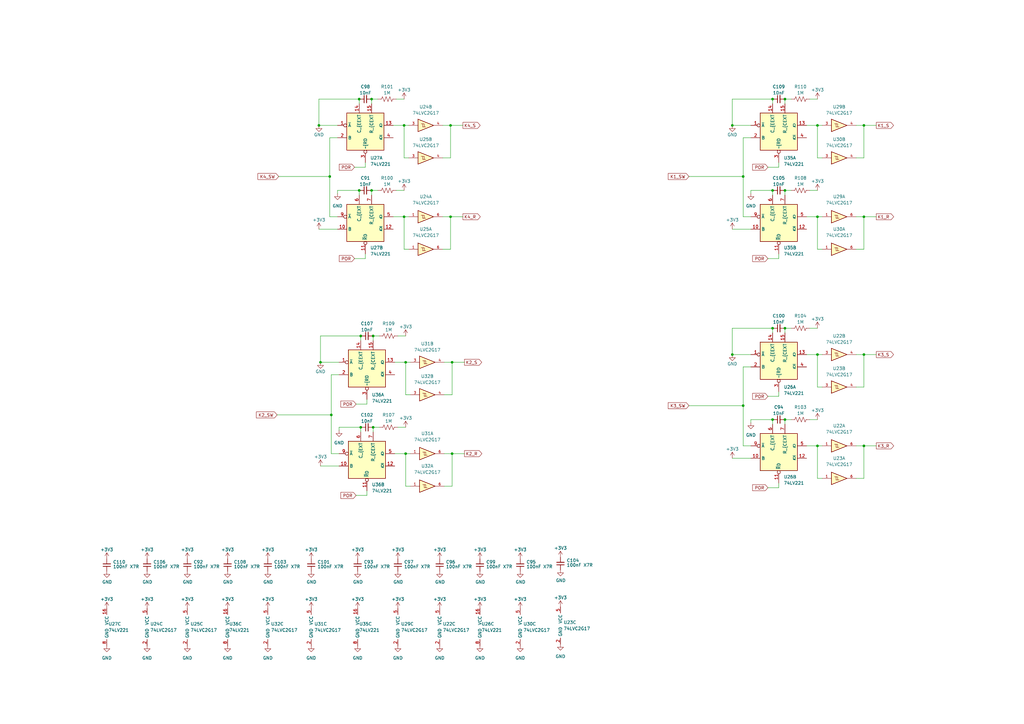
<source format=kicad_sch>
(kicad_sch (version 20230121) (generator eeschema)

  (uuid 8f0799b7-db11-45a8-a6b7-04207efa5336)

  (paper "A3")

  (lib_symbols
    (symbol "74xGxx:74LVC2G17" (in_bom yes) (on_board yes)
      (property "Reference" "U" (at 3.81 3.81 0)
        (effects (font (size 1.27 1.27)))
      )
      (property "Value" "74LVC2G17" (at 7.62 1.27 0)
        (effects (font (size 1.27 1.27)))
      )
      (property "Footprint" "" (at 0 0 0)
        (effects (font (size 1.27 1.27)) hide)
      )
      (property "Datasheet" "http://www.ti.com/lit/sg/scyt129e/scyt129e.pdf" (at 0 5.08 0)
        (effects (font (size 1.27 1.27)) hide)
      )
      (property "ki_locked" "" (at 0 0 0)
        (effects (font (size 1.27 1.27)))
      )
      (property "ki_keywords" "Dual Buffer Schmitt LVC CMOS" (at 0 0 0)
        (effects (font (size 1.27 1.27)) hide)
      )
      (property "ki_description" "Dual Buffer Schmitt Triggered, Low-Voltage CMOS" (at 0 0 0)
        (effects (font (size 1.27 1.27)) hide)
      )
      (property "ki_fp_filters" "SG-* SOT*" (at 0 0 0)
        (effects (font (size 1.27 1.27)) hide)
      )
      (symbol "74LVC2G17_1_1"
        (polyline
          (pts
            (xy -1.905 0.635)
            (xy -1.27 0.635)
            (xy -1.27 -0.635)
          )
          (stroke (width 0) (type default))
          (fill (type none))
        )
        (polyline
          (pts
            (xy -3.81 2.54)
            (xy -3.81 -2.54)
            (xy 2.54 0)
            (xy -3.81 2.54)
          )
          (stroke (width 0.254) (type default))
          (fill (type background))
        )
        (polyline
          (pts
            (xy -2.54 0.635)
            (xy -1.905 0.635)
            (xy -1.905 -0.635)
            (xy -0.635 -0.635)
          )
          (stroke (width 0) (type default))
          (fill (type none))
        )
        (pin input line (at -7.62 0 0) (length 3.81)
          (name "~" (effects (font (size 1.016 1.016))))
          (number "1" (effects (font (size 1.016 1.016))))
        )
        (pin output line (at 6.35 0 180) (length 3.81)
          (name "~" (effects (font (size 1.016 1.016))))
          (number "6" (effects (font (size 1.016 1.016))))
        )
      )
      (symbol "74LVC2G17_2_1"
        (polyline
          (pts
            (xy -1.905 0.635)
            (xy -1.27 0.635)
            (xy -1.27 -0.635)
          )
          (stroke (width 0) (type default))
          (fill (type none))
        )
        (polyline
          (pts
            (xy -3.81 2.54)
            (xy -3.81 -2.54)
            (xy 2.54 0)
            (xy -3.81 2.54)
          )
          (stroke (width 0.254) (type default))
          (fill (type background))
        )
        (polyline
          (pts
            (xy -2.54 0.635)
            (xy -1.905 0.635)
            (xy -1.905 -0.635)
            (xy -0.635 -0.635)
          )
          (stroke (width 0) (type default))
          (fill (type none))
        )
        (pin input line (at -7.62 0 0) (length 3.81)
          (name "~" (effects (font (size 1.016 1.016))))
          (number "3" (effects (font (size 1.016 1.016))))
        )
        (pin output line (at 6.35 0 180) (length 3.81)
          (name "~" (effects (font (size 1.016 1.016))))
          (number "4" (effects (font (size 1.016 1.016))))
        )
      )
      (symbol "74LVC2G17_3_0"
        (pin power_in line (at 0 -7.62 90) (length 2.54)
          (name "GND" (effects (font (size 1.27 1.27))))
          (number "2" (effects (font (size 1.27 1.27))))
        )
        (pin power_in line (at 0 7.62 270) (length 2.54)
          (name "VCC" (effects (font (size 1.27 1.27))))
          (number "5" (effects (font (size 1.27 1.27))))
        )
      )
    )
    (symbol "74xx:74LV221" (in_bom yes) (on_board yes)
      (property "Reference" "U" (at -7.62 8.89 0)
        (effects (font (size 1.27 1.27)))
      )
      (property "Value" "74LV221" (at -7.62 -8.89 0)
        (effects (font (size 1.27 1.27)))
      )
      (property "Footprint" "Package_SO:TSSOP-16_4.4x5mm_P0.65mm" (at 0 0 0)
        (effects (font (size 1.27 1.27)) hide)
      )
      (property "Datasheet" "https://www.ti.com/lit/ds/symlink/sn74lv221a.pdf" (at 0 0 0)
        (effects (font (size 1.27 1.27)) hide)
      )
      (property "ki_locked" "" (at 0 0 0)
        (effects (font (size 1.27 1.27)))
      )
      (property "ki_keywords" "CMOS monostable, multivibrator" (at 0 0 0)
        (effects (font (size 1.27 1.27)) hide)
      )
      (property "ki_description" "Dual monostable multivibrator with Scmitt Trigger inputs" (at 0 0 0)
        (effects (font (size 1.27 1.27)) hide)
      )
      (property "ki_fp_filters" "DIP?16*" (at 0 0 0)
        (effects (font (size 1.27 1.27)) hide)
      )
      (symbol "74LV221_1_0"
        (pin input inverted (at -11.43 2.54 0) (length 3.81)
          (name "~{A}" (effects (font (size 1.27 1.27))))
          (number "1" (effects (font (size 1.27 1.27))))
        )
        (pin output line (at 11.43 2.54 180) (length 3.81)
          (name "Q" (effects (font (size 1.27 1.27))))
          (number "13" (effects (font (size 1.27 1.27))))
        )
        (pin input line (at -2.54 11.43 270) (length 3.81)
          (name "C_{EEXT" (effects (font (size 1.27 1.27))))
          (number "14" (effects (font (size 1.27 1.27))))
        )
        (pin input line (at 2.54 11.43 270) (length 3.81)
          (name "R_{CEXT" (effects (font (size 1.27 1.27))))
          (number "15" (effects (font (size 1.27 1.27))))
        )
        (pin input line (at -11.43 -2.54 0) (length 3.81)
          (name "B" (effects (font (size 1.27 1.27))))
          (number "2" (effects (font (size 1.27 1.27))))
        )
        (pin input inverted (at 0 -12.7 90) (length 5.08)
          (name "~{RD" (effects (font (size 1.27 1.27))))
          (number "3" (effects (font (size 1.27 1.27))))
        )
        (pin output line (at 11.43 -2.54 180) (length 3.81)
          (name "~{Q}" (effects (font (size 1.27 1.27))))
          (number "4" (effects (font (size 1.27 1.27))))
        )
      )
      (symbol "74LV221_1_1"
        (rectangle (start -7.62 7.62) (end 7.62 -7.62)
          (stroke (width 0.254) (type default))
          (fill (type background))
        )
      )
      (symbol "74LV221_2_0"
        (pin input line (at -11.43 -2.54 0) (length 3.81)
          (name "B" (effects (font (size 1.27 1.27))))
          (number "10" (effects (font (size 1.27 1.27))))
        )
        (pin input inverted (at 0 -12.7 90) (length 5.08)
          (name "~{R}D" (effects (font (size 1.27 1.27))))
          (number "11" (effects (font (size 1.27 1.27))))
        )
        (pin output line (at 11.43 -2.54 180) (length 3.81)
          (name "~{Q}" (effects (font (size 1.27 1.27))))
          (number "12" (effects (font (size 1.27 1.27))))
        )
        (pin output line (at 11.43 2.54 180) (length 3.81)
          (name "Q" (effects (font (size 1.27 1.27))))
          (number "5" (effects (font (size 1.27 1.27))))
        )
        (pin input line (at -2.54 11.43 270) (length 3.81)
          (name "C_{EXT" (effects (font (size 1.27 1.27))))
          (number "6" (effects (font (size 1.27 1.27))))
        )
        (pin input line (at 2.54 11.43 270) (length 3.81)
          (name "R_{CEXT" (effects (font (size 1.27 1.27))))
          (number "7" (effects (font (size 1.27 1.27))))
        )
        (pin input inverted (at -11.43 2.54 0) (length 3.81)
          (name "~{A}" (effects (font (size 1.27 1.27))))
          (number "9" (effects (font (size 1.27 1.27))))
        )
      )
      (symbol "74LV221_2_1"
        (rectangle (start -7.62 7.62) (end 7.62 -7.62)
          (stroke (width 0.254) (type default))
          (fill (type background))
        )
      )
      (symbol "74LV221_3_0"
        (pin power_in line (at 0 7.62 270) (length 2.54)
          (name "VCC" (effects (font (size 1.27 1.27))))
          (number "16" (effects (font (size 1.27 1.27))))
        )
        (pin power_in line (at 0 -7.62 90) (length 2.54)
          (name "GND" (effects (font (size 1.27 1.27))))
          (number "8" (effects (font (size 1.27 1.27))))
        )
      )
    )
    (symbol "Device:C_Small" (pin_numbers hide) (pin_names (offset 0.254) hide) (in_bom yes) (on_board yes)
      (property "Reference" "C" (at 0.254 1.778 0)
        (effects (font (size 1.27 1.27)) (justify left))
      )
      (property "Value" "C_Small" (at 0.254 -2.032 0)
        (effects (font (size 1.27 1.27)) (justify left))
      )
      (property "Footprint" "" (at 0 0 0)
        (effects (font (size 1.27 1.27)) hide)
      )
      (property "Datasheet" "~" (at 0 0 0)
        (effects (font (size 1.27 1.27)) hide)
      )
      (property "ki_keywords" "capacitor cap" (at 0 0 0)
        (effects (font (size 1.27 1.27)) hide)
      )
      (property "ki_description" "Unpolarized capacitor, small symbol" (at 0 0 0)
        (effects (font (size 1.27 1.27)) hide)
      )
      (property "ki_fp_filters" "C_*" (at 0 0 0)
        (effects (font (size 1.27 1.27)) hide)
      )
      (symbol "C_Small_0_1"
        (polyline
          (pts
            (xy -1.524 -0.508)
            (xy 1.524 -0.508)
          )
          (stroke (width 0.3302) (type default))
          (fill (type none))
        )
        (polyline
          (pts
            (xy -1.524 0.508)
            (xy 1.524 0.508)
          )
          (stroke (width 0.3048) (type default))
          (fill (type none))
        )
      )
      (symbol "C_Small_1_1"
        (pin passive line (at 0 2.54 270) (length 2.032)
          (name "~" (effects (font (size 1.27 1.27))))
          (number "1" (effects (font (size 1.27 1.27))))
        )
        (pin passive line (at 0 -2.54 90) (length 2.032)
          (name "~" (effects (font (size 1.27 1.27))))
          (number "2" (effects (font (size 1.27 1.27))))
        )
      )
    )
    (symbol "Device:R_US" (pin_numbers hide) (pin_names (offset 0)) (in_bom yes) (on_board yes)
      (property "Reference" "R" (at 2.54 0 90)
        (effects (font (size 1.27 1.27)))
      )
      (property "Value" "R_US" (at -2.54 0 90)
        (effects (font (size 1.27 1.27)))
      )
      (property "Footprint" "" (at 1.016 -0.254 90)
        (effects (font (size 1.27 1.27)) hide)
      )
      (property "Datasheet" "~" (at 0 0 0)
        (effects (font (size 1.27 1.27)) hide)
      )
      (property "ki_keywords" "R res resistor" (at 0 0 0)
        (effects (font (size 1.27 1.27)) hide)
      )
      (property "ki_description" "Resistor, US symbol" (at 0 0 0)
        (effects (font (size 1.27 1.27)) hide)
      )
      (property "ki_fp_filters" "R_*" (at 0 0 0)
        (effects (font (size 1.27 1.27)) hide)
      )
      (symbol "R_US_0_1"
        (polyline
          (pts
            (xy 0 -2.286)
            (xy 0 -2.54)
          )
          (stroke (width 0) (type default))
          (fill (type none))
        )
        (polyline
          (pts
            (xy 0 2.286)
            (xy 0 2.54)
          )
          (stroke (width 0) (type default))
          (fill (type none))
        )
        (polyline
          (pts
            (xy 0 -0.762)
            (xy 1.016 -1.143)
            (xy 0 -1.524)
            (xy -1.016 -1.905)
            (xy 0 -2.286)
          )
          (stroke (width 0) (type default))
          (fill (type none))
        )
        (polyline
          (pts
            (xy 0 0.762)
            (xy 1.016 0.381)
            (xy 0 0)
            (xy -1.016 -0.381)
            (xy 0 -0.762)
          )
          (stroke (width 0) (type default))
          (fill (type none))
        )
        (polyline
          (pts
            (xy 0 2.286)
            (xy 1.016 1.905)
            (xy 0 1.524)
            (xy -1.016 1.143)
            (xy 0 0.762)
          )
          (stroke (width 0) (type default))
          (fill (type none))
        )
      )
      (symbol "R_US_1_1"
        (pin passive line (at 0 3.81 270) (length 1.27)
          (name "~" (effects (font (size 1.27 1.27))))
          (number "1" (effects (font (size 1.27 1.27))))
        )
        (pin passive line (at 0 -3.81 90) (length 1.27)
          (name "~" (effects (font (size 1.27 1.27))))
          (number "2" (effects (font (size 1.27 1.27))))
        )
      )
    )
    (symbol "power:+3V3" (power) (pin_names (offset 0)) (in_bom yes) (on_board yes)
      (property "Reference" "#PWR" (at 0 -3.81 0)
        (effects (font (size 1.27 1.27)) hide)
      )
      (property "Value" "+3V3" (at 0 3.556 0)
        (effects (font (size 1.27 1.27)))
      )
      (property "Footprint" "" (at 0 0 0)
        (effects (font (size 1.27 1.27)) hide)
      )
      (property "Datasheet" "" (at 0 0 0)
        (effects (font (size 1.27 1.27)) hide)
      )
      (property "ki_keywords" "power-flag" (at 0 0 0)
        (effects (font (size 1.27 1.27)) hide)
      )
      (property "ki_description" "Power symbol creates a global label with name \"+3V3\"" (at 0 0 0)
        (effects (font (size 1.27 1.27)) hide)
      )
      (symbol "+3V3_0_1"
        (polyline
          (pts
            (xy -0.762 1.27)
            (xy 0 2.54)
          )
          (stroke (width 0) (type default))
          (fill (type none))
        )
        (polyline
          (pts
            (xy 0 0)
            (xy 0 2.54)
          )
          (stroke (width 0) (type default))
          (fill (type none))
        )
        (polyline
          (pts
            (xy 0 2.54)
            (xy 0.762 1.27)
          )
          (stroke (width 0) (type default))
          (fill (type none))
        )
      )
      (symbol "+3V3_1_1"
        (pin power_in line (at 0 0 90) (length 0) hide
          (name "+3V3" (effects (font (size 1.27 1.27))))
          (number "1" (effects (font (size 1.27 1.27))))
        )
      )
    )
    (symbol "power:GND" (power) (pin_names (offset 0)) (in_bom yes) (on_board yes)
      (property "Reference" "#PWR" (at 0 -6.35 0)
        (effects (font (size 1.27 1.27)) hide)
      )
      (property "Value" "GND" (at 0 -3.81 0)
        (effects (font (size 1.27 1.27)))
      )
      (property "Footprint" "" (at 0 0 0)
        (effects (font (size 1.27 1.27)) hide)
      )
      (property "Datasheet" "" (at 0 0 0)
        (effects (font (size 1.27 1.27)) hide)
      )
      (property "ki_keywords" "power-flag" (at 0 0 0)
        (effects (font (size 1.27 1.27)) hide)
      )
      (property "ki_description" "Power symbol creates a global label with name \"GND\" , ground" (at 0 0 0)
        (effects (font (size 1.27 1.27)) hide)
      )
      (symbol "GND_0_1"
        (polyline
          (pts
            (xy 0 0)
            (xy 0 -1.27)
            (xy 1.27 -1.27)
            (xy 0 -2.54)
            (xy -1.27 -1.27)
            (xy 0 -1.27)
          )
          (stroke (width 0) (type default))
          (fill (type none))
        )
      )
      (symbol "GND_1_1"
        (pin power_in line (at 0 0 270) (length 0) hide
          (name "GND" (effects (font (size 1.27 1.27))))
          (number "1" (effects (font (size 1.27 1.27))))
        )
      )
    )
  )

  (junction (at 316.865 40.64) (diameter 0) (color 0 0 0 0)
    (uuid 0988e63a-efc9-4fce-8c28-972bdcdd542c)
  )
  (junction (at 135.89 170.18) (diameter 0) (color 0 0 0 0)
    (uuid 0f718f8f-0469-4ada-a286-32e722684504)
  )
  (junction (at 147.32 40.64) (diameter 0) (color 0 0 0 0)
    (uuid 107ec521-1698-4122-9688-4066bc162770)
  )
  (junction (at 300.355 51.435) (diameter 0) (color 0 0 0 0)
    (uuid 10b24530-5b00-4131-86a1-0c4fefc9592a)
  )
  (junction (at 321.945 78.105) (diameter 0) (color 0 0 0 0)
    (uuid 10d28300-25d7-4f11-824c-a3ed7a76a588)
  )
  (junction (at 165.735 88.9) (diameter 0) (color 0 0 0 0)
    (uuid 11fa4b98-d299-4cf8-a965-dc3cdac77bd5)
  )
  (junction (at 354.33 51.435) (diameter 0) (color 0 0 0 0)
    (uuid 26b8c9c6-fbe0-45e2-82e1-7a0b98abe542)
  )
  (junction (at 316.865 172.085) (diameter 0) (color 0 0 0 0)
    (uuid 32df2d67-5bf5-4c3b-8322-8e3ae7b3c2c7)
  )
  (junction (at 321.945 40.64) (diameter 0) (color 0 0 0 0)
    (uuid 3a012bbc-cb3d-409a-a745-9191cd732b08)
  )
  (junction (at 335.28 182.88) (diameter 0) (color 0 0 0 0)
    (uuid 3da7e889-a2a2-4b9f-b600-bdeb71f0b808)
  )
  (junction (at 354.33 145.415) (diameter 0) (color 0 0 0 0)
    (uuid 40e13ea6-dfc4-429b-8237-d3cc941028ee)
  )
  (junction (at 300.355 145.415) (diameter 0) (color 0 0 0 0)
    (uuid 4578c711-1f5b-4f15-8d66-985dd0443dd1)
  )
  (junction (at 185.42 148.59) (diameter 0) (color 0 0 0 0)
    (uuid 47651576-0413-42c3-ab46-2851fecbc4d8)
  )
  (junction (at 185.42 186.055) (diameter 0) (color 0 0 0 0)
    (uuid 5824a6cf-1de2-4ecc-964a-4011502e17f0)
  )
  (junction (at 184.785 88.9) (diameter 0) (color 0 0 0 0)
    (uuid 62438160-9091-42fa-926d-935bb7e2fde6)
  )
  (junction (at 135.255 72.39) (diameter 0) (color 0 0 0 0)
    (uuid 6c2af75f-6f60-4fe8-a24e-cc64a761fabf)
  )
  (junction (at 152.4 40.64) (diameter 0) (color 0 0 0 0)
    (uuid 6d753586-58f7-4d38-839a-f4a66f0a7231)
  )
  (junction (at 316.865 134.62) (diameter 0) (color 0 0 0 0)
    (uuid 762264c5-b277-4273-932c-8ee16192963e)
  )
  (junction (at 321.945 172.085) (diameter 0) (color 0 0 0 0)
    (uuid 77071c57-1e65-4d0f-bc21-90697c06a199)
  )
  (junction (at 354.33 182.88) (diameter 0) (color 0 0 0 0)
    (uuid 81ade3bf-298c-4451-b03b-44c9493140e0)
  )
  (junction (at 166.37 186.055) (diameter 0) (color 0 0 0 0)
    (uuid 82969f7d-f0ef-46a5-9650-eb96bfb5f6d6)
  )
  (junction (at 147.955 137.795) (diameter 0) (color 0 0 0 0)
    (uuid 8a71c9ca-b5cf-43d5-b01c-455b7a3cd67f)
  )
  (junction (at 354.33 88.9) (diameter 0) (color 0 0 0 0)
    (uuid 8dbf1827-106d-4d57-9980-791beeae8b0d)
  )
  (junction (at 184.785 51.435) (diameter 0) (color 0 0 0 0)
    (uuid 923198b0-ec0a-4cf0-be54-7ebd94da543d)
  )
  (junction (at 304.8 72.39) (diameter 0) (color 0 0 0 0)
    (uuid 998ecc49-c0c9-4e79-a0f1-82b2b148ea95)
  )
  (junction (at 166.37 148.59) (diameter 0) (color 0 0 0 0)
    (uuid a22b7753-8aea-4e21-93ad-702798738c5b)
  )
  (junction (at 147.32 78.105) (diameter 0) (color 0 0 0 0)
    (uuid a70b7d79-b340-4de4-b4ad-e57f04f729d2)
  )
  (junction (at 335.28 88.9) (diameter 0) (color 0 0 0 0)
    (uuid aa1154f4-b693-4abf-8e1a-51fd539cfbc6)
  )
  (junction (at 304.8 166.37) (diameter 0) (color 0 0 0 0)
    (uuid b37efce2-928d-48e4-a2e3-c8262f0d1931)
  )
  (junction (at 152.4 78.105) (diameter 0) (color 0 0 0 0)
    (uuid b44b771b-b8c1-43d5-bad1-a1df122a92e7)
  )
  (junction (at 130.81 51.435) (diameter 0) (color 0 0 0 0)
    (uuid b5ca76d8-2235-429e-8778-ff163905278d)
  )
  (junction (at 153.035 137.795) (diameter 0) (color 0 0 0 0)
    (uuid cbb7f8db-dfd7-4d27-9aad-6e0504d549ed)
  )
  (junction (at 153.035 175.26) (diameter 0) (color 0 0 0 0)
    (uuid ceea7299-d04c-4715-9dd2-1b9922ab799e)
  )
  (junction (at 165.735 51.435) (diameter 0) (color 0 0 0 0)
    (uuid de3ca08b-1ba0-43b4-81cb-ee37d927e41b)
  )
  (junction (at 335.28 51.435) (diameter 0) (color 0 0 0 0)
    (uuid e226f018-9eab-4f99-be8f-389d08ddd53e)
  )
  (junction (at 147.955 175.26) (diameter 0) (color 0 0 0 0)
    (uuid e3dd5b6f-1f72-460e-a17f-eaf47e42a1f9)
  )
  (junction (at 321.945 134.62) (diameter 0) (color 0 0 0 0)
    (uuid e42f4bc7-a97a-4e3a-b6fa-1b9138b4d6e5)
  )
  (junction (at 131.445 148.59) (diameter 0) (color 0 0 0 0)
    (uuid e9c3cfd6-d5e6-4c9c-8532-57680bfb072a)
  )
  (junction (at 316.865 78.105) (diameter 0) (color 0 0 0 0)
    (uuid f0401dd0-0196-427a-ad59-53b0e1e855e7)
  )
  (junction (at 335.28 145.415) (diameter 0) (color 0 0 0 0)
    (uuid fcd75ff9-142a-42c0-978e-717d8523e654)
  )

  (wire (pts (xy 335.28 51.435) (xy 335.28 64.77))
    (stroke (width 0) (type default))
    (uuid 01f7a163-e88b-4bb2-8ef0-83aef8829943)
  )
  (wire (pts (xy 131.445 148.59) (xy 139.065 148.59))
    (stroke (width 0) (type default))
    (uuid 044fbaaf-4860-43cb-9ec5-b1e1b9744393)
  )
  (wire (pts (xy 354.33 64.77) (xy 354.33 51.435))
    (stroke (width 0) (type default))
    (uuid 07e868ec-0ca0-41f7-8508-ff708edcec32)
  )
  (wire (pts (xy 161.925 148.59) (xy 166.37 148.59))
    (stroke (width 0) (type default))
    (uuid 0868a907-bfae-434a-8c55-2de66c7c01a6)
  )
  (wire (pts (xy 152.4 78.105) (xy 154.94 78.105))
    (stroke (width 0) (type default))
    (uuid 093553af-133e-488f-8a78-14f40826a8cc)
  )
  (wire (pts (xy 354.33 51.435) (xy 359.41 51.435))
    (stroke (width 0) (type default))
    (uuid 0d2bb17d-f3c9-4065-a3fa-5f757970c148)
  )
  (wire (pts (xy 300.355 134.62) (xy 300.355 145.415))
    (stroke (width 0) (type default))
    (uuid 0ea96986-0213-4b74-9c1b-f9f1217d79d3)
  )
  (wire (pts (xy 321.945 134.62) (xy 321.945 136.525))
    (stroke (width 0) (type default))
    (uuid 10bd7f74-5373-426c-bdad-5857b8d3a1b1)
  )
  (wire (pts (xy 316.865 40.64) (xy 316.865 42.545))
    (stroke (width 0) (type default))
    (uuid 12c4f27e-8dcd-4596-a68f-2c59589a50d4)
  )
  (wire (pts (xy 351.155 196.215) (xy 354.33 196.215))
    (stroke (width 0) (type default))
    (uuid 130e4176-6b30-452b-beae-623761a0db8e)
  )
  (wire (pts (xy 166.37 148.59) (xy 168.275 148.59))
    (stroke (width 0) (type default))
    (uuid 1315b075-5f2c-423b-85c4-165ffb0a550d)
  )
  (wire (pts (xy 153.035 137.795) (xy 155.575 137.795))
    (stroke (width 0) (type default))
    (uuid 139cd517-dd8e-47bb-a555-efd2f0817a5d)
  )
  (wire (pts (xy 161.29 51.435) (xy 165.735 51.435))
    (stroke (width 0) (type default))
    (uuid 14f7bae7-9ae9-47ff-af54-0d8702474ec8)
  )
  (wire (pts (xy 335.28 145.415) (xy 337.185 145.415))
    (stroke (width 0) (type default))
    (uuid 15c56506-6bcf-4ee5-8f84-86485e5303f3)
  )
  (wire (pts (xy 139.065 175.26) (xy 139.065 176.53))
    (stroke (width 0) (type default))
    (uuid 1656adb4-780d-4586-a473-3a23038787be)
  )
  (wire (pts (xy 161.925 186.055) (xy 166.37 186.055))
    (stroke (width 0) (type default))
    (uuid 1aa936b9-8703-4061-9c11-b79c5b44ce2e)
  )
  (wire (pts (xy 145.415 106.045) (xy 149.86 106.045))
    (stroke (width 0) (type default))
    (uuid 1cab96e8-59ff-483c-a72d-cdd5843d21fe)
  )
  (wire (pts (xy 332.105 134.62) (xy 335.28 134.62))
    (stroke (width 0) (type default))
    (uuid 1de1de86-b08f-4652-bf06-0a4365478324)
  )
  (wire (pts (xy 319.405 200.025) (xy 319.405 198.12))
    (stroke (width 0) (type default))
    (uuid 1f4a986d-571f-4c77-8f0b-e43dec800609)
  )
  (wire (pts (xy 304.8 166.37) (xy 304.8 182.88))
    (stroke (width 0) (type default))
    (uuid 20473806-57e3-4919-8e00-0e92a790404c)
  )
  (wire (pts (xy 321.945 40.64) (xy 324.485 40.64))
    (stroke (width 0) (type default))
    (uuid 21873441-af66-455f-bf44-6e94559ccdb7)
  )
  (wire (pts (xy 147.955 137.795) (xy 131.445 137.795))
    (stroke (width 0) (type default))
    (uuid 259456ae-a5bb-45eb-bc53-ec72326a0319)
  )
  (wire (pts (xy 135.255 72.39) (xy 135.255 88.9))
    (stroke (width 0) (type default))
    (uuid 262da722-6f41-4de7-a321-9719a52c357f)
  )
  (wire (pts (xy 181.61 102.235) (xy 184.785 102.235))
    (stroke (width 0) (type default))
    (uuid 28ec50a3-7f3a-4a3e-aeac-5e5329dff3b9)
  )
  (wire (pts (xy 335.28 182.88) (xy 335.28 196.215))
    (stroke (width 0) (type default))
    (uuid 291bc290-b98e-4fff-8987-8e26d9be9cb8)
  )
  (wire (pts (xy 335.28 64.77) (xy 337.185 64.77))
    (stroke (width 0) (type default))
    (uuid 29573482-289c-40e6-9005-a488d82445cd)
  )
  (wire (pts (xy 182.245 161.925) (xy 185.42 161.925))
    (stroke (width 0) (type default))
    (uuid 2ba0a93f-8231-4ee1-8ce9-1a8a4395d2a3)
  )
  (wire (pts (xy 147.955 175.26) (xy 147.955 177.165))
    (stroke (width 0) (type default))
    (uuid 2cb7fcea-bade-446f-aad3-559e26b84523)
  )
  (wire (pts (xy 114.3 72.39) (xy 135.255 72.39))
    (stroke (width 0) (type default))
    (uuid 2e1eda88-789d-4f59-ac1a-a832c30f6163)
  )
  (wire (pts (xy 185.42 161.925) (xy 185.42 148.59))
    (stroke (width 0) (type default))
    (uuid 2e4b39cc-e571-4ad3-a2d5-5895b5fd75df)
  )
  (wire (pts (xy 153.035 175.26) (xy 155.575 175.26))
    (stroke (width 0) (type default))
    (uuid 2ef245d7-b6b9-44e9-af5c-015ae8d17572)
  )
  (wire (pts (xy 351.155 102.235) (xy 354.33 102.235))
    (stroke (width 0) (type default))
    (uuid 301e422a-720f-40e4-a933-ebb398fd9f4d)
  )
  (wire (pts (xy 330.835 51.435) (xy 335.28 51.435))
    (stroke (width 0) (type default))
    (uuid 33a11e31-4601-45c3-bf00-c41befaac316)
  )
  (wire (pts (xy 152.4 40.64) (xy 152.4 42.545))
    (stroke (width 0) (type default))
    (uuid 3457e7a0-784a-493a-b5f0-a7c5e830e552)
  )
  (wire (pts (xy 335.28 145.415) (xy 335.28 158.75))
    (stroke (width 0) (type default))
    (uuid 361c2ee5-1a13-410c-8d77-bba0e26d90dd)
  )
  (wire (pts (xy 321.945 172.085) (xy 324.485 172.085))
    (stroke (width 0) (type default))
    (uuid 3a2f4ffa-c464-4423-84b6-6d086e75d629)
  )
  (wire (pts (xy 307.975 150.495) (xy 304.8 150.495))
    (stroke (width 0) (type default))
    (uuid 3d80db8c-bd70-46bc-8c43-707fa042ef65)
  )
  (wire (pts (xy 321.945 78.105) (xy 324.485 78.105))
    (stroke (width 0) (type default))
    (uuid 3dde0f47-20f0-4262-ad46-aeff4f876099)
  )
  (wire (pts (xy 351.155 182.88) (xy 354.33 182.88))
    (stroke (width 0) (type default))
    (uuid 3f1e81f9-3bd8-4a19-be6b-a4a6ac0d2d60)
  )
  (wire (pts (xy 354.33 102.235) (xy 354.33 88.9))
    (stroke (width 0) (type default))
    (uuid 3f7a8273-c083-4898-ae7f-c531789c7565)
  )
  (wire (pts (xy 354.33 158.75) (xy 354.33 145.415))
    (stroke (width 0) (type default))
    (uuid 41259b33-0e78-4168-9f66-4b752673a161)
  )
  (wire (pts (xy 113.665 170.18) (xy 135.89 170.18))
    (stroke (width 0) (type default))
    (uuid 43b04e47-6f15-4d53-ac84-43b8e3e8b70c)
  )
  (wire (pts (xy 321.945 40.64) (xy 321.945 42.545))
    (stroke (width 0) (type default))
    (uuid 43b64003-f334-4b2a-9619-c898423a84cd)
  )
  (wire (pts (xy 304.8 88.9) (xy 307.975 88.9))
    (stroke (width 0) (type default))
    (uuid 476f9c6e-d5da-4b6a-af97-cb8d8f90f42b)
  )
  (wire (pts (xy 185.42 186.055) (xy 190.5 186.055))
    (stroke (width 0) (type default))
    (uuid 487f1cd0-f245-4257-b63a-079b13195dbf)
  )
  (wire (pts (xy 182.245 148.59) (xy 185.42 148.59))
    (stroke (width 0) (type default))
    (uuid 4b5b6972-1e1d-4c5e-a3e4-9dfdbd3ae602)
  )
  (wire (pts (xy 335.28 158.75) (xy 337.185 158.75))
    (stroke (width 0) (type default))
    (uuid 4d33e38c-e540-4436-8655-1a0e685dee8b)
  )
  (wire (pts (xy 130.81 40.64) (xy 130.81 51.435))
    (stroke (width 0) (type default))
    (uuid 4f6e14b6-c6bf-4c3d-8d8a-24e16b20b7fc)
  )
  (wire (pts (xy 152.4 78.105) (xy 152.4 80.01))
    (stroke (width 0) (type default))
    (uuid 4fc17706-2d75-4e2e-8953-77146ca87f97)
  )
  (wire (pts (xy 162.56 78.105) (xy 165.735 78.105))
    (stroke (width 0) (type default))
    (uuid 51477ea3-8273-4f93-a372-832bf36a24bd)
  )
  (wire (pts (xy 166.37 186.055) (xy 166.37 199.39))
    (stroke (width 0) (type default))
    (uuid 52ad7a4b-aa0d-41c7-9897-632fe3b54c2e)
  )
  (wire (pts (xy 182.245 199.39) (xy 185.42 199.39))
    (stroke (width 0) (type default))
    (uuid 52f4d1fe-a5b9-432f-b32f-a51115eea86a)
  )
  (wire (pts (xy 316.865 134.62) (xy 300.355 134.62))
    (stroke (width 0) (type default))
    (uuid 53f9581b-aa3e-49c0-bae9-dc0ddc1cd91c)
  )
  (wire (pts (xy 181.61 88.9) (xy 184.785 88.9))
    (stroke (width 0) (type default))
    (uuid 54334e8d-300b-44ee-b0fc-9d76cfbed1e3)
  )
  (wire (pts (xy 319.405 106.045) (xy 319.405 104.14))
    (stroke (width 0) (type default))
    (uuid 55e8bdec-92a2-47a8-ae0c-1e66a3db2999)
  )
  (wire (pts (xy 316.865 40.64) (xy 300.355 40.64))
    (stroke (width 0) (type default))
    (uuid 56b43b46-f130-4763-b316-964d023f1bc1)
  )
  (wire (pts (xy 332.105 78.105) (xy 335.28 78.105))
    (stroke (width 0) (type default))
    (uuid 57f472db-d28c-47ff-90b0-b5416270f31e)
  )
  (wire (pts (xy 307.975 56.515) (xy 304.8 56.515))
    (stroke (width 0) (type default))
    (uuid 58f4a98f-0666-4ac0-8a36-a2bf96963e8a)
  )
  (wire (pts (xy 351.155 64.77) (xy 354.33 64.77))
    (stroke (width 0) (type default))
    (uuid 58f81853-09f0-4aa9-af74-d78a253f71ff)
  )
  (wire (pts (xy 282.575 166.37) (xy 304.8 166.37))
    (stroke (width 0) (type default))
    (uuid 5ae38baf-7ecf-41e9-b676-f477274f95ea)
  )
  (wire (pts (xy 335.28 88.9) (xy 337.185 88.9))
    (stroke (width 0) (type default))
    (uuid 5ba04cf7-ca38-4976-81b6-b738d1b4935b)
  )
  (wire (pts (xy 150.495 165.735) (xy 150.495 163.83))
    (stroke (width 0) (type default))
    (uuid 5c4d1c59-7353-4908-b5c9-cb30b1df70e5)
  )
  (wire (pts (xy 135.89 153.67) (xy 135.89 170.18))
    (stroke (width 0) (type default))
    (uuid 5f88587b-4339-4d03-9d0c-35f7c0003ad5)
  )
  (wire (pts (xy 135.89 170.18) (xy 135.89 186.055))
    (stroke (width 0) (type default))
    (uuid 632e0e8a-154e-4482-bb4e-0934ed4ccac6)
  )
  (wire (pts (xy 335.28 182.88) (xy 337.185 182.88))
    (stroke (width 0) (type default))
    (uuid 67b653e0-0216-4d56-9d21-c7521926f697)
  )
  (wire (pts (xy 181.61 51.435) (xy 184.785 51.435))
    (stroke (width 0) (type default))
    (uuid 696e87e4-a82d-4e00-8e84-db59d6da5bdc)
  )
  (wire (pts (xy 300.355 145.415) (xy 307.975 145.415))
    (stroke (width 0) (type default))
    (uuid 6d75f559-87b1-42ad-bef6-66f3634064f6)
  )
  (wire (pts (xy 147.32 40.64) (xy 130.81 40.64))
    (stroke (width 0) (type default))
    (uuid 6d8cfb8d-1dd7-44fb-9c87-a09b0bd74619)
  )
  (wire (pts (xy 335.28 196.215) (xy 337.185 196.215))
    (stroke (width 0) (type default))
    (uuid 6f670cba-6d29-49bd-8b3c-d8fb4de94602)
  )
  (wire (pts (xy 319.405 162.56) (xy 319.405 160.655))
    (stroke (width 0) (type default))
    (uuid 6f8988ea-95d6-4c1e-a5b1-b207643cfc90)
  )
  (wire (pts (xy 166.37 148.59) (xy 166.37 161.925))
    (stroke (width 0) (type default))
    (uuid 709171a0-ca38-410a-b7e8-66236c448f56)
  )
  (wire (pts (xy 149.86 68.58) (xy 149.86 66.675))
    (stroke (width 0) (type default))
    (uuid 70b245eb-5ade-48f6-ab43-56e134d59411)
  )
  (wire (pts (xy 330.835 88.9) (xy 335.28 88.9))
    (stroke (width 0) (type default))
    (uuid 720cd4ac-22cb-4c76-a50f-432c03a064eb)
  )
  (wire (pts (xy 163.195 175.26) (xy 166.37 175.26))
    (stroke (width 0) (type default))
    (uuid 72bc19e1-21e8-403d-9dab-9e16ba76166a)
  )
  (wire (pts (xy 161.29 88.9) (xy 165.735 88.9))
    (stroke (width 0) (type default))
    (uuid 7772a50e-ff55-48fb-8377-ee4fffdf17cb)
  )
  (wire (pts (xy 165.735 102.235) (xy 167.64 102.235))
    (stroke (width 0) (type default))
    (uuid 7988a521-e992-493e-886f-cfba4ddf1596)
  )
  (wire (pts (xy 135.255 88.9) (xy 138.43 88.9))
    (stroke (width 0) (type default))
    (uuid 7be6fea2-05d5-4a3c-9a27-1ee175ba45df)
  )
  (wire (pts (xy 314.96 200.025) (xy 319.405 200.025))
    (stroke (width 0) (type default))
    (uuid 7d1d39ea-8843-4c82-84fd-d39a8f5a9093)
  )
  (wire (pts (xy 146.05 203.2) (xy 150.495 203.2))
    (stroke (width 0) (type default))
    (uuid 812fadac-34fd-43d3-9935-af6c8fbd7c62)
  )
  (wire (pts (xy 185.42 199.39) (xy 185.42 186.055))
    (stroke (width 0) (type default))
    (uuid 8263b7c1-d36c-43fe-9be3-006c19000743)
  )
  (wire (pts (xy 153.035 175.26) (xy 153.035 177.165))
    (stroke (width 0) (type default))
    (uuid 8590a437-711b-4429-841a-342a89d0830a)
  )
  (wire (pts (xy 135.89 186.055) (xy 139.065 186.055))
    (stroke (width 0) (type default))
    (uuid 8a35610d-61e3-43b0-8401-dc326391d5d0)
  )
  (wire (pts (xy 184.785 51.435) (xy 189.865 51.435))
    (stroke (width 0) (type default))
    (uuid 8b94a708-93d4-4d44-b609-979d7c31c37c)
  )
  (wire (pts (xy 135.255 56.515) (xy 135.255 72.39))
    (stroke (width 0) (type default))
    (uuid 8e1b0b90-70b5-43b5-a42e-6a4d4a78285e)
  )
  (wire (pts (xy 163.195 137.795) (xy 166.37 137.795))
    (stroke (width 0) (type default))
    (uuid 8f30105b-01a1-4d21-9935-bf8b76877063)
  )
  (wire (pts (xy 165.735 51.435) (xy 165.735 64.77))
    (stroke (width 0) (type default))
    (uuid 9090f917-cd23-4fec-b72c-b9ba5bb527c0)
  )
  (wire (pts (xy 166.37 186.055) (xy 168.275 186.055))
    (stroke (width 0) (type default))
    (uuid 94223bc2-2210-48fc-bbe4-64fbbdadcc8b)
  )
  (wire (pts (xy 304.8 56.515) (xy 304.8 72.39))
    (stroke (width 0) (type default))
    (uuid 968d47cf-8ae7-4db6-b001-d7eb300e0c20)
  )
  (wire (pts (xy 150.495 203.2) (xy 150.495 201.295))
    (stroke (width 0) (type default))
    (uuid 96fe1839-0d71-4ce4-a09e-2cfc433d0bd9)
  )
  (wire (pts (xy 335.28 102.235) (xy 337.185 102.235))
    (stroke (width 0) (type default))
    (uuid 9c109fde-d127-4244-b3e0-9d4a70348669)
  )
  (wire (pts (xy 147.955 137.795) (xy 147.955 139.7))
    (stroke (width 0) (type default))
    (uuid 9cec5620-cb0e-4f8b-912d-fea0be63b955)
  )
  (wire (pts (xy 300.355 40.64) (xy 300.355 51.435))
    (stroke (width 0) (type default))
    (uuid a084c1f3-2b15-4fa7-99d9-fbac0766b3e8)
  )
  (wire (pts (xy 138.43 56.515) (xy 135.255 56.515))
    (stroke (width 0) (type default))
    (uuid a3271115-86dc-4d0c-8537-37c58d946095)
  )
  (wire (pts (xy 316.865 78.105) (xy 316.865 80.01))
    (stroke (width 0) (type default))
    (uuid a3e3a151-83b1-4c57-8027-750fea178ca2)
  )
  (wire (pts (xy 147.32 40.64) (xy 147.32 42.545))
    (stroke (width 0) (type default))
    (uuid a49b9ff6-57f1-4940-a6c5-38829813fcf0)
  )
  (wire (pts (xy 351.155 158.75) (xy 354.33 158.75))
    (stroke (width 0) (type default))
    (uuid a7b384ff-237d-44ba-8032-7c24ddbf3da1)
  )
  (wire (pts (xy 282.575 72.39) (xy 304.8 72.39))
    (stroke (width 0) (type default))
    (uuid a836958f-a109-4843-8d5a-333514f512d4)
  )
  (wire (pts (xy 321.945 172.085) (xy 321.945 173.99))
    (stroke (width 0) (type default))
    (uuid a9c31a6e-35ab-4d14-aa67-9ba0f3780636)
  )
  (wire (pts (xy 316.865 172.085) (xy 307.975 172.085))
    (stroke (width 0) (type default))
    (uuid acdae6e1-dac7-4083-96dc-02db19aa27f4)
  )
  (wire (pts (xy 316.865 134.62) (xy 316.865 136.525))
    (stroke (width 0) (type default))
    (uuid adb35f47-41a1-4727-bb4d-d6c945e80661)
  )
  (wire (pts (xy 304.8 72.39) (xy 304.8 88.9))
    (stroke (width 0) (type default))
    (uuid b37a9cad-d052-4a83-97a3-59067c2e8ee2)
  )
  (wire (pts (xy 307.975 172.085) (xy 307.975 173.355))
    (stroke (width 0) (type default))
    (uuid b656f3e0-4496-4042-9a5a-f3bd7627b7ac)
  )
  (wire (pts (xy 149.86 106.045) (xy 149.86 104.14))
    (stroke (width 0) (type default))
    (uuid b850e76b-9aee-42de-b3b6-3ee753348d1a)
  )
  (wire (pts (xy 182.245 186.055) (xy 185.42 186.055))
    (stroke (width 0) (type default))
    (uuid b8d28eac-b74e-4908-9466-60d9e2d21326)
  )
  (wire (pts (xy 321.945 78.105) (xy 321.945 80.01))
    (stroke (width 0) (type default))
    (uuid bb6fec7c-4720-4e31-8dda-dcfc81bb31e8)
  )
  (wire (pts (xy 162.56 40.64) (xy 165.735 40.64))
    (stroke (width 0) (type default))
    (uuid bb857a23-9d9c-44b7-9a39-2c043161b22b)
  )
  (wire (pts (xy 354.33 196.215) (xy 354.33 182.88))
    (stroke (width 0) (type default))
    (uuid bbb54046-9dd3-464c-8bc8-77282a509154)
  )
  (wire (pts (xy 184.785 102.235) (xy 184.785 88.9))
    (stroke (width 0) (type default))
    (uuid bc390267-b4ff-40a8-8631-9799e96f7ccd)
  )
  (wire (pts (xy 335.28 88.9) (xy 335.28 102.235))
    (stroke (width 0) (type default))
    (uuid bd1444e6-c262-4fa5-b9b4-9123964d8162)
  )
  (wire (pts (xy 146.05 165.735) (xy 150.495 165.735))
    (stroke (width 0) (type default))
    (uuid bd1c5f4b-8c6c-4fec-b95c-c0ec93a408a9)
  )
  (wire (pts (xy 165.735 64.77) (xy 167.64 64.77))
    (stroke (width 0) (type default))
    (uuid bd42b6f0-537c-4de9-af48-325423d511ec)
  )
  (wire (pts (xy 307.975 78.105) (xy 307.975 79.375))
    (stroke (width 0) (type default))
    (uuid c211cb0d-d2e7-4abe-b6d2-0164fe2bf127)
  )
  (wire (pts (xy 354.33 88.9) (xy 359.41 88.9))
    (stroke (width 0) (type default))
    (uuid c5cb7fc8-2c67-4be2-bc05-5390cabbbab7)
  )
  (wire (pts (xy 166.37 161.925) (xy 168.275 161.925))
    (stroke (width 0) (type default))
    (uuid c6501d99-3358-40df-a087-2233841e2cc4)
  )
  (wire (pts (xy 300.355 51.435) (xy 307.975 51.435))
    (stroke (width 0) (type default))
    (uuid c83faa20-c451-4ed8-b12d-93ed9c6f7080)
  )
  (wire (pts (xy 316.865 78.105) (xy 307.975 78.105))
    (stroke (width 0) (type default))
    (uuid c8a4bb57-dadb-4c5c-855b-c0cf3125cbdb)
  )
  (wire (pts (xy 147.32 78.105) (xy 147.32 80.01))
    (stroke (width 0) (type default))
    (uuid c90cd593-5707-4784-8543-cd923514ab90)
  )
  (wire (pts (xy 130.81 51.435) (xy 138.43 51.435))
    (stroke (width 0) (type default))
    (uuid cb2228ce-6965-42f7-8142-6b7e566e212b)
  )
  (wire (pts (xy 181.61 64.77) (xy 184.785 64.77))
    (stroke (width 0) (type default))
    (uuid cc3003fd-c411-4414-9330-aa018d33a97b)
  )
  (wire (pts (xy 319.405 68.58) (xy 319.405 66.675))
    (stroke (width 0) (type default))
    (uuid ccadf64c-834b-4ff3-905e-a6114144e3f4)
  )
  (wire (pts (xy 300.355 93.98) (xy 307.975 93.98))
    (stroke (width 0) (type default))
    (uuid cd70dbe1-f665-4bc8-9e75-98d018e4ad27)
  )
  (wire (pts (xy 131.445 137.795) (xy 131.445 148.59))
    (stroke (width 0) (type default))
    (uuid d3b5f8b0-8acf-47af-963d-c2fae1b9f5e1)
  )
  (wire (pts (xy 316.865 172.085) (xy 316.865 173.99))
    (stroke (width 0) (type default))
    (uuid d541c835-9495-44ce-9a12-a036f2394d2b)
  )
  (wire (pts (xy 332.105 40.64) (xy 335.28 40.64))
    (stroke (width 0) (type default))
    (uuid d75222e9-53d8-41c8-8476-c1e21d53d69c)
  )
  (wire (pts (xy 153.035 137.795) (xy 153.035 139.7))
    (stroke (width 0) (type default))
    (uuid d7eba8b6-da0f-4a89-b086-ee278b65168e)
  )
  (wire (pts (xy 145.415 68.58) (xy 149.86 68.58))
    (stroke (width 0) (type default))
    (uuid dad51a4e-8361-4017-b854-311a7ad5489e)
  )
  (wire (pts (xy 185.42 148.59) (xy 190.5 148.59))
    (stroke (width 0) (type default))
    (uuid db2eccd4-c94f-4f95-b8df-e08ecacd0b94)
  )
  (wire (pts (xy 335.28 51.435) (xy 337.185 51.435))
    (stroke (width 0) (type default))
    (uuid dc6128c9-0215-480f-bf4f-f0f152e6dcd8)
  )
  (wire (pts (xy 139.065 153.67) (xy 135.89 153.67))
    (stroke (width 0) (type default))
    (uuid de4ecf65-2147-42cc-b37b-c6a0d7be9609)
  )
  (wire (pts (xy 165.735 88.9) (xy 167.64 88.9))
    (stroke (width 0) (type default))
    (uuid de893313-ca1c-4f3f-9528-5d5ffb566170)
  )
  (wire (pts (xy 304.8 182.88) (xy 307.975 182.88))
    (stroke (width 0) (type default))
    (uuid df360010-cfd1-4646-88fb-83f84da8eb88)
  )
  (wire (pts (xy 300.355 187.96) (xy 307.975 187.96))
    (stroke (width 0) (type default))
    (uuid df92ea0b-52f5-4bd3-aee7-dabe9051ff76)
  )
  (wire (pts (xy 166.37 199.39) (xy 168.275 199.39))
    (stroke (width 0) (type default))
    (uuid e01ca3fc-bde0-440f-8eba-4b848e6ca383)
  )
  (wire (pts (xy 351.155 88.9) (xy 354.33 88.9))
    (stroke (width 0) (type default))
    (uuid e0e9c9c2-f017-49b5-90b0-3ea14305ad57)
  )
  (wire (pts (xy 131.445 191.135) (xy 139.065 191.135))
    (stroke (width 0) (type default))
    (uuid e44ebd94-dac3-4f09-84eb-fd8f03c104af)
  )
  (wire (pts (xy 351.155 51.435) (xy 354.33 51.435))
    (stroke (width 0) (type default))
    (uuid e4d2ec35-50c1-45eb-af09-18d0721fab88)
  )
  (wire (pts (xy 332.105 172.085) (xy 335.28 172.085))
    (stroke (width 0) (type default))
    (uuid e5e1d22d-e35f-44bf-937e-e908a577ab41)
  )
  (wire (pts (xy 184.785 88.9) (xy 189.865 88.9))
    (stroke (width 0) (type default))
    (uuid e647f548-11b4-4eec-9196-3654cb1cdcee)
  )
  (wire (pts (xy 354.33 182.88) (xy 359.41 182.88))
    (stroke (width 0) (type default))
    (uuid e7314cf2-4361-4a41-9889-f6851e787dfe)
  )
  (wire (pts (xy 184.785 64.77) (xy 184.785 51.435))
    (stroke (width 0) (type default))
    (uuid e7a34065-784f-4102-b455-1f339c38ce63)
  )
  (wire (pts (xy 321.945 134.62) (xy 324.485 134.62))
    (stroke (width 0) (type default))
    (uuid e88dffae-4d71-4a99-8567-e5e6b43d730e)
  )
  (wire (pts (xy 165.735 88.9) (xy 165.735 102.235))
    (stroke (width 0) (type default))
    (uuid e8d0c8d2-06c8-41be-9c78-d32a05443fc3)
  )
  (wire (pts (xy 354.33 145.415) (xy 359.41 145.415))
    (stroke (width 0) (type default))
    (uuid eaedf33f-827f-4995-ad9a-6070223948dc)
  )
  (wire (pts (xy 147.955 175.26) (xy 139.065 175.26))
    (stroke (width 0) (type default))
    (uuid eb763300-033d-4ce2-b829-982f05d2920b)
  )
  (wire (pts (xy 351.155 145.415) (xy 354.33 145.415))
    (stroke (width 0) (type default))
    (uuid eb8f8953-b6b7-4f10-9f60-cacb7f3e35ec)
  )
  (wire (pts (xy 130.81 93.98) (xy 138.43 93.98))
    (stroke (width 0) (type default))
    (uuid eef24dc8-1515-4653-925d-aafb09682bd0)
  )
  (wire (pts (xy 314.96 68.58) (xy 319.405 68.58))
    (stroke (width 0) (type default))
    (uuid f109eb42-f923-4550-b2a3-86f1b3a7dba5)
  )
  (wire (pts (xy 147.32 78.105) (xy 138.43 78.105))
    (stroke (width 0) (type default))
    (uuid f228f620-9da8-478a-a393-894edc50217c)
  )
  (wire (pts (xy 304.8 150.495) (xy 304.8 166.37))
    (stroke (width 0) (type default))
    (uuid f3edbe6b-d9ff-445d-ab22-77fa53148953)
  )
  (wire (pts (xy 330.835 182.88) (xy 335.28 182.88))
    (stroke (width 0) (type default))
    (uuid f5678ba6-ee1e-4ef0-a0ef-cd93650c50c8)
  )
  (wire (pts (xy 138.43 78.105) (xy 138.43 79.375))
    (stroke (width 0) (type default))
    (uuid f75affee-a8fb-4ccd-a9bc-77feb7c74dd9)
  )
  (wire (pts (xy 314.96 162.56) (xy 319.405 162.56))
    (stroke (width 0) (type default))
    (uuid f769a03a-a2da-4486-a1d9-fa440c0225b0)
  )
  (wire (pts (xy 330.835 145.415) (xy 335.28 145.415))
    (stroke (width 0) (type default))
    (uuid fb59df1f-7404-4642-8b99-250225b21f34)
  )
  (wire (pts (xy 152.4 40.64) (xy 154.94 40.64))
    (stroke (width 0) (type default))
    (uuid fba50073-3774-423d-ac0a-50ea979ad20b)
  )
  (wire (pts (xy 314.96 106.045) (xy 319.405 106.045))
    (stroke (width 0) (type default))
    (uuid fc7dc617-bf9f-466f-8a82-b813145188e7)
  )
  (wire (pts (xy 165.735 51.435) (xy 167.64 51.435))
    (stroke (width 0) (type default))
    (uuid ff54e1c2-25e3-4fcf-8b21-cca87a4430cf)
  )

  (global_label "K2_R" (shape output) (at 190.5 186.055 0) (fields_autoplaced)
    (effects (font (size 1.27 1.27)) (justify left))
    (uuid 009d8eea-056d-4430-b0ba-6df2caec217a)
    (property "Intersheetrefs" "${INTERSHEET_REFS}" (at 197.5413 185.9756 0)
      (effects (font (size 1.27 1.27)) (justify left) hide)
    )
  )
  (global_label "K1_SW" (shape input) (at 282.575 72.39 180) (fields_autoplaced)
    (effects (font (size 1.27 1.27)) (justify right))
    (uuid 19d903bd-7f2b-4e39-a336-aee6dd98a0c6)
    (property "Intersheetrefs" "${INTERSHEET_REFS}" (at 274.1427 72.3106 0)
      (effects (font (size 1.27 1.27)) (justify right) hide)
    )
  )
  (global_label "K2_SW" (shape input) (at 113.665 170.18 180) (fields_autoplaced)
    (effects (font (size 1.27 1.27)) (justify right))
    (uuid 20b7c788-98f7-43ed-b520-669cee43685c)
    (property "Intersheetrefs" "${INTERSHEET_REFS}" (at 105.2327 170.1006 0)
      (effects (font (size 1.27 1.27)) (justify right) hide)
    )
  )
  (global_label "K2_S" (shape output) (at 190.5 148.59 0) (fields_autoplaced)
    (effects (font (size 1.27 1.27)) (justify left))
    (uuid 227668f4-062f-4773-b387-e6c375bfeb2d)
    (property "Intersheetrefs" "${INTERSHEET_REFS}" (at 197.4809 148.5106 0)
      (effects (font (size 1.27 1.27)) (justify left) hide)
    )
  )
  (global_label "POR" (shape input) (at 145.415 106.045 180) (fields_autoplaced)
    (effects (font (size 1.27 1.27)) (justify right))
    (uuid 252069a9-407f-4d14-a1fe-f8634257bda0)
    (property "Intersheetrefs" "${INTERSHEET_REFS}" (at 139.2203 105.9656 0)
      (effects (font (size 1.27 1.27)) (justify right) hide)
    )
  )
  (global_label "K4_S" (shape output) (at 189.865 51.435 0) (fields_autoplaced)
    (effects (font (size 1.27 1.27)) (justify left))
    (uuid 3504be11-6ad7-4e17-b9f4-d550942dc366)
    (property "Intersheetrefs" "${INTERSHEET_REFS}" (at 196.8459 51.3556 0)
      (effects (font (size 1.27 1.27)) (justify left) hide)
    )
  )
  (global_label "K3_SW" (shape input) (at 282.575 166.37 180) (fields_autoplaced)
    (effects (font (size 1.27 1.27)) (justify right))
    (uuid 4a169b55-f1b2-4dd6-8529-25f04f596db1)
    (property "Intersheetrefs" "${INTERSHEET_REFS}" (at 274.1427 166.2906 0)
      (effects (font (size 1.27 1.27)) (justify right) hide)
    )
  )
  (global_label "K1_S" (shape output) (at 359.41 51.435 0) (fields_autoplaced)
    (effects (font (size 1.27 1.27)) (justify left))
    (uuid 4f41e6c4-d7bb-4d79-a7fb-80feb138c0f2)
    (property "Intersheetrefs" "${INTERSHEET_REFS}" (at 366.3909 51.3556 0)
      (effects (font (size 1.27 1.27)) (justify left) hide)
    )
  )
  (global_label "K3_R" (shape output) (at 359.41 182.88 0) (fields_autoplaced)
    (effects (font (size 1.27 1.27)) (justify left))
    (uuid 5905f010-4180-4781-ae95-5e613fbf3370)
    (property "Intersheetrefs" "${INTERSHEET_REFS}" (at 366.4513 182.8006 0)
      (effects (font (size 1.27 1.27)) (justify left) hide)
    )
  )
  (global_label "K4_SW" (shape input) (at 114.3 72.39 180) (fields_autoplaced)
    (effects (font (size 1.27 1.27)) (justify right))
    (uuid 8eabb9a9-e37e-4fba-a622-f8ec3959232d)
    (property "Intersheetrefs" "${INTERSHEET_REFS}" (at 105.8677 72.3106 0)
      (effects (font (size 1.27 1.27)) (justify right) hide)
    )
  )
  (global_label "POR" (shape input) (at 146.05 203.2 180) (fields_autoplaced)
    (effects (font (size 1.27 1.27)) (justify right))
    (uuid b1fa3149-4fb2-4217-9eca-8e84736f1f7c)
    (property "Intersheetrefs" "${INTERSHEET_REFS}" (at 139.8553 203.1206 0)
      (effects (font (size 1.27 1.27)) (justify right) hide)
    )
  )
  (global_label "POR" (shape input) (at 314.96 68.58 180) (fields_autoplaced)
    (effects (font (size 1.27 1.27)) (justify right))
    (uuid b4e6ecdb-8305-420c-8815-74e18a3bb1ff)
    (property "Intersheetrefs" "${INTERSHEET_REFS}" (at 308.7653 68.5006 0)
      (effects (font (size 1.27 1.27)) (justify right) hide)
    )
  )
  (global_label "K1_R" (shape output) (at 359.41 88.9 0) (fields_autoplaced)
    (effects (font (size 1.27 1.27)) (justify left))
    (uuid b7a7ac4b-d581-469a-acf0-4c5781e4faec)
    (property "Intersheetrefs" "${INTERSHEET_REFS}" (at 366.4513 88.8206 0)
      (effects (font (size 1.27 1.27)) (justify left) hide)
    )
  )
  (global_label "K4_R" (shape output) (at 189.865 88.9 0) (fields_autoplaced)
    (effects (font (size 1.27 1.27)) (justify left))
    (uuid c1fcd7e2-6fe7-46a3-82be-bef541a74a25)
    (property "Intersheetrefs" "${INTERSHEET_REFS}" (at 196.9063 88.8206 0)
      (effects (font (size 1.27 1.27)) (justify left) hide)
    )
  )
  (global_label "POR" (shape input) (at 145.415 68.58 180) (fields_autoplaced)
    (effects (font (size 1.27 1.27)) (justify right))
    (uuid d359d164-1457-4b26-a88a-919f513ebdfe)
    (property "Intersheetrefs" "${INTERSHEET_REFS}" (at 139.2203 68.5006 0)
      (effects (font (size 1.27 1.27)) (justify right) hide)
    )
  )
  (global_label "POR" (shape input) (at 314.96 106.045 180) (fields_autoplaced)
    (effects (font (size 1.27 1.27)) (justify right))
    (uuid d7839c27-0904-4fc7-9a6f-287a055a820e)
    (property "Intersheetrefs" "${INTERSHEET_REFS}" (at 308.7653 105.9656 0)
      (effects (font (size 1.27 1.27)) (justify right) hide)
    )
  )
  (global_label "POR" (shape input) (at 314.96 200.025 180) (fields_autoplaced)
    (effects (font (size 1.27 1.27)) (justify right))
    (uuid d80f016e-8a90-4220-8d35-ea4618bd2999)
    (property "Intersheetrefs" "${INTERSHEET_REFS}" (at 308.7653 199.9456 0)
      (effects (font (size 1.27 1.27)) (justify right) hide)
    )
  )
  (global_label "POR" (shape input) (at 146.05 165.735 180) (fields_autoplaced)
    (effects (font (size 1.27 1.27)) (justify right))
    (uuid ea204161-0807-46d9-86f5-65849606c4f7)
    (property "Intersheetrefs" "${INTERSHEET_REFS}" (at 139.8553 165.6556 0)
      (effects (font (size 1.27 1.27)) (justify right) hide)
    )
  )
  (global_label "K3_S" (shape output) (at 359.41 145.415 0) (fields_autoplaced)
    (effects (font (size 1.27 1.27)) (justify left))
    (uuid ebe21427-2899-4281-8d03-6fc67a6dfac9)
    (property "Intersheetrefs" "${INTERSHEET_REFS}" (at 366.3909 145.3356 0)
      (effects (font (size 1.27 1.27)) (justify left) hide)
    )
  )
  (global_label "POR" (shape input) (at 314.96 162.56 180) (fields_autoplaced)
    (effects (font (size 1.27 1.27)) (justify right))
    (uuid ff843f80-0629-498f-95f9-89849aa6a316)
    (property "Intersheetrefs" "${INTERSHEET_REFS}" (at 308.7653 162.4806 0)
      (effects (font (size 1.27 1.27)) (justify right) hide)
    )
  )

  (symbol (lib_id "74xGxx:74LVC2G17") (at 109.855 257.175 0) (unit 3)
    (in_bom yes) (on_board yes) (dnp no) (fields_autoplaced)
    (uuid 0115b608-4602-4e02-913d-72f57b399930)
    (property "Reference" "U32" (at 111.125 255.9049 0)
      (effects (font (size 1.27 1.27)) (justify left))
    )
    (property "Value" "74LVC2G17" (at 111.125 258.4449 0)
      (effects (font (size 1.27 1.27)) (justify left))
    )
    (property "Footprint" "Package_TO_SOT_SMD:SOT-363_SC-70-6" (at 109.855 257.175 0)
      (effects (font (size 1.27 1.27)) hide)
    )
    (property "Datasheet" "http://www.ti.com/lit/sg/scyt129e/scyt129e.pdf" (at 109.855 252.095 0)
      (effects (font (size 1.27 1.27)) hide)
    )
    (pin "1" (uuid 4048d8c6-031e-4626-9377-567b17939e69))
    (pin "6" (uuid fc60f5fc-55f4-4853-87d4-b9dc91476c61))
    (pin "3" (uuid ce044b80-c845-40fa-8674-acf828a1ea10))
    (pin "4" (uuid ba06af9e-9e29-4728-9ee8-4a61fb6f4efa))
    (pin "2" (uuid b64bd437-cb1b-4c98-bfe9-091d8113ed42))
    (pin "5" (uuid 732b0880-541f-4fe3-bd6e-cadb49283559))
    (instances
      (project "1fNoiseAmplifierRev13"
        (path "/9c0314b1-f82f-432d-95a0-65e191202552/f273c775-7685-4039-9b00-20f868ded89e"
          (reference "U32") (unit 3)
        )
      )
    )
  )

  (symbol (lib_id "power:GND") (at 60.325 234.315 0) (unit 1)
    (in_bom yes) (on_board yes) (dnp no)
    (uuid 02f23f6c-02f4-4aec-9f52-d486ebaddd29)
    (property "Reference" "#PWR0251" (at 60.325 240.665 0)
      (effects (font (size 1.27 1.27)) hide)
    )
    (property "Value" "GND" (at 60.452 238.7092 0)
      (effects (font (size 1.27 1.27)))
    )
    (property "Footprint" "" (at 60.325 234.315 0)
      (effects (font (size 1.27 1.27)) hide)
    )
    (property "Datasheet" "" (at 60.325 234.315 0)
      (effects (font (size 1.27 1.27)) hide)
    )
    (pin "1" (uuid dd7ed0a9-7fc3-4348-8739-3b72db6262a0))
    (instances
      (project "1fNoiseAmplifierRev13"
        (path "/9c0314b1-f82f-432d-95a0-65e191202552/f273c775-7685-4039-9b00-20f868ded89e"
          (reference "#PWR0251") (unit 1)
        )
      )
    )
  )

  (symbol (lib_id "power:GND") (at 213.36 234.315 0) (unit 1)
    (in_bom yes) (on_board yes) (dnp no)
    (uuid 03697ac0-54e4-41d7-aca2-9b7c6134d24e)
    (property "Reference" "#PWR0297" (at 213.36 240.665 0)
      (effects (font (size 1.27 1.27)) hide)
    )
    (property "Value" "GND" (at 213.487 238.7092 0)
      (effects (font (size 1.27 1.27)))
    )
    (property "Footprint" "" (at 213.36 234.315 0)
      (effects (font (size 1.27 1.27)) hide)
    )
    (property "Datasheet" "" (at 213.36 234.315 0)
      (effects (font (size 1.27 1.27)) hide)
    )
    (pin "1" (uuid 504bdd54-9f14-414d-a8b8-02105d3942ae))
    (instances
      (project "1fNoiseAmplifierRev13"
        (path "/9c0314b1-f82f-432d-95a0-65e191202552/f273c775-7685-4039-9b00-20f868ded89e"
          (reference "#PWR0297") (unit 1)
        )
      )
    )
  )

  (symbol (lib_id "Device:C_Small") (at 93.345 231.775 180) (unit 1)
    (in_bom yes) (on_board yes) (dnp no)
    (uuid 037e4e5e-a49b-450a-99b0-c5c3c0b52c44)
    (property "Reference" "C108" (at 95.885 230.505 0)
      (effects (font (size 1.27 1.27)) (justify right))
    )
    (property "Value" "100nF X7R" (at 95.885 232.41 0)
      (effects (font (size 1.27 1.27)) (justify right))
    )
    (property "Footprint" "Capacitor_SMD:C_0603_1608Metric_red_outline" (at 93.345 231.775 0)
      (effects (font (size 1.27 1.27)) hide)
    )
    (property "Datasheet" "~" (at 93.345 231.775 0)
      (effects (font (size 1.27 1.27)) hide)
    )
    (property "Field4" "C0G" (at 93.345 231.775 0)
      (effects (font (size 1.27 1.27)) hide)
    )
    (property "In stock" "X" (at 93.345 231.775 0)
      (effects (font (size 1.27 1.27)) hide)
    )
    (pin "1" (uuid 099892ee-8d8a-4e2f-ba2c-275511ded9ac))
    (pin "2" (uuid 421a1844-a22f-4ccc-88e6-bf365c2ab686))
    (instances
      (project "1fNoiseAmplifierRev13"
        (path "/9c0314b1-f82f-432d-95a0-65e191202552/f273c775-7685-4039-9b00-20f868ded89e"
          (reference "C108") (unit 1)
        )
      )
    )
  )

  (symbol (lib_id "power:GND") (at 60.325 264.795 0) (unit 1)
    (in_bom yes) (on_board yes) (dnp no) (fields_autoplaced)
    (uuid 064cbcfe-19b9-43a6-a7e1-37a25ecf9cee)
    (property "Reference" "#PWR0253" (at 60.325 271.145 0)
      (effects (font (size 1.27 1.27)) hide)
    )
    (property "Value" "GND" (at 60.325 269.875 0)
      (effects (font (size 1.27 1.27)))
    )
    (property "Footprint" "" (at 60.325 264.795 0)
      (effects (font (size 1.27 1.27)) hide)
    )
    (property "Datasheet" "" (at 60.325 264.795 0)
      (effects (font (size 1.27 1.27)) hide)
    )
    (pin "1" (uuid ec632362-0825-4732-8cf6-c0610e48c3ae))
    (instances
      (project "1fNoiseAmplifierRev13"
        (path "/9c0314b1-f82f-432d-95a0-65e191202552/f273c775-7685-4039-9b00-20f868ded89e"
          (reference "#PWR0253") (unit 1)
        )
      )
    )
  )

  (symbol (lib_id "power:+3V3") (at 335.28 40.64 0) (unit 1)
    (in_bom yes) (on_board yes) (dnp no)
    (uuid 092ca301-f6c1-4852-92e4-980ef484f673)
    (property "Reference" "#PWR0310" (at 335.28 44.45 0)
      (effects (font (size 1.27 1.27)) hide)
    )
    (property "Value" "+3V3" (at 335.28 36.83 0)
      (effects (font (size 1.27 1.27)))
    )
    (property "Footprint" "" (at 335.28 40.64 0)
      (effects (font (size 1.27 1.27)) hide)
    )
    (property "Datasheet" "" (at 335.28 40.64 0)
      (effects (font (size 1.27 1.27)) hide)
    )
    (pin "1" (uuid f6a7f1e3-8332-4d9e-b54a-5c23e87cf41e))
    (instances
      (project "1fNoiseAmplifierRev13"
        (path "/9c0314b1-f82f-432d-95a0-65e191202552/f273c775-7685-4039-9b00-20f868ded89e"
          (reference "#PWR0310") (unit 1)
        )
      )
    )
  )

  (symbol (lib_id "Device:C_Small") (at 196.85 231.775 180) (unit 1)
    (in_bom yes) (on_board yes) (dnp no)
    (uuid 0aaa9ad7-0bfd-4e7e-b41a-cbeca6d541fe)
    (property "Reference" "C99" (at 199.39 230.505 0)
      (effects (font (size 1.27 1.27)) (justify right))
    )
    (property "Value" "100nF X7R" (at 199.39 232.41 0)
      (effects (font (size 1.27 1.27)) (justify right))
    )
    (property "Footprint" "Capacitor_SMD:C_0603_1608Metric_red_outline" (at 196.85 231.775 0)
      (effects (font (size 1.27 1.27)) hide)
    )
    (property "Datasheet" "~" (at 196.85 231.775 0)
      (effects (font (size 1.27 1.27)) hide)
    )
    (property "Field4" "C0G" (at 196.85 231.775 0)
      (effects (font (size 1.27 1.27)) hide)
    )
    (property "In stock" "X" (at 196.85 231.775 0)
      (effects (font (size 1.27 1.27)) hide)
    )
    (pin "1" (uuid d747e1ba-c7fc-4c1e-a797-68eb5bef77ef))
    (pin "2" (uuid fc8b958d-33f5-4e9e-b653-f51e6ef327d3))
    (instances
      (project "1fNoiseAmplifierRev13"
        (path "/9c0314b1-f82f-432d-95a0-65e191202552/f273c775-7685-4039-9b00-20f868ded89e"
          (reference "C99") (unit 1)
        )
      )
    )
  )

  (symbol (lib_id "74xGxx:74LVC2G17") (at 163.195 257.175 0) (unit 3)
    (in_bom yes) (on_board yes) (dnp no) (fields_autoplaced)
    (uuid 10d780f6-7dd6-4751-8266-c89444dc3f07)
    (property "Reference" "U29" (at 164.465 255.9049 0)
      (effects (font (size 1.27 1.27)) (justify left))
    )
    (property "Value" "74LVC2G17" (at 164.465 258.4449 0)
      (effects (font (size 1.27 1.27)) (justify left))
    )
    (property "Footprint" "Package_TO_SOT_SMD:SOT-363_SC-70-6" (at 163.195 257.175 0)
      (effects (font (size 1.27 1.27)) hide)
    )
    (property "Datasheet" "http://www.ti.com/lit/sg/scyt129e/scyt129e.pdf" (at 163.195 252.095 0)
      (effects (font (size 1.27 1.27)) hide)
    )
    (pin "1" (uuid 4048d8c6-031e-4626-9377-567b17939e6a))
    (pin "6" (uuid fc60f5fc-55f4-4853-87d4-b9dc91476c62))
    (pin "3" (uuid ce044b80-c845-40fa-8674-acf828a1ea11))
    (pin "4" (uuid ba06af9e-9e29-4728-9ee8-4a61fb6f4efb))
    (pin "2" (uuid 67a42bc1-a9c7-4465-9ab1-0b8d8d68b13b))
    (pin "5" (uuid 0382df45-d2fd-487f-8f3d-4b91ba9e4f65))
    (instances
      (project "1fNoiseAmplifierRev13"
        (path "/9c0314b1-f82f-432d-95a0-65e191202552/f273c775-7685-4039-9b00-20f868ded89e"
          (reference "U29") (unit 3)
        )
      )
    )
  )

  (symbol (lib_id "Device:C_Small") (at 163.195 231.775 180) (unit 1)
    (in_bom yes) (on_board yes) (dnp no)
    (uuid 1173eb7e-653b-468d-a4b8-f06b47372e3a)
    (property "Reference" "C97" (at 165.735 230.505 0)
      (effects (font (size 1.27 1.27)) (justify right))
    )
    (property "Value" "100nF X7R" (at 165.735 232.41 0)
      (effects (font (size 1.27 1.27)) (justify right))
    )
    (property "Footprint" "Capacitor_SMD:C_0603_1608Metric_red_outline" (at 163.195 231.775 0)
      (effects (font (size 1.27 1.27)) hide)
    )
    (property "Datasheet" "~" (at 163.195 231.775 0)
      (effects (font (size 1.27 1.27)) hide)
    )
    (property "Field4" "C0G" (at 163.195 231.775 0)
      (effects (font (size 1.27 1.27)) hide)
    )
    (property "In stock" "X" (at 163.195 231.775 0)
      (effects (font (size 1.27 1.27)) hide)
    )
    (pin "1" (uuid 862d34aa-6c31-427b-af29-02132d19679e))
    (pin "2" (uuid 652035bb-d624-4cb6-9797-c7ce1e640c29))
    (instances
      (project "1fNoiseAmplifierRev13"
        (path "/9c0314b1-f82f-432d-95a0-65e191202552/f273c775-7685-4039-9b00-20f868ded89e"
          (reference "C97") (unit 1)
        )
      )
    )
  )

  (symbol (lib_id "power:+3V3") (at 196.85 229.235 0) (unit 1)
    (in_bom yes) (on_board yes) (dnp no)
    (uuid 12215ca2-fdb4-4695-affd-a17419915356)
    (property "Reference" "#PWR0292" (at 196.85 233.045 0)
      (effects (font (size 1.27 1.27)) hide)
    )
    (property "Value" "+3V3" (at 196.85 225.425 0)
      (effects (font (size 1.27 1.27)))
    )
    (property "Footprint" "" (at 196.85 229.235 0)
      (effects (font (size 1.27 1.27)) hide)
    )
    (property "Datasheet" "" (at 196.85 229.235 0)
      (effects (font (size 1.27 1.27)) hide)
    )
    (pin "1" (uuid 01e0c734-1498-4e47-8270-0982af5bb6ec))
    (instances
      (project "1fNoiseAmplifierRev13"
        (path "/9c0314b1-f82f-432d-95a0-65e191202552/f273c775-7685-4039-9b00-20f868ded89e"
          (reference "#PWR0292") (unit 1)
        )
      )
    )
  )

  (symbol (lib_id "power:GND") (at 93.345 264.795 0) (unit 1)
    (in_bom yes) (on_board yes) (dnp no) (fields_autoplaced)
    (uuid 13d5a986-2c52-4305-a949-b79a3d88e5af)
    (property "Reference" "#PWR0261" (at 93.345 271.145 0)
      (effects (font (size 1.27 1.27)) hide)
    )
    (property "Value" "GND" (at 93.345 269.875 0)
      (effects (font (size 1.27 1.27)))
    )
    (property "Footprint" "" (at 93.345 264.795 0)
      (effects (font (size 1.27 1.27)) hide)
    )
    (property "Datasheet" "" (at 93.345 264.795 0)
      (effects (font (size 1.27 1.27)) hide)
    )
    (pin "1" (uuid 1759c6a7-7feb-4d11-babb-c22f1dd76f7d))
    (instances
      (project "1fNoiseAmplifierRev13"
        (path "/9c0314b1-f82f-432d-95a0-65e191202552/f273c775-7685-4039-9b00-20f868ded89e"
          (reference "#PWR0261") (unit 1)
        )
      )
    )
  )

  (symbol (lib_id "power:+3V3") (at 335.28 172.085 0) (unit 1)
    (in_bom yes) (on_board yes) (dnp no)
    (uuid 144e3554-0dad-4990-b2fe-72f827f7b6b7)
    (property "Reference" "#PWR0313" (at 335.28 175.895 0)
      (effects (font (size 1.27 1.27)) hide)
    )
    (property "Value" "+3V3" (at 335.28 168.275 0)
      (effects (font (size 1.27 1.27)))
    )
    (property "Footprint" "" (at 335.28 172.085 0)
      (effects (font (size 1.27 1.27)) hide)
    )
    (property "Datasheet" "" (at 335.28 172.085 0)
      (effects (font (size 1.27 1.27)) hide)
    )
    (pin "1" (uuid fa4e53b9-ecc3-4d53-a252-e4bd2f96f1ec))
    (instances
      (project "1fNoiseAmplifierRev13"
        (path "/9c0314b1-f82f-432d-95a0-65e191202552/f273c775-7685-4039-9b00-20f868ded89e"
          (reference "#PWR0313") (unit 1)
        )
      )
    )
  )

  (symbol (lib_id "power:+3V3") (at 76.835 249.555 0) (unit 1)
    (in_bom yes) (on_board yes) (dnp no)
    (uuid 14b3c144-c574-438b-8869-bda563a9be33)
    (property "Reference" "#PWR0256" (at 76.835 253.365 0)
      (effects (font (size 1.27 1.27)) hide)
    )
    (property "Value" "+3V3" (at 76.835 245.745 0)
      (effects (font (size 1.27 1.27)))
    )
    (property "Footprint" "" (at 76.835 249.555 0)
      (effects (font (size 1.27 1.27)) hide)
    )
    (property "Datasheet" "" (at 76.835 249.555 0)
      (effects (font (size 1.27 1.27)) hide)
    )
    (pin "1" (uuid bb8bba5c-ee26-4e87-9206-c24fe126b1d6))
    (instances
      (project "1fNoiseAmplifierRev13"
        (path "/9c0314b1-f82f-432d-95a0-65e191202552/f273c775-7685-4039-9b00-20f868ded89e"
          (reference "#PWR0256") (unit 1)
        )
      )
    )
  )

  (symbol (lib_id "74xGxx:74LVC2G17") (at 344.805 145.415 0) (unit 2)
    (in_bom yes) (on_board yes) (dnp no) (fields_autoplaced)
    (uuid 14eac6d8-bad8-418f-832a-56df57ff61d2)
    (property "Reference" "U22" (at 344.17 137.795 0)
      (effects (font (size 1.27 1.27)))
    )
    (property "Value" "74LVC2G17" (at 344.17 140.335 0)
      (effects (font (size 1.27 1.27)))
    )
    (property "Footprint" "Package_TO_SOT_SMD:SOT-363_SC-70-6" (at 344.805 145.415 0)
      (effects (font (size 1.27 1.27)) hide)
    )
    (property "Datasheet" "http://www.ti.com/lit/sg/scyt129e/scyt129e.pdf" (at 344.805 140.335 0)
      (effects (font (size 1.27 1.27)) hide)
    )
    (pin "1" (uuid 40289a51-b4d4-4b6a-8695-4ca3e5c1d589))
    (pin "6" (uuid c249105a-4b10-4185-90c2-dacb7bd017a7))
    (pin "3" (uuid 93a2b91e-2a0f-4857-b6a8-303b341bc6ec))
    (pin "4" (uuid 781ab024-5078-473d-b8e4-9e366433c611))
    (pin "2" (uuid e8ba49da-da89-40e4-a07c-c48315f9dfb0))
    (pin "5" (uuid 51c3a2bc-aaf6-4a61-902c-c309639fba80))
    (instances
      (project "1fNoiseAmplifierRev13"
        (path "/9c0314b1-f82f-432d-95a0-65e191202552/f273c775-7685-4039-9b00-20f868ded89e"
          (reference "U22") (unit 2)
        )
      )
    )
  )

  (symbol (lib_id "power:GND") (at 300.355 51.435 0) (unit 1)
    (in_bom yes) (on_board yes) (dnp no)
    (uuid 161a08ae-859e-421f-946a-476eedf6d91b)
    (property "Reference" "#PWR0304" (at 300.355 57.785 0)
      (effects (font (size 1.27 1.27)) hide)
    )
    (property "Value" "GND" (at 300.355 55.245 0)
      (effects (font (size 1.27 1.27)))
    )
    (property "Footprint" "" (at 300.355 51.435 0)
      (effects (font (size 1.27 1.27)) hide)
    )
    (property "Datasheet" "" (at 300.355 51.435 0)
      (effects (font (size 1.27 1.27)) hide)
    )
    (pin "1" (uuid 9f203f12-54a4-45d4-a1a0-ace7dab55fa5))
    (instances
      (project "1fNoiseAmplifierRev13"
        (path "/9c0314b1-f82f-432d-95a0-65e191202552/f273c775-7685-4039-9b00-20f868ded89e"
          (reference "#PWR0304") (unit 1)
        )
      )
    )
  )

  (symbol (lib_id "power:+3V3") (at 165.735 78.105 0) (unit 1)
    (in_bom yes) (on_board yes) (dnp no)
    (uuid 1bbb8da4-6ef5-441a-ba57-fdc6135bf575)
    (property "Reference" "#PWR0285" (at 165.735 81.915 0)
      (effects (font (size 1.27 1.27)) hide)
    )
    (property "Value" "+3V3" (at 165.735 74.295 0)
      (effects (font (size 1.27 1.27)))
    )
    (property "Footprint" "" (at 165.735 78.105 0)
      (effects (font (size 1.27 1.27)) hide)
    )
    (property "Datasheet" "" (at 165.735 78.105 0)
      (effects (font (size 1.27 1.27)) hide)
    )
    (pin "1" (uuid 62550c68-7996-4915-813f-9e5476b319cc))
    (instances
      (project "1fNoiseAmplifierRev13"
        (path "/9c0314b1-f82f-432d-95a0-65e191202552/f273c775-7685-4039-9b00-20f868ded89e"
          (reference "#PWR0285") (unit 1)
        )
      )
    )
  )

  (symbol (lib_id "74xGxx:74LVC2G17") (at 175.26 64.77 0) (unit 2)
    (in_bom yes) (on_board yes) (dnp no) (fields_autoplaced)
    (uuid 1c39f687-5bbd-4425-a4d8-3136b3e3362d)
    (property "Reference" "U25" (at 174.625 57.15 0)
      (effects (font (size 1.27 1.27)))
    )
    (property "Value" "74LVC2G17" (at 174.625 59.69 0)
      (effects (font (size 1.27 1.27)))
    )
    (property "Footprint" "Package_TO_SOT_SMD:SOT-363_SC-70-6" (at 175.26 64.77 0)
      (effects (font (size 1.27 1.27)) hide)
    )
    (property "Datasheet" "http://www.ti.com/lit/sg/scyt129e/scyt129e.pdf" (at 175.26 59.69 0)
      (effects (font (size 1.27 1.27)) hide)
    )
    (pin "1" (uuid 40289a51-b4d4-4b6a-8695-4ca3e5c1d58a))
    (pin "6" (uuid c249105a-4b10-4185-90c2-dacb7bd017a8))
    (pin "3" (uuid e49dfae2-49c0-47d8-b4ce-a83833b61c5b))
    (pin "4" (uuid 63b2b0d8-aee3-4d51-b05f-a3f3eebfbfef))
    (pin "2" (uuid e8ba49da-da89-40e4-a07c-c48315f9dfb1))
    (pin "5" (uuid 51c3a2bc-aaf6-4a61-902c-c309639fba81))
    (instances
      (project "1fNoiseAmplifierRev13"
        (path "/9c0314b1-f82f-432d-95a0-65e191202552/f273c775-7685-4039-9b00-20f868ded89e"
          (reference "U25") (unit 2)
        )
      )
    )
  )

  (symbol (lib_id "Device:C_Small") (at 109.855 231.775 180) (unit 1)
    (in_bom yes) (on_board yes) (dnp no)
    (uuid 1cc71ecf-b435-4349-9ede-7d446fabd5b9)
    (property "Reference" "C103" (at 112.395 230.505 0)
      (effects (font (size 1.27 1.27)) (justify right))
    )
    (property "Value" "100nF X7R" (at 112.395 232.41 0)
      (effects (font (size 1.27 1.27)) (justify right))
    )
    (property "Footprint" "Capacitor_SMD:C_0603_1608Metric_red_outline" (at 109.855 231.775 0)
      (effects (font (size 1.27 1.27)) hide)
    )
    (property "Datasheet" "~" (at 109.855 231.775 0)
      (effects (font (size 1.27 1.27)) hide)
    )
    (property "Field4" "C0G" (at 109.855 231.775 0)
      (effects (font (size 1.27 1.27)) hide)
    )
    (property "In stock" "X" (at 109.855 231.775 0)
      (effects (font (size 1.27 1.27)) hide)
    )
    (pin "1" (uuid ba8d6537-1a87-4434-af7c-b30884530405))
    (pin "2" (uuid 6ad9168e-1e91-4d86-beff-317b728ad834))
    (instances
      (project "1fNoiseAmplifierRev13"
        (path "/9c0314b1-f82f-432d-95a0-65e191202552/f273c775-7685-4039-9b00-20f868ded89e"
          (reference "C103") (unit 1)
        )
      )
    )
  )

  (symbol (lib_id "74xGxx:74LVC2G17") (at 229.87 256.54 0) (unit 3)
    (in_bom yes) (on_board yes) (dnp no) (fields_autoplaced)
    (uuid 1ea45b58-d7bf-4761-9a08-f39546ba366c)
    (property "Reference" "U23" (at 231.14 255.2699 0)
      (effects (font (size 1.27 1.27)) (justify left))
    )
    (property "Value" "74LVC2G17" (at 231.14 257.8099 0)
      (effects (font (size 1.27 1.27)) (justify left))
    )
    (property "Footprint" "Package_TO_SOT_SMD:SOT-363_SC-70-6" (at 229.87 256.54 0)
      (effects (font (size 1.27 1.27)) hide)
    )
    (property "Datasheet" "http://www.ti.com/lit/sg/scyt129e/scyt129e.pdf" (at 229.87 251.46 0)
      (effects (font (size 1.27 1.27)) hide)
    )
    (pin "1" (uuid 4048d8c6-031e-4626-9377-567b17939e6b))
    (pin "6" (uuid fc60f5fc-55f4-4853-87d4-b9dc91476c63))
    (pin "3" (uuid ce044b80-c845-40fa-8674-acf828a1ea12))
    (pin "4" (uuid ba06af9e-9e29-4728-9ee8-4a61fb6f4efc))
    (pin "2" (uuid 438bb08e-ed70-4fe9-86b1-1aa435005994))
    (pin "5" (uuid 347c6bab-bdc7-4fca-81d2-8fc9ac202a12))
    (instances
      (project "1fNoiseAmplifierRev13"
        (path "/9c0314b1-f82f-432d-95a0-65e191202552/f273c775-7685-4039-9b00-20f868ded89e"
          (reference "U23") (unit 3)
        )
      )
    )
  )

  (symbol (lib_id "power:+3V3") (at 109.855 249.555 0) (unit 1)
    (in_bom yes) (on_board yes) (dnp no)
    (uuid 224c9fd7-ce0f-46af-9fe7-5b6771a71d41)
    (property "Reference" "#PWR0264" (at 109.855 253.365 0)
      (effects (font (size 1.27 1.27)) hide)
    )
    (property "Value" "+3V3" (at 109.855 245.745 0)
      (effects (font (size 1.27 1.27)))
    )
    (property "Footprint" "" (at 109.855 249.555 0)
      (effects (font (size 1.27 1.27)) hide)
    )
    (property "Datasheet" "" (at 109.855 249.555 0)
      (effects (font (size 1.27 1.27)) hide)
    )
    (pin "1" (uuid cbdd9775-1f1b-465a-b897-7df665cf6131))
    (instances
      (project "1fNoiseAmplifierRev13"
        (path "/9c0314b1-f82f-432d-95a0-65e191202552/f273c775-7685-4039-9b00-20f868ded89e"
          (reference "#PWR0264") (unit 1)
        )
      )
    )
  )

  (symbol (lib_id "74xGxx:74LVC2G17") (at 180.34 257.175 0) (unit 3)
    (in_bom yes) (on_board yes) (dnp no) (fields_autoplaced)
    (uuid 25a3e5d4-d194-4018-9295-d12db5a6b866)
    (property "Reference" "U22" (at 181.61 255.9049 0)
      (effects (font (size 1.27 1.27)) (justify left))
    )
    (property "Value" "74LVC2G17" (at 181.61 258.4449 0)
      (effects (font (size 1.27 1.27)) (justify left))
    )
    (property "Footprint" "Package_TO_SOT_SMD:SOT-363_SC-70-6" (at 180.34 257.175 0)
      (effects (font (size 1.27 1.27)) hide)
    )
    (property "Datasheet" "http://www.ti.com/lit/sg/scyt129e/scyt129e.pdf" (at 180.34 252.095 0)
      (effects (font (size 1.27 1.27)) hide)
    )
    (pin "1" (uuid 4048d8c6-031e-4626-9377-567b17939e6c))
    (pin "6" (uuid fc60f5fc-55f4-4853-87d4-b9dc91476c64))
    (pin "3" (uuid ce044b80-c845-40fa-8674-acf828a1ea13))
    (pin "4" (uuid ba06af9e-9e29-4728-9ee8-4a61fb6f4efd))
    (pin "2" (uuid d18191f4-3738-4da1-8dc9-ae36672b406c))
    (pin "5" (uuid be03128c-758f-433b-9869-246c38b4239e))
    (instances
      (project "1fNoiseAmplifierRev13"
        (path "/9c0314b1-f82f-432d-95a0-65e191202552/f273c775-7685-4039-9b00-20f868ded89e"
          (reference "U22") (unit 3)
        )
      )
    )
  )

  (symbol (lib_id "power:+3V3") (at 130.81 93.98 0) (unit 1)
    (in_bom yes) (on_board yes) (dnp no)
    (uuid 26c83b26-659e-4e8e-80ac-b1d236e0e36b)
    (property "Reference" "#PWR0271" (at 130.81 97.79 0)
      (effects (font (size 1.27 1.27)) hide)
    )
    (property "Value" "+3V3" (at 130.81 90.17 0)
      (effects (font (size 1.27 1.27)))
    )
    (property "Footprint" "" (at 130.81 93.98 0)
      (effects (font (size 1.27 1.27)) hide)
    )
    (property "Datasheet" "" (at 130.81 93.98 0)
      (effects (font (size 1.27 1.27)) hide)
    )
    (pin "1" (uuid ed1201fd-471b-426f-9b82-13bbec355f95))
    (instances
      (project "1fNoiseAmplifierRev13"
        (path "/9c0314b1-f82f-432d-95a0-65e191202552/f273c775-7685-4039-9b00-20f868ded89e"
          (reference "#PWR0271") (unit 1)
        )
      )
    )
  )

  (symbol (lib_id "74xx:74LV221") (at 149.86 91.44 0) (unit 2)
    (in_bom yes) (on_board yes) (dnp no) (fields_autoplaced)
    (uuid 292789c1-733c-4aad-be37-b5bb4c00b7dc)
    (property "Reference" "U27" (at 151.8794 101.6 0)
      (effects (font (size 1.27 1.27)) (justify left))
    )
    (property "Value" "74LV221" (at 151.8794 104.14 0)
      (effects (font (size 1.27 1.27)) (justify left))
    )
    (property "Footprint" "Package_SO:TSSOP-16_4.4x5mm_P0.65mm" (at 149.86 91.44 0)
      (effects (font (size 1.27 1.27)) hide)
    )
    (property "Datasheet" "https://www.ti.com/lit/ds/symlink/sn74lv221a.pdf" (at 149.86 91.44 0)
      (effects (font (size 1.27 1.27)) hide)
    )
    (pin "1" (uuid 2ae18ab5-c691-4fed-8708-3bedd194ae96))
    (pin "13" (uuid 32a1dde8-bf9a-49bd-ab57-eb1a308731f6))
    (pin "14" (uuid 122ee22a-d0a1-4e20-9657-f006d88e9120))
    (pin "15" (uuid 9fb7976b-238a-499d-b78c-c0914e26eaf8))
    (pin "2" (uuid 196f1478-7c0c-4bfe-8458-b28a80a91a33))
    (pin "3" (uuid 9507291b-cbd8-42c6-a338-8778147688d9))
    (pin "4" (uuid 146d6cda-3860-428a-a721-596b9e861eee))
    (pin "10" (uuid f70053c0-5d0a-4167-b28b-22942358d992))
    (pin "11" (uuid 741fea9f-bb1f-4836-a1c6-a72acfd6bcd8))
    (pin "12" (uuid caecdbe5-ecdb-4174-9751-ab983df79806))
    (pin "5" (uuid 427e400c-9278-4916-b23a-06b897c97442))
    (pin "6" (uuid 4979225c-065d-4029-ab9c-17e39a52e532))
    (pin "7" (uuid 74891465-8188-4c1f-84cb-d68bda2505af))
    (pin "9" (uuid 5cc94179-2074-493a-b183-1f360ba94066))
    (pin "16" (uuid 493f2c45-357d-4bab-af4b-d5be5adc9df6))
    (pin "8" (uuid 50e12cbe-e57d-47d1-b1da-0a1de9db01e8))
    (instances
      (project "1fNoiseAmplifierRev13"
        (path "/9c0314b1-f82f-432d-95a0-65e191202552/f273c775-7685-4039-9b00-20f868ded89e"
          (reference "U27") (unit 2)
        )
      )
    )
  )

  (symbol (lib_id "74xGxx:74LVC2G17") (at 175.895 148.59 0) (unit 2)
    (in_bom yes) (on_board yes) (dnp no) (fields_autoplaced)
    (uuid 299b7ec6-9fdd-4347-8471-02f084f858b5)
    (property "Reference" "U31" (at 175.26 140.97 0)
      (effects (font (size 1.27 1.27)))
    )
    (property "Value" "74LVC2G17" (at 175.26 143.51 0)
      (effects (font (size 1.27 1.27)))
    )
    (property "Footprint" "Package_TO_SOT_SMD:SOT-363_SC-70-6" (at 175.895 148.59 0)
      (effects (font (size 1.27 1.27)) hide)
    )
    (property "Datasheet" "http://www.ti.com/lit/sg/scyt129e/scyt129e.pdf" (at 175.895 143.51 0)
      (effects (font (size 1.27 1.27)) hide)
    )
    (pin "1" (uuid 40289a51-b4d4-4b6a-8695-4ca3e5c1d58b))
    (pin "6" (uuid c249105a-4b10-4185-90c2-dacb7bd017a9))
    (pin "3" (uuid 8a83c76f-8429-47d7-9479-4e5430887fb8))
    (pin "4" (uuid 8996dbcc-f3c2-4902-9a48-409ce6486e6f))
    (pin "2" (uuid e8ba49da-da89-40e4-a07c-c48315f9dfb2))
    (pin "5" (uuid 51c3a2bc-aaf6-4a61-902c-c309639fba82))
    (instances
      (project "1fNoiseAmplifierRev13"
        (path "/9c0314b1-f82f-432d-95a0-65e191202552/f273c775-7685-4039-9b00-20f868ded89e"
          (reference "U31") (unit 2)
        )
      )
    )
  )

  (symbol (lib_id "Device:C_Small") (at 149.86 78.105 90) (unit 1)
    (in_bom yes) (on_board yes) (dnp no)
    (uuid 2fa15961-5bdc-4bf1-a94b-750ce5ca0856)
    (property "Reference" "C91" (at 149.86 73.025 90)
      (effects (font (size 1.27 1.27)))
    )
    (property "Value" "10nF" (at 149.86 75.565 90)
      (effects (font (size 1.27 1.27)))
    )
    (property "Footprint" "Capacitor_SMD:C_0603_1608Metric_red_outline" (at 149.86 78.105 0)
      (effects (font (size 1.27 1.27)) hide)
    )
    (property "Datasheet" "~" (at 149.86 78.105 0)
      (effects (font (size 1.27 1.27)) hide)
    )
    (pin "1" (uuid fa0e168b-e1a3-4fbb-89e1-aaf96e7a192c))
    (pin "2" (uuid dd1c0a4a-845c-42f4-a37f-233657e87b57))
    (instances
      (project "1fNoiseAmplifierRev13"
        (path "/9c0314b1-f82f-432d-95a0-65e191202552/f273c775-7685-4039-9b00-20f868ded89e"
          (reference "C91") (unit 1)
        )
      )
    )
  )

  (symbol (lib_id "74xx:74LV221") (at 150.495 151.13 0) (unit 1)
    (in_bom yes) (on_board yes) (dnp no) (fields_autoplaced)
    (uuid 2fe8fcb2-d25d-4c58-a4c2-2ea6019b36df)
    (property "Reference" "U36" (at 152.5144 161.925 0)
      (effects (font (size 1.27 1.27)) (justify left))
    )
    (property "Value" "74LV221" (at 152.5144 164.465 0)
      (effects (font (size 1.27 1.27)) (justify left))
    )
    (property "Footprint" "Package_SO:TSSOP-16_4.4x5mm_P0.65mm" (at 150.495 151.13 0)
      (effects (font (size 1.27 1.27)) hide)
    )
    (property "Datasheet" "https://www.ti.com/lit/ds/symlink/sn74lv221a.pdf" (at 150.495 151.13 0)
      (effects (font (size 1.27 1.27)) hide)
    )
    (pin "1" (uuid 8a06871a-c3b2-4850-b54e-ee47e8503585))
    (pin "13" (uuid 18a809c5-6e25-4bea-afde-11e316afbc7d))
    (pin "14" (uuid 2f414876-bcf9-4d4e-b0e9-99480fd11c43))
    (pin "15" (uuid 0205cf07-3490-4554-a868-c18842d43f84))
    (pin "2" (uuid 2e4a3fe6-61ab-4807-b2d5-4e4b60de3df4))
    (pin "3" (uuid 5f323d50-ecd7-471c-9fa1-0c4e0cdeaef5))
    (pin "4" (uuid 2783511f-cb49-4f20-94f9-2300e7dc1629))
    (pin "10" (uuid 6365595e-b5fd-423a-8092-4a86b51981c8))
    (pin "11" (uuid e488a2fe-6092-4eb9-97f4-92bd75aa9c96))
    (pin "12" (uuid 94180260-73b7-4e8a-87b0-dd3593fb9f51))
    (pin "5" (uuid 9d4b964d-08b9-4cb3-a4d2-0a356dbb7503))
    (pin "6" (uuid c49b5c7d-893c-475e-8854-dcd3dd88bc3d))
    (pin "7" (uuid f241a70b-f69c-4e39-9c52-a027d2eb1b62))
    (pin "9" (uuid 7724f126-6827-479c-ac97-097825e30b8d))
    (pin "16" (uuid cc34ebb6-83b4-463e-a60d-cb0996bb1b5b))
    (pin "8" (uuid eb15d4ac-ea4e-48b0-a287-d254f84689ac))
    (instances
      (project "1fNoiseAmplifierRev13"
        (path "/9c0314b1-f82f-432d-95a0-65e191202552/f273c775-7685-4039-9b00-20f868ded89e"
          (reference "U36") (unit 1)
        )
      )
    )
  )

  (symbol (lib_id "power:+3V3") (at 180.34 229.235 0) (unit 1)
    (in_bom yes) (on_board yes) (dnp no)
    (uuid 30e57bcc-6a9b-423d-ae90-6e868dfdfdd6)
    (property "Reference" "#PWR0288" (at 180.34 233.045 0)
      (effects (font (size 1.27 1.27)) hide)
    )
    (property "Value" "+3V3" (at 180.34 225.425 0)
      (effects (font (size 1.27 1.27)))
    )
    (property "Footprint" "" (at 180.34 229.235 0)
      (effects (font (size 1.27 1.27)) hide)
    )
    (property "Datasheet" "" (at 180.34 229.235 0)
      (effects (font (size 1.27 1.27)) hide)
    )
    (pin "1" (uuid a10c367b-4ecf-4bf7-863b-0bad50993705))
    (instances
      (project "1fNoiseAmplifierRev13"
        (path "/9c0314b1-f82f-432d-95a0-65e191202552/f273c775-7685-4039-9b00-20f868ded89e"
          (reference "#PWR0288") (unit 1)
        )
      )
    )
  )

  (symbol (lib_id "power:GND") (at 213.36 264.795 0) (unit 1)
    (in_bom yes) (on_board yes) (dnp no) (fields_autoplaced)
    (uuid 316cc6e2-dfff-4a63-99c7-329bdcf376f1)
    (property "Reference" "#PWR0299" (at 213.36 271.145 0)
      (effects (font (size 1.27 1.27)) hide)
    )
    (property "Value" "GND" (at 213.36 269.875 0)
      (effects (font (size 1.27 1.27)))
    )
    (property "Footprint" "" (at 213.36 264.795 0)
      (effects (font (size 1.27 1.27)) hide)
    )
    (property "Datasheet" "" (at 213.36 264.795 0)
      (effects (font (size 1.27 1.27)) hide)
    )
    (pin "1" (uuid 81844c61-7068-4256-8c06-c54e8d18adfa))
    (instances
      (project "1fNoiseAmplifierRev13"
        (path "/9c0314b1-f82f-432d-95a0-65e191202552/f273c775-7685-4039-9b00-20f868ded89e"
          (reference "#PWR0299") (unit 1)
        )
      )
    )
  )

  (symbol (lib_id "power:GND") (at 76.835 234.315 0) (unit 1)
    (in_bom yes) (on_board yes) (dnp no)
    (uuid 31b62803-f89d-4793-b3b3-3d7317970314)
    (property "Reference" "#PWR0255" (at 76.835 240.665 0)
      (effects (font (size 1.27 1.27)) hide)
    )
    (property "Value" "GND" (at 76.962 238.7092 0)
      (effects (font (size 1.27 1.27)))
    )
    (property "Footprint" "" (at 76.835 234.315 0)
      (effects (font (size 1.27 1.27)) hide)
    )
    (property "Datasheet" "" (at 76.835 234.315 0)
      (effects (font (size 1.27 1.27)) hide)
    )
    (pin "1" (uuid 8eb3f39e-ef4d-4422-9bb2-a83ab81ea127))
    (instances
      (project "1fNoiseAmplifierRev13"
        (path "/9c0314b1-f82f-432d-95a0-65e191202552/f273c775-7685-4039-9b00-20f868ded89e"
          (reference "#PWR0255") (unit 1)
        )
      )
    )
  )

  (symbol (lib_id "power:GND") (at 146.685 264.795 0) (unit 1)
    (in_bom yes) (on_board yes) (dnp no) (fields_autoplaced)
    (uuid 34a32ab9-d683-4d44-adb7-53437f1e002e)
    (property "Reference" "#PWR0279" (at 146.685 271.145 0)
      (effects (font (size 1.27 1.27)) hide)
    )
    (property "Value" "GND" (at 146.685 269.875 0)
      (effects (font (size 1.27 1.27)))
    )
    (property "Footprint" "" (at 146.685 264.795 0)
      (effects (font (size 1.27 1.27)) hide)
    )
    (property "Datasheet" "" (at 146.685 264.795 0)
      (effects (font (size 1.27 1.27)) hide)
    )
    (pin "1" (uuid 19d53c24-78ba-4a60-9897-7e2a8380a366))
    (instances
      (project "1fNoiseAmplifierRev13"
        (path "/9c0314b1-f82f-432d-95a0-65e191202552/f273c775-7685-4039-9b00-20f868ded89e"
          (reference "#PWR0279") (unit 1)
        )
      )
    )
  )

  (symbol (lib_id "74xx:74LV221") (at 319.405 185.42 0) (unit 2)
    (in_bom yes) (on_board yes) (dnp no) (fields_autoplaced)
    (uuid 34e3293a-c3a8-41bc-a973-2566da405dbe)
    (property "Reference" "U26" (at 321.4244 195.58 0)
      (effects (font (size 1.27 1.27)) (justify left))
    )
    (property "Value" "74LV221" (at 321.4244 198.12 0)
      (effects (font (size 1.27 1.27)) (justify left))
    )
    (property "Footprint" "Package_SO:TSSOP-16_4.4x5mm_P0.65mm" (at 319.405 185.42 0)
      (effects (font (size 1.27 1.27)) hide)
    )
    (property "Datasheet" "https://www.ti.com/lit/ds/symlink/sn74lv221a.pdf" (at 319.405 185.42 0)
      (effects (font (size 1.27 1.27)) hide)
    )
    (pin "1" (uuid 2ae18ab5-c691-4fed-8708-3bedd194ae97))
    (pin "13" (uuid 32a1dde8-bf9a-49bd-ab57-eb1a308731f7))
    (pin "14" (uuid 122ee22a-d0a1-4e20-9657-f006d88e9121))
    (pin "15" (uuid 9fb7976b-238a-499d-b78c-c0914e26eaf9))
    (pin "2" (uuid 196f1478-7c0c-4bfe-8458-b28a80a91a34))
    (pin "3" (uuid 9507291b-cbd8-42c6-a338-8778147688da))
    (pin "4" (uuid 146d6cda-3860-428a-a721-596b9e861eef))
    (pin "10" (uuid 93f98a3c-a3f1-4919-8b87-0e239673d120))
    (pin "11" (uuid e7b91901-9d7a-4cd1-bcc6-83e636f7e237))
    (pin "12" (uuid 13d5f7cb-aa99-4ae6-84fd-d6dd8440fdf3))
    (pin "5" (uuid 0e2258ca-d4f5-4eea-8df6-20966b7806d2))
    (pin "6" (uuid e14df406-7e26-4f57-bf44-73606cf665d5))
    (pin "7" (uuid 05a22ca0-8a61-4a24-a72f-cea434f42614))
    (pin "9" (uuid 170e11a4-dd1a-4d2f-b61f-1b2accebcdd8))
    (pin "16" (uuid 493f2c45-357d-4bab-af4b-d5be5adc9df7))
    (pin "8" (uuid 50e12cbe-e57d-47d1-b1da-0a1de9db01e9))
    (instances
      (project "1fNoiseAmplifierRev13"
        (path "/9c0314b1-f82f-432d-95a0-65e191202552/f273c775-7685-4039-9b00-20f868ded89e"
          (reference "U26") (unit 2)
        )
      )
    )
  )

  (symbol (lib_id "power:GND") (at 109.855 264.795 0) (unit 1)
    (in_bom yes) (on_board yes) (dnp no) (fields_autoplaced)
    (uuid 38b62c9e-90e6-4b1a-aada-0b41ae416556)
    (property "Reference" "#PWR0265" (at 109.855 271.145 0)
      (effects (font (size 1.27 1.27)) hide)
    )
    (property "Value" "GND" (at 109.855 269.875 0)
      (effects (font (size 1.27 1.27)))
    )
    (property "Footprint" "" (at 109.855 264.795 0)
      (effects (font (size 1.27 1.27)) hide)
    )
    (property "Datasheet" "" (at 109.855 264.795 0)
      (effects (font (size 1.27 1.27)) hide)
    )
    (pin "1" (uuid ac310bd0-d5b5-418d-860c-d75ce0239d62))
    (instances
      (project "1fNoiseAmplifierRev13"
        (path "/9c0314b1-f82f-432d-95a0-65e191202552/f273c775-7685-4039-9b00-20f868ded89e"
          (reference "#PWR0265") (unit 1)
        )
      )
    )
  )

  (symbol (lib_id "Device:C_Small") (at 319.405 134.62 90) (unit 1)
    (in_bom yes) (on_board yes) (dnp no)
    (uuid 3a6acdce-9e3b-46a9-9533-1c1dc853a365)
    (property "Reference" "C100" (at 319.405 129.54 90)
      (effects (font (size 1.27 1.27)))
    )
    (property "Value" "10nF" (at 319.405 132.08 90)
      (effects (font (size 1.27 1.27)))
    )
    (property "Footprint" "Capacitor_SMD:C_0603_1608Metric_red_outline" (at 319.405 134.62 0)
      (effects (font (size 1.27 1.27)) hide)
    )
    (property "Datasheet" "~" (at 319.405 134.62 0)
      (effects (font (size 1.27 1.27)) hide)
    )
    (pin "1" (uuid 930f73be-88ed-4a49-8922-a97f1e94df8b))
    (pin "2" (uuid 187f25b5-065b-4c8a-a12c-a0fa2ec7d696))
    (instances
      (project "1fNoiseAmplifierRev13"
        (path "/9c0314b1-f82f-432d-95a0-65e191202552/f273c775-7685-4039-9b00-20f868ded89e"
          (reference "C100") (unit 1)
        )
      )
    )
  )

  (symbol (lib_id "74xGxx:74LVC2G17") (at 344.805 196.215 0) (unit 1)
    (in_bom yes) (on_board yes) (dnp no) (fields_autoplaced)
    (uuid 3ab942f5-9ab2-4c93-b9a9-12f64346c11b)
    (property "Reference" "U23" (at 344.17 187.96 0)
      (effects (font (size 1.27 1.27)))
    )
    (property "Value" "74LVC2G17" (at 344.17 190.5 0)
      (effects (font (size 1.27 1.27)))
    )
    (property "Footprint" "Package_TO_SOT_SMD:SOT-363_SC-70-6" (at 344.805 196.215 0)
      (effects (font (size 1.27 1.27)) hide)
    )
    (property "Datasheet" "http://www.ti.com/lit/sg/scyt129e/scyt129e.pdf" (at 344.805 191.135 0)
      (effects (font (size 1.27 1.27)) hide)
    )
    (pin "1" (uuid 98943455-5fee-440e-8f07-090ca088a6f9))
    (pin "6" (uuid 1aca7295-d74f-4bf1-bcb5-1c5c5b48e77a))
    (pin "3" (uuid 04a162b2-2446-4343-8118-f373094caa00))
    (pin "4" (uuid d9c65dd9-915f-404f-af5f-d53d40a98f93))
    (pin "2" (uuid f551d809-0d42-454c-bc5a-d9f05732d58f))
    (pin "5" (uuid cc6c98d7-98e4-46a7-9b01-e61978ea721a))
    (instances
      (project "1fNoiseAmplifierRev13"
        (path "/9c0314b1-f82f-432d-95a0-65e191202552/f273c775-7685-4039-9b00-20f868ded89e"
          (reference "U23") (unit 1)
        )
      )
    )
  )

  (symbol (lib_id "power:GND") (at 180.34 264.795 0) (unit 1)
    (in_bom yes) (on_board yes) (dnp no) (fields_autoplaced)
    (uuid 3b3ce9e1-204a-4e96-8588-eea85a06880a)
    (property "Reference" "#PWR0291" (at 180.34 271.145 0)
      (effects (font (size 1.27 1.27)) hide)
    )
    (property "Value" "GND" (at 180.34 269.875 0)
      (effects (font (size 1.27 1.27)))
    )
    (property "Footprint" "" (at 180.34 264.795 0)
      (effects (font (size 1.27 1.27)) hide)
    )
    (property "Datasheet" "" (at 180.34 264.795 0)
      (effects (font (size 1.27 1.27)) hide)
    )
    (pin "1" (uuid b9b82e22-ef3e-4d8d-a9d0-81be4455971b))
    (instances
      (project "1fNoiseAmplifierRev13"
        (path "/9c0314b1-f82f-432d-95a0-65e191202552/f273c775-7685-4039-9b00-20f868ded89e"
          (reference "#PWR0291") (unit 1)
        )
      )
    )
  )

  (symbol (lib_id "power:+3V3") (at 127.635 249.555 0) (unit 1)
    (in_bom yes) (on_board yes) (dnp no)
    (uuid 3cd70209-dc53-402d-82ba-82401bd0ec1c)
    (property "Reference" "#PWR0268" (at 127.635 253.365 0)
      (effects (font (size 1.27 1.27)) hide)
    )
    (property "Value" "+3V3" (at 127.635 245.745 0)
      (effects (font (size 1.27 1.27)))
    )
    (property "Footprint" "" (at 127.635 249.555 0)
      (effects (font (size 1.27 1.27)) hide)
    )
    (property "Datasheet" "" (at 127.635 249.555 0)
      (effects (font (size 1.27 1.27)) hide)
    )
    (pin "1" (uuid abf262c0-bbe5-4f2f-a551-9016f4ed2867))
    (instances
      (project "1fNoiseAmplifierRev13"
        (path "/9c0314b1-f82f-432d-95a0-65e191202552/f273c775-7685-4039-9b00-20f868ded89e"
          (reference "#PWR0268") (unit 1)
        )
      )
    )
  )

  (symbol (lib_id "74xx:74LV221") (at 43.815 257.175 0) (unit 3)
    (in_bom yes) (on_board yes) (dnp no) (fields_autoplaced)
    (uuid 4267b166-3f7e-4250-8188-bdb123e17713)
    (property "Reference" "U27" (at 44.45 255.9049 0)
      (effects (font (size 1.27 1.27)) (justify left))
    )
    (property "Value" "74LV221" (at 44.45 258.4449 0)
      (effects (font (size 1.27 1.27)) (justify left))
    )
    (property "Footprint" "Package_SO:TSSOP-16_4.4x5mm_P0.65mm" (at 43.815 257.175 0)
      (effects (font (size 1.27 1.27)) hide)
    )
    (property "Datasheet" "https://www.ti.com/lit/ds/symlink/sn74lv221a.pdf" (at 43.815 257.175 0)
      (effects (font (size 1.27 1.27)) hide)
    )
    (pin "1" (uuid 276cbbae-ddf3-4309-b7fe-650e89c0ccbc))
    (pin "13" (uuid b74fa819-39c7-4f4e-93e1-82aa34dbfc10))
    (pin "14" (uuid 97830e35-27c6-413a-884e-b07b2364bf3d))
    (pin "15" (uuid fe52f0cd-dcca-407e-a4d8-1a25c49058e3))
    (pin "2" (uuid 83ff6572-422f-4f3e-9307-6e690488d2c6))
    (pin "3" (uuid 30f40a9c-e293-49b5-b7ba-c0f651de4394))
    (pin "4" (uuid 42bb8927-24c7-4817-9509-9a087b9988a0))
    (pin "10" (uuid e73deb41-4e0a-410e-be2a-99d0b65cd64d))
    (pin "11" (uuid c5ca5292-803a-42bd-ab06-973c4709994a))
    (pin "12" (uuid 786506b8-2632-476a-86d0-f3b3d06deff0))
    (pin "5" (uuid dfaeab3d-34dc-46df-aa33-c13dec9aca8f))
    (pin "6" (uuid 66f6568e-03d6-4060-8cd9-d009fb8b7ae3))
    (pin "7" (uuid e5f361d2-b828-4098-ae45-738158de9e43))
    (pin "9" (uuid 02803a97-85f9-4b5e-ad93-f0c17441d2a5))
    (pin "16" (uuid 802b39cf-9220-4159-9bd7-236c4526c969))
    (pin "8" (uuid a0ddb8df-c75a-4a9f-9ccf-f8de2b895789))
    (instances
      (project "1fNoiseAmplifierRev13"
        (path "/9c0314b1-f82f-432d-95a0-65e191202552/f273c775-7685-4039-9b00-20f868ded89e"
          (reference "U27") (unit 3)
        )
      )
    )
  )

  (symbol (lib_id "power:+3V3") (at 229.87 228.6 0) (unit 1)
    (in_bom yes) (on_board yes) (dnp no)
    (uuid 440c6ce3-fa27-446f-9e9b-2e8e4722ad3c)
    (property "Reference" "#PWR0300" (at 229.87 232.41 0)
      (effects (font (size 1.27 1.27)) hide)
    )
    (property "Value" "+3V3" (at 229.87 224.79 0)
      (effects (font (size 1.27 1.27)))
    )
    (property "Footprint" "" (at 229.87 228.6 0)
      (effects (font (size 1.27 1.27)) hide)
    )
    (property "Datasheet" "" (at 229.87 228.6 0)
      (effects (font (size 1.27 1.27)) hide)
    )
    (pin "1" (uuid 9b464e98-2158-4339-bf03-5949c3ec8f35))
    (instances
      (project "1fNoiseAmplifierRev13"
        (path "/9c0314b1-f82f-432d-95a0-65e191202552/f273c775-7685-4039-9b00-20f868ded89e"
          (reference "#PWR0300") (unit 1)
        )
      )
    )
  )

  (symbol (lib_id "power:+3V3") (at 165.735 40.64 0) (unit 1)
    (in_bom yes) (on_board yes) (dnp no)
    (uuid 457f2a57-5a31-43ed-bcd2-db557fea5227)
    (property "Reference" "#PWR0284" (at 165.735 44.45 0)
      (effects (font (size 1.27 1.27)) hide)
    )
    (property "Value" "+3V3" (at 165.735 36.83 0)
      (effects (font (size 1.27 1.27)))
    )
    (property "Footprint" "" (at 165.735 40.64 0)
      (effects (font (size 1.27 1.27)) hide)
    )
    (property "Datasheet" "" (at 165.735 40.64 0)
      (effects (font (size 1.27 1.27)) hide)
    )
    (pin "1" (uuid 189dcba8-b451-432a-a08e-95720f581677))
    (instances
      (project "1fNoiseAmplifierRev13"
        (path "/9c0314b1-f82f-432d-95a0-65e191202552/f273c775-7685-4039-9b00-20f868ded89e"
          (reference "#PWR0284") (unit 1)
        )
      )
    )
  )

  (symbol (lib_id "Device:C_Small") (at 149.86 40.64 90) (unit 1)
    (in_bom yes) (on_board yes) (dnp no)
    (uuid 45bfd846-d25b-453c-afff-95e6dab1f621)
    (property "Reference" "C98" (at 149.86 35.56 90)
      (effects (font (size 1.27 1.27)))
    )
    (property "Value" "10nF" (at 149.86 38.1 90)
      (effects (font (size 1.27 1.27)))
    )
    (property "Footprint" "Capacitor_SMD:C_0603_1608Metric_red_outline" (at 149.86 40.64 0)
      (effects (font (size 1.27 1.27)) hide)
    )
    (property "Datasheet" "~" (at 149.86 40.64 0)
      (effects (font (size 1.27 1.27)) hide)
    )
    (pin "1" (uuid 3177ed20-1605-4198-aa04-bbeef5006383))
    (pin "2" (uuid cb3f2f7d-f56c-4234-9535-7e557c882a22))
    (instances
      (project "1fNoiseAmplifierRev13"
        (path "/9c0314b1-f82f-432d-95a0-65e191202552/f273c775-7685-4039-9b00-20f868ded89e"
          (reference "C98") (unit 1)
        )
      )
    )
  )

  (symbol (lib_id "Device:R_US") (at 158.75 40.64 270) (unit 1)
    (in_bom yes) (on_board yes) (dnp no)
    (uuid 45dbd112-f234-4d4f-871a-2d3ffa8724c5)
    (property "Reference" "R101" (at 158.75 35.56 90)
      (effects (font (size 1.27 1.27)))
    )
    (property "Value" "1M" (at 158.75 38.1 90)
      (effects (font (size 1.27 1.27)))
    )
    (property "Footprint" "Resistor_SMD:R_0603_1608Metric_red" (at 158.496 41.656 90)
      (effects (font (size 1.27 1.27)) hide)
    )
    (property "Datasheet" "~" (at 158.75 40.64 0)
      (effects (font (size 1.27 1.27)) hide)
    )
    (property "In stock" "X" (at 158.75 40.64 0)
      (effects (font (size 1.27 1.27)) hide)
    )
    (pin "1" (uuid 711adaa1-9914-4a88-89a2-e8ecc841f39a))
    (pin "2" (uuid 76c7fd7c-3bb3-439a-ac6e-265ceb63bad4))
    (instances
      (project "1fNoiseAmplifierRev13"
        (path "/9c0314b1-f82f-432d-95a0-65e191202552/f273c775-7685-4039-9b00-20f868ded89e"
          (reference "R101") (unit 1)
        )
      )
    )
  )

  (symbol (lib_id "power:+3V3") (at 163.195 249.555 0) (unit 1)
    (in_bom yes) (on_board yes) (dnp no)
    (uuid 4ad78d88-693c-4a14-a17a-f66b72a6b0b8)
    (property "Reference" "#PWR0282" (at 163.195 253.365 0)
      (effects (font (size 1.27 1.27)) hide)
    )
    (property "Value" "+3V3" (at 163.195 245.745 0)
      (effects (font (size 1.27 1.27)))
    )
    (property "Footprint" "" (at 163.195 249.555 0)
      (effects (font (size 1.27 1.27)) hide)
    )
    (property "Datasheet" "" (at 163.195 249.555 0)
      (effects (font (size 1.27 1.27)) hide)
    )
    (pin "1" (uuid 1eb8a529-5f14-49b9-ae22-ee2a7a55ddf3))
    (instances
      (project "1fNoiseAmplifierRev13"
        (path "/9c0314b1-f82f-432d-95a0-65e191202552/f273c775-7685-4039-9b00-20f868ded89e"
          (reference "#PWR0282") (unit 1)
        )
      )
    )
  )

  (symbol (lib_id "Device:C_Small") (at 319.405 40.64 90) (unit 1)
    (in_bom yes) (on_board yes) (dnp no)
    (uuid 4b318f22-d583-4bf4-984b-926bd5dc4dd5)
    (property "Reference" "C109" (at 319.405 35.56 90)
      (effects (font (size 1.27 1.27)))
    )
    (property "Value" "10nF" (at 319.405 38.1 90)
      (effects (font (size 1.27 1.27)))
    )
    (property "Footprint" "Capacitor_SMD:C_0603_1608Metric_red_outline" (at 319.405 40.64 0)
      (effects (font (size 1.27 1.27)) hide)
    )
    (property "Datasheet" "~" (at 319.405 40.64 0)
      (effects (font (size 1.27 1.27)) hide)
    )
    (pin "1" (uuid a1346eda-b4a0-425c-a7da-4978f6f89ae2))
    (pin "2" (uuid 1ebcde4e-180e-4b87-80b7-68256d120d5d))
    (instances
      (project "1fNoiseAmplifierRev13"
        (path "/9c0314b1-f82f-432d-95a0-65e191202552/f273c775-7685-4039-9b00-20f868ded89e"
          (reference "C109") (unit 1)
        )
      )
    )
  )

  (symbol (lib_id "power:+3V3") (at 93.345 229.235 0) (unit 1)
    (in_bom yes) (on_board yes) (dnp no)
    (uuid 4ba0862b-c77d-4d68-86d4-b89645b2408e)
    (property "Reference" "#PWR0258" (at 93.345 233.045 0)
      (effects (font (size 1.27 1.27)) hide)
    )
    (property "Value" "+3V3" (at 93.345 225.425 0)
      (effects (font (size 1.27 1.27)))
    )
    (property "Footprint" "" (at 93.345 229.235 0)
      (effects (font (size 1.27 1.27)) hide)
    )
    (property "Datasheet" "" (at 93.345 229.235 0)
      (effects (font (size 1.27 1.27)) hide)
    )
    (pin "1" (uuid 4496907e-de7c-42ba-b702-53adf4be08b8))
    (instances
      (project "1fNoiseAmplifierRev13"
        (path "/9c0314b1-f82f-432d-95a0-65e191202552/f273c775-7685-4039-9b00-20f868ded89e"
          (reference "#PWR0258") (unit 1)
        )
      )
    )
  )

  (symbol (lib_id "74xGxx:74LVC2G17") (at 344.805 102.235 0) (unit 1)
    (in_bom yes) (on_board yes) (dnp no) (fields_autoplaced)
    (uuid 4e6ce5a1-9b15-45b5-8bf2-f550e9be7605)
    (property "Reference" "U30" (at 344.17 93.98 0)
      (effects (font (size 1.27 1.27)))
    )
    (property "Value" "74LVC2G17" (at 344.17 96.52 0)
      (effects (font (size 1.27 1.27)))
    )
    (property "Footprint" "Package_TO_SOT_SMD:SOT-363_SC-70-6" (at 344.805 102.235 0)
      (effects (font (size 1.27 1.27)) hide)
    )
    (property "Datasheet" "http://www.ti.com/lit/sg/scyt129e/scyt129e.pdf" (at 344.805 97.155 0)
      (effects (font (size 1.27 1.27)) hide)
    )
    (pin "1" (uuid 69a23686-6d0c-48a1-b45a-cc69acd173a9))
    (pin "6" (uuid 1b646eac-9f0f-47a9-ac13-14cc468a13fb))
    (pin "3" (uuid 04a162b2-2446-4343-8118-f373094caa01))
    (pin "4" (uuid d9c65dd9-915f-404f-af5f-d53d40a98f94))
    (pin "2" (uuid f551d809-0d42-454c-bc5a-d9f05732d590))
    (pin "5" (uuid cc6c98d7-98e4-46a7-9b01-e61978ea721b))
    (instances
      (project "1fNoiseAmplifierRev13"
        (path "/9c0314b1-f82f-432d-95a0-65e191202552/f273c775-7685-4039-9b00-20f868ded89e"
          (reference "U30") (unit 1)
        )
      )
    )
  )

  (symbol (lib_id "Device:R_US") (at 158.75 78.105 270) (unit 1)
    (in_bom yes) (on_board yes) (dnp no)
    (uuid 514c9e09-de06-4a5c-b31f-0d39ed88e7f2)
    (property "Reference" "R100" (at 158.75 73.025 90)
      (effects (font (size 1.27 1.27)))
    )
    (property "Value" "1M" (at 158.75 75.565 90)
      (effects (font (size 1.27 1.27)))
    )
    (property "Footprint" "Resistor_SMD:R_0603_1608Metric_red" (at 158.496 79.121 90)
      (effects (font (size 1.27 1.27)) hide)
    )
    (property "Datasheet" "~" (at 158.75 78.105 0)
      (effects (font (size 1.27 1.27)) hide)
    )
    (property "In stock" "X" (at 158.75 78.105 0)
      (effects (font (size 1.27 1.27)) hide)
    )
    (pin "1" (uuid fc9a5ed1-3799-40eb-a442-0240a478f9b8))
    (pin "2" (uuid 97a5389a-885e-4d50-80f9-2c0b9da23cc9))
    (instances
      (project "1fNoiseAmplifierRev13"
        (path "/9c0314b1-f82f-432d-95a0-65e191202552/f273c775-7685-4039-9b00-20f868ded89e"
          (reference "R100") (unit 1)
        )
      )
    )
  )

  (symbol (lib_id "74xGxx:74LVC2G17") (at 344.805 158.75 0) (unit 2)
    (in_bom yes) (on_board yes) (dnp no) (fields_autoplaced)
    (uuid 54307760-08ff-4453-8205-8e41b73da77c)
    (property "Reference" "U23" (at 344.17 151.13 0)
      (effects (font (size 1.27 1.27)))
    )
    (property "Value" "74LVC2G17" (at 344.17 153.67 0)
      (effects (font (size 1.27 1.27)))
    )
    (property "Footprint" "Package_TO_SOT_SMD:SOT-363_SC-70-6" (at 344.805 158.75 0)
      (effects (font (size 1.27 1.27)) hide)
    )
    (property "Datasheet" "http://www.ti.com/lit/sg/scyt129e/scyt129e.pdf" (at 344.805 153.67 0)
      (effects (font (size 1.27 1.27)) hide)
    )
    (pin "1" (uuid 40289a51-b4d4-4b6a-8695-4ca3e5c1d58c))
    (pin "6" (uuid c249105a-4b10-4185-90c2-dacb7bd017aa))
    (pin "3" (uuid ac14d0c8-a0d0-423f-b6bc-f53935510890))
    (pin "4" (uuid b13fac1c-db1a-4f34-bcf4-d6de74696cf1))
    (pin "2" (uuid e8ba49da-da89-40e4-a07c-c48315f9dfb3))
    (pin "5" (uuid 51c3a2bc-aaf6-4a61-902c-c309639fba83))
    (instances
      (project "1fNoiseAmplifierRev13"
        (path "/9c0314b1-f82f-432d-95a0-65e191202552/f273c775-7685-4039-9b00-20f868ded89e"
          (reference "U23") (unit 2)
        )
      )
    )
  )

  (symbol (lib_id "power:GND") (at 131.445 148.59 0) (unit 1)
    (in_bom yes) (on_board yes) (dnp no)
    (uuid 547e14c5-f56a-44cd-aa04-296b1e526971)
    (property "Reference" "#PWR0272" (at 131.445 154.94 0)
      (effects (font (size 1.27 1.27)) hide)
    )
    (property "Value" "GND" (at 131.445 152.4 0)
      (effects (font (size 1.27 1.27)))
    )
    (property "Footprint" "" (at 131.445 148.59 0)
      (effects (font (size 1.27 1.27)) hide)
    )
    (property "Datasheet" "" (at 131.445 148.59 0)
      (effects (font (size 1.27 1.27)) hide)
    )
    (pin "1" (uuid 5d79e949-0746-4d16-9366-7b2bd2ebcb59))
    (instances
      (project "1fNoiseAmplifierRev13"
        (path "/9c0314b1-f82f-432d-95a0-65e191202552/f273c775-7685-4039-9b00-20f868ded89e"
          (reference "#PWR0272") (unit 1)
        )
      )
    )
  )

  (symbol (lib_id "power:+3V3") (at 60.325 249.555 0) (unit 1)
    (in_bom yes) (on_board yes) (dnp no)
    (uuid 55fea05b-cfc3-4c66-a59d-94a17554e3d6)
    (property "Reference" "#PWR0252" (at 60.325 253.365 0)
      (effects (font (size 1.27 1.27)) hide)
    )
    (property "Value" "+3V3" (at 60.325 245.745 0)
      (effects (font (size 1.27 1.27)))
    )
    (property "Footprint" "" (at 60.325 249.555 0)
      (effects (font (size 1.27 1.27)) hide)
    )
    (property "Datasheet" "" (at 60.325 249.555 0)
      (effects (font (size 1.27 1.27)) hide)
    )
    (pin "1" (uuid 3f79ab6e-d150-427b-9314-584adbe219ea))
    (instances
      (project "1fNoiseAmplifierRev13"
        (path "/9c0314b1-f82f-432d-95a0-65e191202552/f273c775-7685-4039-9b00-20f868ded89e"
          (reference "#PWR0252") (unit 1)
        )
      )
    )
  )

  (symbol (lib_id "power:GND") (at 229.87 264.16 0) (unit 1)
    (in_bom yes) (on_board yes) (dnp no) (fields_autoplaced)
    (uuid 56505952-3235-4895-859b-ba9f6a1a80a5)
    (property "Reference" "#PWR0303" (at 229.87 270.51 0)
      (effects (font (size 1.27 1.27)) hide)
    )
    (property "Value" "GND" (at 229.87 269.24 0)
      (effects (font (size 1.27 1.27)))
    )
    (property "Footprint" "" (at 229.87 264.16 0)
      (effects (font (size 1.27 1.27)) hide)
    )
    (property "Datasheet" "" (at 229.87 264.16 0)
      (effects (font (size 1.27 1.27)) hide)
    )
    (pin "1" (uuid 902e830d-d7b6-4fac-af8c-d8c794e48a09))
    (instances
      (project "1fNoiseAmplifierRev13"
        (path "/9c0314b1-f82f-432d-95a0-65e191202552/f273c775-7685-4039-9b00-20f868ded89e"
          (reference "#PWR0303") (unit 1)
        )
      )
    )
  )

  (symbol (lib_id "74xGxx:74LVC2G17") (at 344.805 51.435 0) (unit 2)
    (in_bom yes) (on_board yes) (dnp no) (fields_autoplaced)
    (uuid 565b38d5-28b6-4260-9d24-b393b6e98729)
    (property "Reference" "U29" (at 344.17 43.815 0)
      (effects (font (size 1.27 1.27)))
    )
    (property "Value" "74LVC2G17" (at 344.17 46.355 0)
      (effects (font (size 1.27 1.27)))
    )
    (property "Footprint" "Package_TO_SOT_SMD:SOT-363_SC-70-6" (at 344.805 51.435 0)
      (effects (font (size 1.27 1.27)) hide)
    )
    (property "Datasheet" "http://www.ti.com/lit/sg/scyt129e/scyt129e.pdf" (at 344.805 46.355 0)
      (effects (font (size 1.27 1.27)) hide)
    )
    (pin "1" (uuid 40289a51-b4d4-4b6a-8695-4ca3e5c1d58d))
    (pin "6" (uuid c249105a-4b10-4185-90c2-dacb7bd017ab))
    (pin "3" (uuid 288e16fc-ca20-4fb5-ad4d-8e56daf77dfa))
    (pin "4" (uuid d411e050-2ff2-45d2-85e2-2482b5c950a6))
    (pin "2" (uuid e8ba49da-da89-40e4-a07c-c48315f9dfb4))
    (pin "5" (uuid 51c3a2bc-aaf6-4a61-902c-c309639fba84))
    (instances
      (project "1fNoiseAmplifierRev13"
        (path "/9c0314b1-f82f-432d-95a0-65e191202552/f273c775-7685-4039-9b00-20f868ded89e"
          (reference "U29") (unit 2)
        )
      )
    )
  )

  (symbol (lib_id "power:GND") (at 138.43 79.375 0) (unit 1)
    (in_bom yes) (on_board yes) (dnp no) (fields_autoplaced)
    (uuid 566d7eb9-4a8e-4edf-b424-1a82cb4783e3)
    (property "Reference" "#PWR0274" (at 138.43 85.725 0)
      (effects (font (size 1.27 1.27)) hide)
    )
    (property "Value" "GND" (at 138.43 84.455 0)
      (effects (font (size 1.27 1.27)))
    )
    (property "Footprint" "" (at 138.43 79.375 0)
      (effects (font (size 1.27 1.27)) hide)
    )
    (property "Datasheet" "" (at 138.43 79.375 0)
      (effects (font (size 1.27 1.27)) hide)
    )
    (pin "1" (uuid 840b43df-8cb7-4242-b6a4-c4fc3dacef72))
    (instances
      (project "1fNoiseAmplifierRev13"
        (path "/9c0314b1-f82f-432d-95a0-65e191202552/f273c775-7685-4039-9b00-20f868ded89e"
          (reference "#PWR0274") (unit 1)
        )
      )
    )
  )

  (symbol (lib_id "power:GND") (at 196.85 264.795 0) (unit 1)
    (in_bom yes) (on_board yes) (dnp no) (fields_autoplaced)
    (uuid 572e29d1-9517-4cf8-afe2-a398965c322e)
    (property "Reference" "#PWR0295" (at 196.85 271.145 0)
      (effects (font (size 1.27 1.27)) hide)
    )
    (property "Value" "GND" (at 196.85 269.875 0)
      (effects (font (size 1.27 1.27)))
    )
    (property "Footprint" "" (at 196.85 264.795 0)
      (effects (font (size 1.27 1.27)) hide)
    )
    (property "Datasheet" "" (at 196.85 264.795 0)
      (effects (font (size 1.27 1.27)) hide)
    )
    (pin "1" (uuid 5656a389-9266-4a28-95c6-64d6abdeebc6))
    (instances
      (project "1fNoiseAmplifierRev13"
        (path "/9c0314b1-f82f-432d-95a0-65e191202552/f273c775-7685-4039-9b00-20f868ded89e"
          (reference "#PWR0295") (unit 1)
        )
      )
    )
  )

  (symbol (lib_id "power:GND") (at 163.195 264.795 0) (unit 1)
    (in_bom yes) (on_board yes) (dnp no) (fields_autoplaced)
    (uuid 58a36e7b-2b25-4b5c-b1c2-c148d9028834)
    (property "Reference" "#PWR0283" (at 163.195 271.145 0)
      (effects (font (size 1.27 1.27)) hide)
    )
    (property "Value" "GND" (at 163.195 269.875 0)
      (effects (font (size 1.27 1.27)))
    )
    (property "Footprint" "" (at 163.195 264.795 0)
      (effects (font (size 1.27 1.27)) hide)
    )
    (property "Datasheet" "" (at 163.195 264.795 0)
      (effects (font (size 1.27 1.27)) hide)
    )
    (pin "1" (uuid 981dc06c-5b09-4fc5-a38b-74c85bee2f29))
    (instances
      (project "1fNoiseAmplifierRev13"
        (path "/9c0314b1-f82f-432d-95a0-65e191202552/f273c775-7685-4039-9b00-20f868ded89e"
          (reference "#PWR0283") (unit 1)
        )
      )
    )
  )

  (symbol (lib_id "power:+3V3") (at 180.34 249.555 0) (unit 1)
    (in_bom yes) (on_board yes) (dnp no)
    (uuid 5ac56483-3842-4e77-8684-2351ce8402a2)
    (property "Reference" "#PWR0290" (at 180.34 253.365 0)
      (effects (font (size 1.27 1.27)) hide)
    )
    (property "Value" "+3V3" (at 180.34 245.745 0)
      (effects (font (size 1.27 1.27)))
    )
    (property "Footprint" "" (at 180.34 249.555 0)
      (effects (font (size 1.27 1.27)) hide)
    )
    (property "Datasheet" "" (at 180.34 249.555 0)
      (effects (font (size 1.27 1.27)) hide)
    )
    (pin "1" (uuid ced2d57f-63e5-4440-bfcc-38388735622f))
    (instances
      (project "1fNoiseAmplifierRev13"
        (path "/9c0314b1-f82f-432d-95a0-65e191202552/f273c775-7685-4039-9b00-20f868ded89e"
          (reference "#PWR0290") (unit 1)
        )
      )
    )
  )

  (symbol (lib_id "Device:R_US") (at 328.295 172.085 270) (unit 1)
    (in_bom yes) (on_board yes) (dnp no)
    (uuid 5c84ce44-a3df-4e2b-8296-f6bd1fa91e3e)
    (property "Reference" "R103" (at 328.295 167.005 90)
      (effects (font (size 1.27 1.27)))
    )
    (property "Value" "1M" (at 328.295 169.545 90)
      (effects (font (size 1.27 1.27)))
    )
    (property "Footprint" "Resistor_SMD:R_0603_1608Metric_red" (at 328.041 173.101 90)
      (effects (font (size 1.27 1.27)) hide)
    )
    (property "Datasheet" "~" (at 328.295 172.085 0)
      (effects (font (size 1.27 1.27)) hide)
    )
    (property "In stock" "X" (at 328.295 172.085 0)
      (effects (font (size 1.27 1.27)) hide)
    )
    (pin "1" (uuid e7e96d1f-1b64-4adf-b901-b8107143c47c))
    (pin "2" (uuid 8e4c90b6-df9a-41ba-91ee-1b54b02daae6))
    (instances
      (project "1fNoiseAmplifierRev13"
        (path "/9c0314b1-f82f-432d-95a0-65e191202552/f273c775-7685-4039-9b00-20f868ded89e"
          (reference "R103") (unit 1)
        )
      )
    )
  )

  (symbol (lib_id "74xx:74LV221") (at 150.495 188.595 0) (unit 2)
    (in_bom yes) (on_board yes) (dnp no) (fields_autoplaced)
    (uuid 5d148ce1-27b1-46e9-9f0e-82180037abff)
    (property "Reference" "U36" (at 152.5144 198.755 0)
      (effects (font (size 1.27 1.27)) (justify left))
    )
    (property "Value" "74LV221" (at 152.5144 201.295 0)
      (effects (font (size 1.27 1.27)) (justify left))
    )
    (property "Footprint" "Package_SO:TSSOP-16_4.4x5mm_P0.65mm" (at 150.495 188.595 0)
      (effects (font (size 1.27 1.27)) hide)
    )
    (property "Datasheet" "https://www.ti.com/lit/ds/symlink/sn74lv221a.pdf" (at 150.495 188.595 0)
      (effects (font (size 1.27 1.27)) hide)
    )
    (pin "1" (uuid 2ae18ab5-c691-4fed-8708-3bedd194ae98))
    (pin "13" (uuid 32a1dde8-bf9a-49bd-ab57-eb1a308731f8))
    (pin "14" (uuid 122ee22a-d0a1-4e20-9657-f006d88e9122))
    (pin "15" (uuid 9fb7976b-238a-499d-b78c-c0914e26eafa))
    (pin "2" (uuid 196f1478-7c0c-4bfe-8458-b28a80a91a35))
    (pin "3" (uuid 9507291b-cbd8-42c6-a338-8778147688db))
    (pin "4" (uuid 146d6cda-3860-428a-a721-596b9e861ef0))
    (pin "10" (uuid 5e42f4b5-9f4c-48f7-bbde-0e9b2c1b9f75))
    (pin "11" (uuid db5abd09-0cb8-4beb-ba48-82b2644c8bb4))
    (pin "12" (uuid c4b933e6-f6f3-4c9c-9fcf-4121f06d1265))
    (pin "5" (uuid 9a56f9a8-9831-45a7-97ee-5f868961c471))
    (pin "6" (uuid 8e06ad5a-acb0-4fda-8546-625e6cf09c99))
    (pin "7" (uuid d2385cd7-0541-4bb2-b9fd-4bf91ac812a4))
    (pin "9" (uuid e28e924c-85ab-4b34-9d57-a97edd986982))
    (pin "16" (uuid 493f2c45-357d-4bab-af4b-d5be5adc9df8))
    (pin "8" (uuid 50e12cbe-e57d-47d1-b1da-0a1de9db01ea))
    (instances
      (project "1fNoiseAmplifierRev13"
        (path "/9c0314b1-f82f-432d-95a0-65e191202552/f273c775-7685-4039-9b00-20f868ded89e"
          (reference "U36") (unit 2)
        )
      )
    )
  )

  (symbol (lib_id "power:+3V3") (at 166.37 137.795 0) (unit 1)
    (in_bom yes) (on_board yes) (dnp no)
    (uuid 6211444f-47cb-4f8b-bfbd-5599df32ed80)
    (property "Reference" "#PWR0286" (at 166.37 141.605 0)
      (effects (font (size 1.27 1.27)) hide)
    )
    (property "Value" "+3V3" (at 166.37 133.985 0)
      (effects (font (size 1.27 1.27)))
    )
    (property "Footprint" "" (at 166.37 137.795 0)
      (effects (font (size 1.27 1.27)) hide)
    )
    (property "Datasheet" "" (at 166.37 137.795 0)
      (effects (font (size 1.27 1.27)) hide)
    )
    (pin "1" (uuid c761dfdd-cb02-4fd5-8004-0289af16144a))
    (instances
      (project "1fNoiseAmplifierRev13"
        (path "/9c0314b1-f82f-432d-95a0-65e191202552/f273c775-7685-4039-9b00-20f868ded89e"
          (reference "#PWR0286") (unit 1)
        )
      )
    )
  )

  (symbol (lib_id "74xGxx:74LVC2G17") (at 175.895 161.925 0) (unit 2)
    (in_bom yes) (on_board yes) (dnp no) (fields_autoplaced)
    (uuid 639cc234-1ad4-46e9-ad8a-c4b3dea47a35)
    (property "Reference" "U32" (at 175.26 154.305 0)
      (effects (font (size 1.27 1.27)))
    )
    (property "Value" "74LVC2G17" (at 175.26 156.845 0)
      (effects (font (size 1.27 1.27)))
    )
    (property "Footprint" "Package_TO_SOT_SMD:SOT-363_SC-70-6" (at 175.895 161.925 0)
      (effects (font (size 1.27 1.27)) hide)
    )
    (property "Datasheet" "http://www.ti.com/lit/sg/scyt129e/scyt129e.pdf" (at 175.895 156.845 0)
      (effects (font (size 1.27 1.27)) hide)
    )
    (pin "1" (uuid 40289a51-b4d4-4b6a-8695-4ca3e5c1d58e))
    (pin "6" (uuid c249105a-4b10-4185-90c2-dacb7bd017ac))
    (pin "3" (uuid ecb01926-de81-45c9-bb09-3999e3e7a9d0))
    (pin "4" (uuid 1ed30395-67f6-47d4-8a0d-2a4bd83bd84e))
    (pin "2" (uuid e8ba49da-da89-40e4-a07c-c48315f9dfb5))
    (pin "5" (uuid 51c3a2bc-aaf6-4a61-902c-c309639fba85))
    (instances
      (project "1fNoiseAmplifierRev13"
        (path "/9c0314b1-f82f-432d-95a0-65e191202552/f273c775-7685-4039-9b00-20f868ded89e"
          (reference "U32") (unit 2)
        )
      )
    )
  )

  (symbol (lib_id "74xGxx:74LVC2G17") (at 175.26 102.235 0) (unit 1)
    (in_bom yes) (on_board yes) (dnp no) (fields_autoplaced)
    (uuid 641fe2cd-7905-480f-91be-7fbd73517113)
    (property "Reference" "U25" (at 174.625 93.98 0)
      (effects (font (size 1.27 1.27)))
    )
    (property "Value" "74LVC2G17" (at 174.625 96.52 0)
      (effects (font (size 1.27 1.27)))
    )
    (property "Footprint" "Package_TO_SOT_SMD:SOT-363_SC-70-6" (at 175.26 102.235 0)
      (effects (font (size 1.27 1.27)) hide)
    )
    (property "Datasheet" "http://www.ti.com/lit/sg/scyt129e/scyt129e.pdf" (at 175.26 97.155 0)
      (effects (font (size 1.27 1.27)) hide)
    )
    (pin "1" (uuid 4b49668b-0e55-4e21-9e3e-5b719cb1ede1))
    (pin "6" (uuid 924c2d96-150e-457a-be05-4f4ed35a475f))
    (pin "3" (uuid 04a162b2-2446-4343-8118-f373094caa02))
    (pin "4" (uuid d9c65dd9-915f-404f-af5f-d53d40a98f95))
    (pin "2" (uuid f551d809-0d42-454c-bc5a-d9f05732d591))
    (pin "5" (uuid cc6c98d7-98e4-46a7-9b01-e61978ea721c))
    (instances
      (project "1fNoiseAmplifierRev13"
        (path "/9c0314b1-f82f-432d-95a0-65e191202552/f273c775-7685-4039-9b00-20f868ded89e"
          (reference "U25") (unit 1)
        )
      )
    )
  )

  (symbol (lib_id "power:GND") (at 43.815 234.315 0) (unit 1)
    (in_bom yes) (on_board yes) (dnp no)
    (uuid 661e9a31-4ace-40a6-b428-127b0d282ee1)
    (property "Reference" "#PWR0247" (at 43.815 240.665 0)
      (effects (font (size 1.27 1.27)) hide)
    )
    (property "Value" "GND" (at 43.942 238.7092 0)
      (effects (font (size 1.27 1.27)))
    )
    (property "Footprint" "" (at 43.815 234.315 0)
      (effects (font (size 1.27 1.27)) hide)
    )
    (property "Datasheet" "" (at 43.815 234.315 0)
      (effects (font (size 1.27 1.27)) hide)
    )
    (pin "1" (uuid 9c9086ef-cf7b-4708-9ec7-456285331dc9))
    (instances
      (project "1fNoiseAmplifierRev13"
        (path "/9c0314b1-f82f-432d-95a0-65e191202552/f273c775-7685-4039-9b00-20f868ded89e"
          (reference "#PWR0247") (unit 1)
        )
      )
    )
  )

  (symbol (lib_id "power:+3V3") (at 163.195 229.235 0) (unit 1)
    (in_bom yes) (on_board yes) (dnp no)
    (uuid 68341f8e-1f54-4de2-8fe2-cefb85885f89)
    (property "Reference" "#PWR0280" (at 163.195 233.045 0)
      (effects (font (size 1.27 1.27)) hide)
    )
    (property "Value" "+3V3" (at 163.195 225.425 0)
      (effects (font (size 1.27 1.27)))
    )
    (property "Footprint" "" (at 163.195 229.235 0)
      (effects (font (size 1.27 1.27)) hide)
    )
    (property "Datasheet" "" (at 163.195 229.235 0)
      (effects (font (size 1.27 1.27)) hide)
    )
    (pin "1" (uuid 46460a26-e942-4475-a3fb-9d86aaa6dbf9))
    (instances
      (project "1fNoiseAmplifierRev13"
        (path "/9c0314b1-f82f-432d-95a0-65e191202552/f273c775-7685-4039-9b00-20f868ded89e"
          (reference "#PWR0280") (unit 1)
        )
      )
    )
  )

  (symbol (lib_id "Device:C_Small") (at 229.87 231.14 180) (unit 1)
    (in_bom yes) (on_board yes) (dnp no)
    (uuid 68d1cc26-e5df-4adb-9eaa-bab5bc8be4f9)
    (property "Reference" "C104" (at 232.41 229.87 0)
      (effects (font (size 1.27 1.27)) (justify right))
    )
    (property "Value" "100nF X7R" (at 232.41 231.775 0)
      (effects (font (size 1.27 1.27)) (justify right))
    )
    (property "Footprint" "Capacitor_SMD:C_0603_1608Metric_red_outline" (at 229.87 231.14 0)
      (effects (font (size 1.27 1.27)) hide)
    )
    (property "Datasheet" "~" (at 229.87 231.14 0)
      (effects (font (size 1.27 1.27)) hide)
    )
    (property "Field4" "C0G" (at 229.87 231.14 0)
      (effects (font (size 1.27 1.27)) hide)
    )
    (property "In stock" "X" (at 229.87 231.14 0)
      (effects (font (size 1.27 1.27)) hide)
    )
    (pin "1" (uuid 37d2d0b2-de52-4ed8-ba0f-bc13e0d96beb))
    (pin "2" (uuid d6d2ee1b-b052-4361-b68f-09ea51b66a78))
    (instances
      (project "1fNoiseAmplifierRev13"
        (path "/9c0314b1-f82f-432d-95a0-65e191202552/f273c775-7685-4039-9b00-20f868ded89e"
          (reference "C104") (unit 1)
        )
      )
    )
  )

  (symbol (lib_id "power:+3V3") (at 109.855 229.235 0) (unit 1)
    (in_bom yes) (on_board yes) (dnp no)
    (uuid 6ab3ee8c-7d61-4156-8699-5e687f5201e3)
    (property "Reference" "#PWR0262" (at 109.855 233.045 0)
      (effects (font (size 1.27 1.27)) hide)
    )
    (property "Value" "+3V3" (at 109.855 225.425 0)
      (effects (font (size 1.27 1.27)))
    )
    (property "Footprint" "" (at 109.855 229.235 0)
      (effects (font (size 1.27 1.27)) hide)
    )
    (property "Datasheet" "" (at 109.855 229.235 0)
      (effects (font (size 1.27 1.27)) hide)
    )
    (pin "1" (uuid 0dad7178-1851-416c-a91c-c554a8ed7e88))
    (instances
      (project "1fNoiseAmplifierRev13"
        (path "/9c0314b1-f82f-432d-95a0-65e191202552/f273c775-7685-4039-9b00-20f868ded89e"
          (reference "#PWR0262") (unit 1)
        )
      )
    )
  )

  (symbol (lib_id "74xGxx:74LVC2G17") (at 213.36 257.175 0) (unit 3)
    (in_bom yes) (on_board yes) (dnp no) (fields_autoplaced)
    (uuid 6c097e2b-8874-4bc6-904f-958de462d48a)
    (property "Reference" "U30" (at 214.63 255.9049 0)
      (effects (font (size 1.27 1.27)) (justify left))
    )
    (property "Value" "74LVC2G17" (at 214.63 258.4449 0)
      (effects (font (size 1.27 1.27)) (justify left))
    )
    (property "Footprint" "Package_TO_SOT_SMD:SOT-363_SC-70-6" (at 213.36 257.175 0)
      (effects (font (size 1.27 1.27)) hide)
    )
    (property "Datasheet" "http://www.ti.com/lit/sg/scyt129e/scyt129e.pdf" (at 213.36 252.095 0)
      (effects (font (size 1.27 1.27)) hide)
    )
    (pin "1" (uuid 4048d8c6-031e-4626-9377-567b17939e6d))
    (pin "6" (uuid fc60f5fc-55f4-4853-87d4-b9dc91476c65))
    (pin "3" (uuid ce044b80-c845-40fa-8674-acf828a1ea14))
    (pin "4" (uuid ba06af9e-9e29-4728-9ee8-4a61fb6f4efe))
    (pin "2" (uuid e5bd5694-222c-4b04-8f6c-6a7c40a11069))
    (pin "5" (uuid b017ce36-dceb-4e67-ab7a-9a67b5c45c8d))
    (instances
      (project "1fNoiseAmplifierRev13"
        (path "/9c0314b1-f82f-432d-95a0-65e191202552/f273c775-7685-4039-9b00-20f868ded89e"
          (reference "U30") (unit 3)
        )
      )
    )
  )

  (symbol (lib_id "power:+3V3") (at 131.445 191.135 0) (unit 1)
    (in_bom yes) (on_board yes) (dnp no)
    (uuid 6f91fee5-5ce7-4a86-8dc6-beab9ecb7692)
    (property "Reference" "#PWR0273" (at 131.445 194.945 0)
      (effects (font (size 1.27 1.27)) hide)
    )
    (property "Value" "+3V3" (at 131.445 187.325 0)
      (effects (font (size 1.27 1.27)))
    )
    (property "Footprint" "" (at 131.445 191.135 0)
      (effects (font (size 1.27 1.27)) hide)
    )
    (property "Datasheet" "" (at 131.445 191.135 0)
      (effects (font (size 1.27 1.27)) hide)
    )
    (pin "1" (uuid 1951dc6a-a2d6-4129-8926-9a10ebcf6a39))
    (instances
      (project "1fNoiseAmplifierRev13"
        (path "/9c0314b1-f82f-432d-95a0-65e191202552/f273c775-7685-4039-9b00-20f868ded89e"
          (reference "#PWR0273") (unit 1)
        )
      )
    )
  )

  (symbol (lib_id "power:GND") (at 163.195 234.315 0) (unit 1)
    (in_bom yes) (on_board yes) (dnp no)
    (uuid 770e1a0e-eb7c-4723-a91d-daf576e47953)
    (property "Reference" "#PWR0281" (at 163.195 240.665 0)
      (effects (font (size 1.27 1.27)) hide)
    )
    (property "Value" "GND" (at 163.322 238.7092 0)
      (effects (font (size 1.27 1.27)))
    )
    (property "Footprint" "" (at 163.195 234.315 0)
      (effects (font (size 1.27 1.27)) hide)
    )
    (property "Datasheet" "" (at 163.195 234.315 0)
      (effects (font (size 1.27 1.27)) hide)
    )
    (pin "1" (uuid 274db95a-f67f-4267-acf3-b9ae907160ba))
    (instances
      (project "1fNoiseAmplifierRev13"
        (path "/9c0314b1-f82f-432d-95a0-65e191202552/f273c775-7685-4039-9b00-20f868ded89e"
          (reference "#PWR0281") (unit 1)
        )
      )
    )
  )

  (symbol (lib_id "74xGxx:74LVC2G17") (at 344.805 64.77 0) (unit 2)
    (in_bom yes) (on_board yes) (dnp no) (fields_autoplaced)
    (uuid 77404d93-3f48-4d31-913e-f5c58527c608)
    (property "Reference" "U30" (at 344.17 57.15 0)
      (effects (font (size 1.27 1.27)))
    )
    (property "Value" "74LVC2G17" (at 344.17 59.69 0)
      (effects (font (size 1.27 1.27)))
    )
    (property "Footprint" "Package_TO_SOT_SMD:SOT-363_SC-70-6" (at 344.805 64.77 0)
      (effects (font (size 1.27 1.27)) hide)
    )
    (property "Datasheet" "http://www.ti.com/lit/sg/scyt129e/scyt129e.pdf" (at 344.805 59.69 0)
      (effects (font (size 1.27 1.27)) hide)
    )
    (pin "1" (uuid 40289a51-b4d4-4b6a-8695-4ca3e5c1d58f))
    (pin "6" (uuid c249105a-4b10-4185-90c2-dacb7bd017ad))
    (pin "3" (uuid 953fb8f0-fa15-47a8-86b2-a70de256578b))
    (pin "4" (uuid 5cb4a93f-493d-4b2a-b531-067096812ff0))
    (pin "2" (uuid e8ba49da-da89-40e4-a07c-c48315f9dfb6))
    (pin "5" (uuid 51c3a2bc-aaf6-4a61-902c-c309639fba86))
    (instances
      (project "1fNoiseAmplifierRev13"
        (path "/9c0314b1-f82f-432d-95a0-65e191202552/f273c775-7685-4039-9b00-20f868ded89e"
          (reference "U30") (unit 2)
        )
      )
    )
  )

  (symbol (lib_id "Device:R_US") (at 328.295 78.105 270) (unit 1)
    (in_bom yes) (on_board yes) (dnp no)
    (uuid 779f8af1-0ca1-4b20-8dea-2e33eb532041)
    (property "Reference" "R108" (at 328.295 73.025 90)
      (effects (font (size 1.27 1.27)))
    )
    (property "Value" "1M" (at 328.295 75.565 90)
      (effects (font (size 1.27 1.27)))
    )
    (property "Footprint" "Resistor_SMD:R_0603_1608Metric_red" (at 328.041 79.121 90)
      (effects (font (size 1.27 1.27)) hide)
    )
    (property "Datasheet" "~" (at 328.295 78.105 0)
      (effects (font (size 1.27 1.27)) hide)
    )
    (property "In stock" "X" (at 328.295 78.105 0)
      (effects (font (size 1.27 1.27)) hide)
    )
    (pin "1" (uuid e5717c1a-c87b-4226-ab78-1b7c1a503efb))
    (pin "2" (uuid f86c4e3f-a4e4-4200-a422-2f584d8710b9))
    (instances
      (project "1fNoiseAmplifierRev13"
        (path "/9c0314b1-f82f-432d-95a0-65e191202552/f273c775-7685-4039-9b00-20f868ded89e"
          (reference "R108") (unit 1)
        )
      )
    )
  )

  (symbol (lib_id "Device:C_Small") (at 76.835 231.775 180) (unit 1)
    (in_bom yes) (on_board yes) (dnp no)
    (uuid 797653c9-b073-48b5-b68c-a4a1842a22b5)
    (property "Reference" "C92" (at 79.375 230.505 0)
      (effects (font (size 1.27 1.27)) (justify right))
    )
    (property "Value" "100nF X7R" (at 79.375 232.41 0)
      (effects (font (size 1.27 1.27)) (justify right))
    )
    (property "Footprint" "Capacitor_SMD:C_0603_1608Metric_red_outline" (at 76.835 231.775 0)
      (effects (font (size 1.27 1.27)) hide)
    )
    (property "Datasheet" "~" (at 76.835 231.775 0)
      (effects (font (size 1.27 1.27)) hide)
    )
    (property "Field4" "C0G" (at 76.835 231.775 0)
      (effects (font (size 1.27 1.27)) hide)
    )
    (property "In stock" "X" (at 76.835 231.775 0)
      (effects (font (size 1.27 1.27)) hide)
    )
    (pin "1" (uuid 174dee8a-9b76-4c90-a14e-72692f3d6a2f))
    (pin "2" (uuid 161cd1f5-901c-4f16-841a-a95789184406))
    (instances
      (project "1fNoiseAmplifierRev13"
        (path "/9c0314b1-f82f-432d-95a0-65e191202552/f273c775-7685-4039-9b00-20f868ded89e"
          (reference "C92") (unit 1)
        )
      )
    )
  )

  (symbol (lib_id "Device:C_Small") (at 150.495 137.795 90) (unit 1)
    (in_bom yes) (on_board yes) (dnp no)
    (uuid 7e00a1ff-9e50-4bc1-a7ee-32cc9e90560a)
    (property "Reference" "C107" (at 150.495 132.715 90)
      (effects (font (size 1.27 1.27)))
    )
    (property "Value" "10nF" (at 150.495 135.255 90)
      (effects (font (size 1.27 1.27)))
    )
    (property "Footprint" "Capacitor_SMD:C_0603_1608Metric_red_outline" (at 150.495 137.795 0)
      (effects (font (size 1.27 1.27)) hide)
    )
    (property "Datasheet" "~" (at 150.495 137.795 0)
      (effects (font (size 1.27 1.27)) hide)
    )
    (pin "1" (uuid d5eb944b-b874-4b5e-be0a-535ce234361f))
    (pin "2" (uuid cf889f36-fdfa-437a-bab3-3c8bb20d3fcf))
    (instances
      (project "1fNoiseAmplifierRev13"
        (path "/9c0314b1-f82f-432d-95a0-65e191202552/f273c775-7685-4039-9b00-20f868ded89e"
          (reference "C107") (unit 1)
        )
      )
    )
  )

  (symbol (lib_id "74xGxx:74LVC2G17") (at 76.835 257.175 0) (unit 3)
    (in_bom yes) (on_board yes) (dnp no) (fields_autoplaced)
    (uuid 85954c6b-11db-4b13-823a-3beed204a872)
    (property "Reference" "U25" (at 78.105 255.9049 0)
      (effects (font (size 1.27 1.27)) (justify left))
    )
    (property "Value" "74LVC2G17" (at 78.105 258.4449 0)
      (effects (font (size 1.27 1.27)) (justify left))
    )
    (property "Footprint" "Package_TO_SOT_SMD:SOT-363_SC-70-6" (at 76.835 257.175 0)
      (effects (font (size 1.27 1.27)) hide)
    )
    (property "Datasheet" "http://www.ti.com/lit/sg/scyt129e/scyt129e.pdf" (at 76.835 252.095 0)
      (effects (font (size 1.27 1.27)) hide)
    )
    (pin "1" (uuid 4048d8c6-031e-4626-9377-567b17939e6e))
    (pin "6" (uuid fc60f5fc-55f4-4853-87d4-b9dc91476c66))
    (pin "3" (uuid ce044b80-c845-40fa-8674-acf828a1ea15))
    (pin "4" (uuid ba06af9e-9e29-4728-9ee8-4a61fb6f4eff))
    (pin "2" (uuid 91983f1b-7ce0-4028-9f18-f178d0eae0c9))
    (pin "5" (uuid 24fb456b-e264-41f5-9770-6e4b7ecc3c24))
    (instances
      (project "1fNoiseAmplifierRev13"
        (path "/9c0314b1-f82f-432d-95a0-65e191202552/f273c775-7685-4039-9b00-20f868ded89e"
          (reference "U25") (unit 3)
        )
      )
    )
  )

  (symbol (lib_id "74xGxx:74LVC2G17") (at 175.26 88.9 0) (unit 1)
    (in_bom yes) (on_board yes) (dnp no) (fields_autoplaced)
    (uuid 8755d2bd-c110-42b1-9d12-ef0543375cb7)
    (property "Reference" "U24" (at 174.625 80.645 0)
      (effects (font (size 1.27 1.27)))
    )
    (property "Value" "74LVC2G17" (at 174.625 83.185 0)
      (effects (font (size 1.27 1.27)))
    )
    (property "Footprint" "Package_TO_SOT_SMD:SOT-363_SC-70-6" (at 175.26 88.9 0)
      (effects (font (size 1.27 1.27)) hide)
    )
    (property "Datasheet" "http://www.ti.com/lit/sg/scyt129e/scyt129e.pdf" (at 175.26 83.82 0)
      (effects (font (size 1.27 1.27)) hide)
    )
    (pin "1" (uuid 1fcbfa28-f71e-47da-b9b7-fcc61d60de48))
    (pin "6" (uuid 9e4c6533-f664-44fa-bc5c-a308a16bc9e6))
    (pin "3" (uuid 04a162b2-2446-4343-8118-f373094caa03))
    (pin "4" (uuid d9c65dd9-915f-404f-af5f-d53d40a98f96))
    (pin "2" (uuid f551d809-0d42-454c-bc5a-d9f05732d592))
    (pin "5" (uuid cc6c98d7-98e4-46a7-9b01-e61978ea721d))
    (instances
      (project "1fNoiseAmplifierRev13"
        (path "/9c0314b1-f82f-432d-95a0-65e191202552/f273c775-7685-4039-9b00-20f868ded89e"
          (reference "U24") (unit 1)
        )
      )
    )
  )

  (symbol (lib_id "power:GND") (at 43.815 264.795 0) (unit 1)
    (in_bom yes) (on_board yes) (dnp no) (fields_autoplaced)
    (uuid 87ad2b96-172a-4fdd-b16b-13856c368c16)
    (property "Reference" "#PWR0249" (at 43.815 271.145 0)
      (effects (font (size 1.27 1.27)) hide)
    )
    (property "Value" "GND" (at 43.815 269.875 0)
      (effects (font (size 1.27 1.27)))
    )
    (property "Footprint" "" (at 43.815 264.795 0)
      (effects (font (size 1.27 1.27)) hide)
    )
    (property "Datasheet" "" (at 43.815 264.795 0)
      (effects (font (size 1.27 1.27)) hide)
    )
    (pin "1" (uuid b67b632c-6520-4b11-b40c-82baacadcdc2))
    (instances
      (project "1fNoiseAmplifierRev13"
        (path "/9c0314b1-f82f-432d-95a0-65e191202552/f273c775-7685-4039-9b00-20f868ded89e"
          (reference "#PWR0249") (unit 1)
        )
      )
    )
  )

  (symbol (lib_id "Device:R_US") (at 328.295 40.64 270) (unit 1)
    (in_bom yes) (on_board yes) (dnp no)
    (uuid 881f8421-79e4-41c3-9007-2e01ec9a2a57)
    (property "Reference" "R110" (at 328.295 35.56 90)
      (effects (font (size 1.27 1.27)))
    )
    (property "Value" "1M" (at 328.295 38.1 90)
      (effects (font (size 1.27 1.27)))
    )
    (property "Footprint" "Resistor_SMD:R_0603_1608Metric_red" (at 328.041 41.656 90)
      (effects (font (size 1.27 1.27)) hide)
    )
    (property "Datasheet" "~" (at 328.295 40.64 0)
      (effects (font (size 1.27 1.27)) hide)
    )
    (property "In stock" "X" (at 328.295 40.64 0)
      (effects (font (size 1.27 1.27)) hide)
    )
    (pin "1" (uuid 18367439-de32-401d-be6c-a27eb4ac3d03))
    (pin "2" (uuid f3ce54a1-3674-483f-baa9-0e8687e778e3))
    (instances
      (project "1fNoiseAmplifierRev13"
        (path "/9c0314b1-f82f-432d-95a0-65e191202552/f273c775-7685-4039-9b00-20f868ded89e"
          (reference "R110") (unit 1)
        )
      )
    )
  )

  (symbol (lib_id "power:GND") (at 307.975 79.375 0) (unit 1)
    (in_bom yes) (on_board yes) (dnp no) (fields_autoplaced)
    (uuid 8828c801-0c7c-4db8-b418-5a2e59177aab)
    (property "Reference" "#PWR0308" (at 307.975 85.725 0)
      (effects (font (size 1.27 1.27)) hide)
    )
    (property "Value" "GND" (at 307.975 84.455 0)
      (effects (font (size 1.27 1.27)))
    )
    (property "Footprint" "" (at 307.975 79.375 0)
      (effects (font (size 1.27 1.27)) hide)
    )
    (property "Datasheet" "" (at 307.975 79.375 0)
      (effects (font (size 1.27 1.27)) hide)
    )
    (pin "1" (uuid 2b7b8333-cec6-480c-a5bf-2a8a1b7c128e))
    (instances
      (project "1fNoiseAmplifierRev13"
        (path "/9c0314b1-f82f-432d-95a0-65e191202552/f273c775-7685-4039-9b00-20f868ded89e"
          (reference "#PWR0308") (unit 1)
        )
      )
    )
  )

  (symbol (lib_id "power:GND") (at 76.835 264.795 0) (unit 1)
    (in_bom yes) (on_board yes) (dnp no) (fields_autoplaced)
    (uuid 8942efc7-e3e1-4a0e-9843-d9a0d1f60c45)
    (property "Reference" "#PWR0257" (at 76.835 271.145 0)
      (effects (font (size 1.27 1.27)) hide)
    )
    (property "Value" "GND" (at 76.835 269.875 0)
      (effects (font (size 1.27 1.27)))
    )
    (property "Footprint" "" (at 76.835 264.795 0)
      (effects (font (size 1.27 1.27)) hide)
    )
    (property "Datasheet" "" (at 76.835 264.795 0)
      (effects (font (size 1.27 1.27)) hide)
    )
    (pin "1" (uuid c0c31108-9018-4672-8172-725f6f1b5891))
    (instances
      (project "1fNoiseAmplifierRev13"
        (path "/9c0314b1-f82f-432d-95a0-65e191202552/f273c775-7685-4039-9b00-20f868ded89e"
          (reference "#PWR0257") (unit 1)
        )
      )
    )
  )

  (symbol (lib_id "power:+3V3") (at 213.36 229.235 0) (unit 1)
    (in_bom yes) (on_board yes) (dnp no)
    (uuid 89b8ec6e-23f1-4691-bcc4-767acdecbc9d)
    (property "Reference" "#PWR0296" (at 213.36 233.045 0)
      (effects (font (size 1.27 1.27)) hide)
    )
    (property "Value" "+3V3" (at 213.36 225.425 0)
      (effects (font (size 1.27 1.27)))
    )
    (property "Footprint" "" (at 213.36 229.235 0)
      (effects (font (size 1.27 1.27)) hide)
    )
    (property "Datasheet" "" (at 213.36 229.235 0)
      (effects (font (size 1.27 1.27)) hide)
    )
    (pin "1" (uuid 82f60bae-5dd4-4664-9764-433cf2e8ac46))
    (instances
      (project "1fNoiseAmplifierRev13"
        (path "/9c0314b1-f82f-432d-95a0-65e191202552/f273c775-7685-4039-9b00-20f868ded89e"
          (reference "#PWR0296") (unit 1)
        )
      )
    )
  )

  (symbol (lib_id "power:GND") (at 139.065 176.53 0) (unit 1)
    (in_bom yes) (on_board yes) (dnp no) (fields_autoplaced)
    (uuid 89fccc1e-3066-40b0-9de2-adb0d4a07a4a)
    (property "Reference" "#PWR0275" (at 139.065 182.88 0)
      (effects (font (size 1.27 1.27)) hide)
    )
    (property "Value" "GND" (at 139.065 181.61 0)
      (effects (font (size 1.27 1.27)))
    )
    (property "Footprint" "" (at 139.065 176.53 0)
      (effects (font (size 1.27 1.27)) hide)
    )
    (property "Datasheet" "" (at 139.065 176.53 0)
      (effects (font (size 1.27 1.27)) hide)
    )
    (pin "1" (uuid 0e3958df-8f13-4573-a99b-c2c1f8485002))
    (instances
      (project "1fNoiseAmplifierRev13"
        (path "/9c0314b1-f82f-432d-95a0-65e191202552/f273c775-7685-4039-9b00-20f868ded89e"
          (reference "#PWR0275") (unit 1)
        )
      )
    )
  )

  (symbol (lib_id "power:+3V3") (at 300.355 93.98 0) (unit 1)
    (in_bom yes) (on_board yes) (dnp no)
    (uuid 8c12b8a5-a76a-4694-9f62-befa4c0c2d94)
    (property "Reference" "#PWR0305" (at 300.355 97.79 0)
      (effects (font (size 1.27 1.27)) hide)
    )
    (property "Value" "+3V3" (at 300.355 90.17 0)
      (effects (font (size 1.27 1.27)))
    )
    (property "Footprint" "" (at 300.355 93.98 0)
      (effects (font (size 1.27 1.27)) hide)
    )
    (property "Datasheet" "" (at 300.355 93.98 0)
      (effects (font (size 1.27 1.27)) hide)
    )
    (pin "1" (uuid 73e350f6-32c9-4127-bd3c-45399253da29))
    (instances
      (project "1fNoiseAmplifierRev13"
        (path "/9c0314b1-f82f-432d-95a0-65e191202552/f273c775-7685-4039-9b00-20f868ded89e"
          (reference "#PWR0305") (unit 1)
        )
      )
    )
  )

  (symbol (lib_id "74xx:74LV221") (at 93.345 257.175 0) (unit 3)
    (in_bom yes) (on_board yes) (dnp no) (fields_autoplaced)
    (uuid 8d06b1b3-e113-4fd4-8be2-f37bc73b71cc)
    (property "Reference" "U36" (at 93.98 255.9049 0)
      (effects (font (size 1.27 1.27)) (justify left))
    )
    (property "Value" "74LV221" (at 93.98 258.4449 0)
      (effects (font (size 1.27 1.27)) (justify left))
    )
    (property "Footprint" "Package_SO:TSSOP-16_4.4x5mm_P0.65mm" (at 93.345 257.175 0)
      (effects (font (size 1.27 1.27)) hide)
    )
    (property "Datasheet" "https://www.ti.com/lit/ds/symlink/sn74lv221a.pdf" (at 93.345 257.175 0)
      (effects (font (size 1.27 1.27)) hide)
    )
    (pin "1" (uuid 276cbbae-ddf3-4309-b7fe-650e89c0ccbd))
    (pin "13" (uuid b74fa819-39c7-4f4e-93e1-82aa34dbfc11))
    (pin "14" (uuid 97830e35-27c6-413a-884e-b07b2364bf3e))
    (pin "15" (uuid fe52f0cd-dcca-407e-a4d8-1a25c49058e4))
    (pin "2" (uuid 83ff6572-422f-4f3e-9307-6e690488d2c7))
    (pin "3" (uuid 30f40a9c-e293-49b5-b7ba-c0f651de4395))
    (pin "4" (uuid 42bb8927-24c7-4817-9509-9a087b9988a1))
    (pin "10" (uuid e73deb41-4e0a-410e-be2a-99d0b65cd64e))
    (pin "11" (uuid c5ca5292-803a-42bd-ab06-973c4709994b))
    (pin "12" (uuid 786506b8-2632-476a-86d0-f3b3d06deff1))
    (pin "5" (uuid dfaeab3d-34dc-46df-aa33-c13dec9aca90))
    (pin "6" (uuid 66f6568e-03d6-4060-8cd9-d009fb8b7ae4))
    (pin "7" (uuid e5f361d2-b828-4098-ae45-738158de9e44))
    (pin "9" (uuid 02803a97-85f9-4b5e-ad93-f0c17441d2a6))
    (pin "16" (uuid 4cee6ba9-5cd0-425e-8fc8-899ab3941f2f))
    (pin "8" (uuid 1780a70e-f9f4-4ff7-86e7-38ad7ecf4013))
    (instances
      (project "1fNoiseAmplifierRev13"
        (path "/9c0314b1-f82f-432d-95a0-65e191202552/f273c775-7685-4039-9b00-20f868ded89e"
          (reference "U36") (unit 3)
        )
      )
    )
  )

  (symbol (lib_id "Device:C_Small") (at 43.815 231.775 180) (unit 1)
    (in_bom yes) (on_board yes) (dnp no)
    (uuid 936a3ba5-5f7e-4738-9640-b3307a48042a)
    (property "Reference" "C110" (at 46.355 230.505 0)
      (effects (font (size 1.27 1.27)) (justify right))
    )
    (property "Value" "100nF X7R" (at 46.355 232.41 0)
      (effects (font (size 1.27 1.27)) (justify right))
    )
    (property "Footprint" "Capacitor_SMD:C_0603_1608Metric_red_outline" (at 43.815 231.775 0)
      (effects (font (size 1.27 1.27)) hide)
    )
    (property "Datasheet" "~" (at 43.815 231.775 0)
      (effects (font (size 1.27 1.27)) hide)
    )
    (property "Field4" "C0G" (at 43.815 231.775 0)
      (effects (font (size 1.27 1.27)) hide)
    )
    (property "In stock" "X" (at 43.815 231.775 0)
      (effects (font (size 1.27 1.27)) hide)
    )
    (pin "1" (uuid 9e74d920-16c7-4969-b09f-b44cc3cdea44))
    (pin "2" (uuid 5dba96ea-56b6-46a2-bbb6-8d09573d0a5f))
    (instances
      (project "1fNoiseAmplifierRev13"
        (path "/9c0314b1-f82f-432d-95a0-65e191202552/f273c775-7685-4039-9b00-20f868ded89e"
          (reference "C110") (unit 1)
        )
      )
    )
  )

  (symbol (lib_id "power:+3V3") (at 300.355 187.96 0) (unit 1)
    (in_bom yes) (on_board yes) (dnp no)
    (uuid 93c0958d-9168-4442-970b-fc07cbef0fa1)
    (property "Reference" "#PWR0307" (at 300.355 191.77 0)
      (effects (font (size 1.27 1.27)) hide)
    )
    (property "Value" "+3V3" (at 300.355 184.15 0)
      (effects (font (size 1.27 1.27)))
    )
    (property "Footprint" "" (at 300.355 187.96 0)
      (effects (font (size 1.27 1.27)) hide)
    )
    (property "Datasheet" "" (at 300.355 187.96 0)
      (effects (font (size 1.27 1.27)) hide)
    )
    (pin "1" (uuid 7f27dcf3-d33f-4c3f-8fdb-c6018a8f8ec1))
    (instances
      (project "1fNoiseAmplifierRev13"
        (path "/9c0314b1-f82f-432d-95a0-65e191202552/f273c775-7685-4039-9b00-20f868ded89e"
          (reference "#PWR0307") (unit 1)
        )
      )
    )
  )

  (symbol (lib_id "Device:C_Small") (at 180.34 231.775 180) (unit 1)
    (in_bom yes) (on_board yes) (dnp no)
    (uuid 94470caa-45ef-429f-b146-cb9d298cbaa6)
    (property "Reference" "C96" (at 182.88 230.505 0)
      (effects (font (size 1.27 1.27)) (justify right))
    )
    (property "Value" "100nF X7R" (at 182.88 232.41 0)
      (effects (font (size 1.27 1.27)) (justify right))
    )
    (property "Footprint" "Capacitor_SMD:C_0603_1608Metric_red_outline" (at 180.34 231.775 0)
      (effects (font (size 1.27 1.27)) hide)
    )
    (property "Datasheet" "~" (at 180.34 231.775 0)
      (effects (font (size 1.27 1.27)) hide)
    )
    (property "Field4" "C0G" (at 180.34 231.775 0)
      (effects (font (size 1.27 1.27)) hide)
    )
    (property "In stock" "X" (at 180.34 231.775 0)
      (effects (font (size 1.27 1.27)) hide)
    )
    (pin "1" (uuid e9a63f90-bfb7-4db2-9c6f-65df2112b011))
    (pin "2" (uuid 663e66f3-e75f-4034-9105-396da78aaf81))
    (instances
      (project "1fNoiseAmplifierRev13"
        (path "/9c0314b1-f82f-432d-95a0-65e191202552/f273c775-7685-4039-9b00-20f868ded89e"
          (reference "C96") (unit 1)
        )
      )
    )
  )

  (symbol (lib_id "power:GND") (at 93.345 234.315 0) (unit 1)
    (in_bom yes) (on_board yes) (dnp no)
    (uuid 95ddc211-f7be-451d-8362-86951e34b55e)
    (property "Reference" "#PWR0259" (at 93.345 240.665 0)
      (effects (font (size 1.27 1.27)) hide)
    )
    (property "Value" "GND" (at 93.472 238.7092 0)
      (effects (font (size 1.27 1.27)))
    )
    (property "Footprint" "" (at 93.345 234.315 0)
      (effects (font (size 1.27 1.27)) hide)
    )
    (property "Datasheet" "" (at 93.345 234.315 0)
      (effects (font (size 1.27 1.27)) hide)
    )
    (pin "1" (uuid 0c630321-91e0-4ff1-932e-b8705bf48120))
    (instances
      (project "1fNoiseAmplifierRev13"
        (path "/9c0314b1-f82f-432d-95a0-65e191202552/f273c775-7685-4039-9b00-20f868ded89e"
          (reference "#PWR0259") (unit 1)
        )
      )
    )
  )

  (symbol (lib_id "Device:C_Small") (at 60.325 231.775 180) (unit 1)
    (in_bom yes) (on_board yes) (dnp no)
    (uuid 9c0a96e8-28aa-40a6-96ed-0d6f8e7b7d41)
    (property "Reference" "C106" (at 62.865 230.505 0)
      (effects (font (size 1.27 1.27)) (justify right))
    )
    (property "Value" "100nF X7R" (at 62.865 232.41 0)
      (effects (font (size 1.27 1.27)) (justify right))
    )
    (property "Footprint" "Capacitor_SMD:C_0603_1608Metric_red_outline" (at 60.325 231.775 0)
      (effects (font (size 1.27 1.27)) hide)
    )
    (property "Datasheet" "~" (at 60.325 231.775 0)
      (effects (font (size 1.27 1.27)) hide)
    )
    (property "Field4" "C0G" (at 60.325 231.775 0)
      (effects (font (size 1.27 1.27)) hide)
    )
    (property "In stock" "X" (at 60.325 231.775 0)
      (effects (font (size 1.27 1.27)) hide)
    )
    (pin "1" (uuid c4b80df9-bad7-42bf-a3f5-ecc734ee6627))
    (pin "2" (uuid 6619e58c-a836-46d0-b023-4d8803eaebba))
    (instances
      (project "1fNoiseAmplifierRev13"
        (path "/9c0314b1-f82f-432d-95a0-65e191202552/f273c775-7685-4039-9b00-20f868ded89e"
          (reference "C106") (unit 1)
        )
      )
    )
  )

  (symbol (lib_id "power:+3V3") (at 335.28 134.62 0) (unit 1)
    (in_bom yes) (on_board yes) (dnp no)
    (uuid 9f9d886d-4e9a-4f2b-a229-be6832e83436)
    (property "Reference" "#PWR0312" (at 335.28 138.43 0)
      (effects (font (size 1.27 1.27)) hide)
    )
    (property "Value" "+3V3" (at 335.28 130.81 0)
      (effects (font (size 1.27 1.27)))
    )
    (property "Footprint" "" (at 335.28 134.62 0)
      (effects (font (size 1.27 1.27)) hide)
    )
    (property "Datasheet" "" (at 335.28 134.62 0)
      (effects (font (size 1.27 1.27)) hide)
    )
    (pin "1" (uuid 02e8c07a-b62d-42fe-a0b7-d7ca778ac580))
    (instances
      (project "1fNoiseAmplifierRev13"
        (path "/9c0314b1-f82f-432d-95a0-65e191202552/f273c775-7685-4039-9b00-20f868ded89e"
          (reference "#PWR0312") (unit 1)
        )
      )
    )
  )

  (symbol (lib_id "power:+3V3") (at 60.325 229.235 0) (unit 1)
    (in_bom yes) (on_board yes) (dnp no)
    (uuid a0b4a634-f6d3-4d64-8d63-39ddde3d9c7c)
    (property "Reference" "#PWR0250" (at 60.325 233.045 0)
      (effects (font (size 1.27 1.27)) hide)
    )
    (property "Value" "+3V3" (at 60.325 225.425 0)
      (effects (font (size 1.27 1.27)))
    )
    (property "Footprint" "" (at 60.325 229.235 0)
      (effects (font (size 1.27 1.27)) hide)
    )
    (property "Datasheet" "" (at 60.325 229.235 0)
      (effects (font (size 1.27 1.27)) hide)
    )
    (pin "1" (uuid 1a4efff1-7539-412e-9d5d-83933fb267d1))
    (instances
      (project "1fNoiseAmplifierRev13"
        (path "/9c0314b1-f82f-432d-95a0-65e191202552/f273c775-7685-4039-9b00-20f868ded89e"
          (reference "#PWR0250") (unit 1)
        )
      )
    )
  )

  (symbol (lib_id "power:GND") (at 300.355 145.415 0) (unit 1)
    (in_bom yes) (on_board yes) (dnp no)
    (uuid a0dcefb0-5941-4dc3-bf3c-429c49a17678)
    (property "Reference" "#PWR0306" (at 300.355 151.765 0)
      (effects (font (size 1.27 1.27)) hide)
    )
    (property "Value" "GND" (at 300.355 149.225 0)
      (effects (font (size 1.27 1.27)))
    )
    (property "Footprint" "" (at 300.355 145.415 0)
      (effects (font (size 1.27 1.27)) hide)
    )
    (property "Datasheet" "" (at 300.355 145.415 0)
      (effects (font (size 1.27 1.27)) hide)
    )
    (pin "1" (uuid 492ee5ec-5b2c-47bc-b495-d949beadd063))
    (instances
      (project "1fNoiseAmplifierRev13"
        (path "/9c0314b1-f82f-432d-95a0-65e191202552/f273c775-7685-4039-9b00-20f868ded89e"
          (reference "#PWR0306") (unit 1)
        )
      )
    )
  )

  (symbol (lib_id "power:GND") (at 130.81 51.435 0) (unit 1)
    (in_bom yes) (on_board yes) (dnp no)
    (uuid a284be67-b159-48b2-b654-302531289d96)
    (property "Reference" "#PWR0270" (at 130.81 57.785 0)
      (effects (font (size 1.27 1.27)) hide)
    )
    (property "Value" "GND" (at 130.81 55.245 0)
      (effects (font (size 1.27 1.27)))
    )
    (property "Footprint" "" (at 130.81 51.435 0)
      (effects (font (size 1.27 1.27)) hide)
    )
    (property "Datasheet" "" (at 130.81 51.435 0)
      (effects (font (size 1.27 1.27)) hide)
    )
    (pin "1" (uuid 4dd6ebdb-faf9-4f29-aa9a-0e66d158e394))
    (instances
      (project "1fNoiseAmplifierRev13"
        (path "/9c0314b1-f82f-432d-95a0-65e191202552/f273c775-7685-4039-9b00-20f868ded89e"
          (reference "#PWR0270") (unit 1)
        )
      )
    )
  )

  (symbol (lib_id "74xGxx:74LVC2G17") (at 175.895 186.055 0) (unit 1)
    (in_bom yes) (on_board yes) (dnp no) (fields_autoplaced)
    (uuid a32317d1-0e74-4ecf-8208-c8855ef000b7)
    (property "Reference" "U31" (at 175.26 177.8 0)
      (effects (font (size 1.27 1.27)))
    )
    (property "Value" "74LVC2G17" (at 175.26 180.34 0)
      (effects (font (size 1.27 1.27)))
    )
    (property "Footprint" "Package_TO_SOT_SMD:SOT-363_SC-70-6" (at 175.895 186.055 0)
      (effects (font (size 1.27 1.27)) hide)
    )
    (property "Datasheet" "http://www.ti.com/lit/sg/scyt129e/scyt129e.pdf" (at 175.895 180.975 0)
      (effects (font (size 1.27 1.27)) hide)
    )
    (pin "1" (uuid f03d66bf-796e-403b-91c2-7eab77b7c876))
    (pin "6" (uuid a83a8bdc-98d4-413f-850a-0184b599d3e4))
    (pin "3" (uuid 04a162b2-2446-4343-8118-f373094caa04))
    (pin "4" (uuid d9c65dd9-915f-404f-af5f-d53d40a98f97))
    (pin "2" (uuid f551d809-0d42-454c-bc5a-d9f05732d593))
    (pin "5" (uuid cc6c98d7-98e4-46a7-9b01-e61978ea721e))
    (instances
      (project "1fNoiseAmplifierRev13"
        (path "/9c0314b1-f82f-432d-95a0-65e191202552/f273c775-7685-4039-9b00-20f868ded89e"
          (reference "U31") (unit 1)
        )
      )
    )
  )

  (symbol (lib_id "Device:R_US") (at 159.385 137.795 270) (unit 1)
    (in_bom yes) (on_board yes) (dnp no)
    (uuid a8ed893f-1d8e-4474-9bdb-167e9af484c4)
    (property "Reference" "R109" (at 159.385 132.715 90)
      (effects (font (size 1.27 1.27)))
    )
    (property "Value" "1M" (at 159.385 135.255 90)
      (effects (font (size 1.27 1.27)))
    )
    (property "Footprint" "Resistor_SMD:R_0603_1608Metric_red" (at 159.131 138.811 90)
      (effects (font (size 1.27 1.27)) hide)
    )
    (property "Datasheet" "~" (at 159.385 137.795 0)
      (effects (font (size 1.27 1.27)) hide)
    )
    (property "In stock" "X" (at 159.385 137.795 0)
      (effects (font (size 1.27 1.27)) hide)
    )
    (pin "1" (uuid 9c870d16-3499-4259-af5f-d7b59a2d55ce))
    (pin "2" (uuid 2726f5da-f884-4d0d-b7cd-fae264f19fea))
    (instances
      (project "1fNoiseAmplifierRev13"
        (path "/9c0314b1-f82f-432d-95a0-65e191202552/f273c775-7685-4039-9b00-20f868ded89e"
          (reference "R109") (unit 1)
        )
      )
    )
  )

  (symbol (lib_id "power:+3V3") (at 93.345 249.555 0) (unit 1)
    (in_bom yes) (on_board yes) (dnp no)
    (uuid a9926880-7fb0-477f-bdef-386fb3034ea4)
    (property "Reference" "#PWR0260" (at 93.345 253.365 0)
      (effects (font (size 1.27 1.27)) hide)
    )
    (property "Value" "+3V3" (at 93.345 245.745 0)
      (effects (font (size 1.27 1.27)))
    )
    (property "Footprint" "" (at 93.345 249.555 0)
      (effects (font (size 1.27 1.27)) hide)
    )
    (property "Datasheet" "" (at 93.345 249.555 0)
      (effects (font (size 1.27 1.27)) hide)
    )
    (pin "1" (uuid 97e77bc4-f683-437d-ab28-83df57df9126))
    (instances
      (project "1fNoiseAmplifierRev13"
        (path "/9c0314b1-f82f-432d-95a0-65e191202552/f273c775-7685-4039-9b00-20f868ded89e"
          (reference "#PWR0260") (unit 1)
        )
      )
    )
  )

  (symbol (lib_id "power:GND") (at 180.34 234.315 0) (unit 1)
    (in_bom yes) (on_board yes) (dnp no)
    (uuid aa283e8b-beb9-4a1c-b643-faad149dde57)
    (property "Reference" "#PWR0289" (at 180.34 240.665 0)
      (effects (font (size 1.27 1.27)) hide)
    )
    (property "Value" "GND" (at 180.467 238.7092 0)
      (effects (font (size 1.27 1.27)))
    )
    (property "Footprint" "" (at 180.34 234.315 0)
      (effects (font (size 1.27 1.27)) hide)
    )
    (property "Datasheet" "" (at 180.34 234.315 0)
      (effects (font (size 1.27 1.27)) hide)
    )
    (pin "1" (uuid 87c71de1-4059-4655-bf61-dfcea4d2b157))
    (instances
      (project "1fNoiseAmplifierRev13"
        (path "/9c0314b1-f82f-432d-95a0-65e191202552/f273c775-7685-4039-9b00-20f868ded89e"
          (reference "#PWR0289") (unit 1)
        )
      )
    )
  )

  (symbol (lib_id "Device:C_Small") (at 319.405 172.085 90) (unit 1)
    (in_bom yes) (on_board yes) (dnp no)
    (uuid ac4a63d2-ee32-4a25-b94c-98412cf88b24)
    (property "Reference" "C94" (at 319.405 167.005 90)
      (effects (font (size 1.27 1.27)))
    )
    (property "Value" "10nF" (at 319.405 169.545 90)
      (effects (font (size 1.27 1.27)))
    )
    (property "Footprint" "Capacitor_SMD:C_0603_1608Metric_red_outline" (at 319.405 172.085 0)
      (effects (font (size 1.27 1.27)) hide)
    )
    (property "Datasheet" "~" (at 319.405 172.085 0)
      (effects (font (size 1.27 1.27)) hide)
    )
    (pin "1" (uuid ae688afd-2a0e-4238-95d1-f022c32db304))
    (pin "2" (uuid c99c1387-2d16-44a0-9cbb-1bfc63df25c5))
    (instances
      (project "1fNoiseAmplifierRev13"
        (path "/9c0314b1-f82f-432d-95a0-65e191202552/f273c775-7685-4039-9b00-20f868ded89e"
          (reference "C94") (unit 1)
        )
      )
    )
  )

  (symbol (lib_id "Device:C_Small") (at 146.685 231.775 180) (unit 1)
    (in_bom yes) (on_board yes) (dnp no)
    (uuid ad75b041-706a-4238-b874-61ba25cf24a5)
    (property "Reference" "C93" (at 149.225 230.505 0)
      (effects (font (size 1.27 1.27)) (justify right))
    )
    (property "Value" "100nF X7R" (at 149.225 232.41 0)
      (effects (font (size 1.27 1.27)) (justify right))
    )
    (property "Footprint" "Capacitor_SMD:C_0603_1608Metric_red_outline" (at 146.685 231.775 0)
      (effects (font (size 1.27 1.27)) hide)
    )
    (property "Datasheet" "~" (at 146.685 231.775 0)
      (effects (font (size 1.27 1.27)) hide)
    )
    (property "Field4" "C0G" (at 146.685 231.775 0)
      (effects (font (size 1.27 1.27)) hide)
    )
    (property "In stock" "X" (at 146.685 231.775 0)
      (effects (font (size 1.27 1.27)) hide)
    )
    (pin "1" (uuid 43305bdc-6731-4cf0-b937-237686e458da))
    (pin "2" (uuid 6e721c05-3c91-4759-9a99-0dc04d607a5c))
    (instances
      (project "1fNoiseAmplifierRev13"
        (path "/9c0314b1-f82f-432d-95a0-65e191202552/f273c775-7685-4039-9b00-20f868ded89e"
          (reference "C93") (unit 1)
        )
      )
    )
  )

  (symbol (lib_id "74xGxx:74LVC2G17") (at 60.325 257.175 0) (unit 3)
    (in_bom yes) (on_board yes) (dnp no) (fields_autoplaced)
    (uuid af098a17-235b-4428-befb-f84741198739)
    (property "Reference" "U24" (at 61.595 255.9049 0)
      (effects (font (size 1.27 1.27)) (justify left))
    )
    (property "Value" "74LVC2G17" (at 61.595 258.4449 0)
      (effects (font (size 1.27 1.27)) (justify left))
    )
    (property "Footprint" "Package_TO_SOT_SMD:SOT-363_SC-70-6" (at 60.325 257.175 0)
      (effects (font (size 1.27 1.27)) hide)
    )
    (property "Datasheet" "http://www.ti.com/lit/sg/scyt129e/scyt129e.pdf" (at 60.325 252.095 0)
      (effects (font (size 1.27 1.27)) hide)
    )
    (pin "1" (uuid 4048d8c6-031e-4626-9377-567b17939e6f))
    (pin "6" (uuid fc60f5fc-55f4-4853-87d4-b9dc91476c67))
    (pin "3" (uuid ce044b80-c845-40fa-8674-acf828a1ea16))
    (pin "4" (uuid ba06af9e-9e29-4728-9ee8-4a61fb6f4f00))
    (pin "2" (uuid 4beac9ba-454b-4769-a043-eae82b1523b2))
    (pin "5" (uuid 7595f9a3-bd81-45fc-9f5d-130391d5b099))
    (instances
      (project "1fNoiseAmplifierRev13"
        (path "/9c0314b1-f82f-432d-95a0-65e191202552/f273c775-7685-4039-9b00-20f868ded89e"
          (reference "U24") (unit 3)
        )
      )
    )
  )

  (symbol (lib_id "74xGxx:74LVC2G17") (at 175.26 51.435 0) (unit 2)
    (in_bom yes) (on_board yes) (dnp no) (fields_autoplaced)
    (uuid b01e1c19-3c1a-4d73-849d-30964df81706)
    (property "Reference" "U24" (at 174.625 43.815 0)
      (effects (font (size 1.27 1.27)))
    )
    (property "Value" "74LVC2G17" (at 174.625 46.355 0)
      (effects (font (size 1.27 1.27)))
    )
    (property "Footprint" "Package_TO_SOT_SMD:SOT-363_SC-70-6" (at 175.26 51.435 0)
      (effects (font (size 1.27 1.27)) hide)
    )
    (property "Datasheet" "http://www.ti.com/lit/sg/scyt129e/scyt129e.pdf" (at 175.26 46.355 0)
      (effects (font (size 1.27 1.27)) hide)
    )
    (pin "1" (uuid 40289a51-b4d4-4b6a-8695-4ca3e5c1d590))
    (pin "6" (uuid c249105a-4b10-4185-90c2-dacb7bd017ae))
    (pin "3" (uuid 027833d8-3cee-4fc4-b88d-b54a3a5aecf7))
    (pin "4" (uuid 8029a051-de1a-4a43-a12b-98083f2e7a94))
    (pin "2" (uuid e8ba49da-da89-40e4-a07c-c48315f9dfb7))
    (pin "5" (uuid 51c3a2bc-aaf6-4a61-902c-c309639fba87))
    (instances
      (project "1fNoiseAmplifierRev13"
        (path "/9c0314b1-f82f-432d-95a0-65e191202552/f273c775-7685-4039-9b00-20f868ded89e"
          (reference "U24") (unit 2)
        )
      )
    )
  )

  (symbol (lib_id "74xGxx:74LVC2G17") (at 127.635 257.175 0) (unit 3)
    (in_bom yes) (on_board yes) (dnp no) (fields_autoplaced)
    (uuid b1afc8ba-9756-4599-8346-b57561928a4f)
    (property "Reference" "U31" (at 128.905 255.9049 0)
      (effects (font (size 1.27 1.27)) (justify left))
    )
    (property "Value" "74LVC2G17" (at 128.905 258.4449 0)
      (effects (font (size 1.27 1.27)) (justify left))
    )
    (property "Footprint" "Package_TO_SOT_SMD:SOT-363_SC-70-6" (at 127.635 257.175 0)
      (effects (font (size 1.27 1.27)) hide)
    )
    (property "Datasheet" "http://www.ti.com/lit/sg/scyt129e/scyt129e.pdf" (at 127.635 252.095 0)
      (effects (font (size 1.27 1.27)) hide)
    )
    (pin "1" (uuid 4048d8c6-031e-4626-9377-567b17939e70))
    (pin "6" (uuid fc60f5fc-55f4-4853-87d4-b9dc91476c68))
    (pin "3" (uuid ce044b80-c845-40fa-8674-acf828a1ea17))
    (pin "4" (uuid ba06af9e-9e29-4728-9ee8-4a61fb6f4f01))
    (pin "2" (uuid f33adfc3-8b94-4df3-a432-1d174178026f))
    (pin "5" (uuid f2c4513e-5027-4878-8cda-34aa3103ba13))
    (instances
      (project "1fNoiseAmplifierRev13"
        (path "/9c0314b1-f82f-432d-95a0-65e191202552/f273c775-7685-4039-9b00-20f868ded89e"
          (reference "U31") (unit 3)
        )
      )
    )
  )

  (symbol (lib_id "power:+3V3") (at 166.37 175.26 0) (unit 1)
    (in_bom yes) (on_board yes) (dnp no)
    (uuid b1f691db-4b57-445c-8c15-16d74febcfaa)
    (property "Reference" "#PWR0287" (at 166.37 179.07 0)
      (effects (font (size 1.27 1.27)) hide)
    )
    (property "Value" "+3V3" (at 166.37 171.45 0)
      (effects (font (size 1.27 1.27)))
    )
    (property "Footprint" "" (at 166.37 175.26 0)
      (effects (font (size 1.27 1.27)) hide)
    )
    (property "Datasheet" "" (at 166.37 175.26 0)
      (effects (font (size 1.27 1.27)) hide)
    )
    (pin "1" (uuid 02eac438-6782-4083-ae52-6449128c276d))
    (instances
      (project "1fNoiseAmplifierRev13"
        (path "/9c0314b1-f82f-432d-95a0-65e191202552/f273c775-7685-4039-9b00-20f868ded89e"
          (reference "#PWR0287") (unit 1)
        )
      )
    )
  )

  (symbol (lib_id "power:+3V3") (at 43.815 229.235 0) (unit 1)
    (in_bom yes) (on_board yes) (dnp no)
    (uuid b423a200-e05e-4275-8b8d-3534cf2aef83)
    (property "Reference" "#PWR0246" (at 43.815 233.045 0)
      (effects (font (size 1.27 1.27)) hide)
    )
    (property "Value" "+3V3" (at 43.815 225.425 0)
      (effects (font (size 1.27 1.27)))
    )
    (property "Footprint" "" (at 43.815 229.235 0)
      (effects (font (size 1.27 1.27)) hide)
    )
    (property "Datasheet" "" (at 43.815 229.235 0)
      (effects (font (size 1.27 1.27)) hide)
    )
    (pin "1" (uuid 38a7f5bc-8881-450c-b684-e425bb05361a))
    (instances
      (project "1fNoiseAmplifierRev13"
        (path "/9c0314b1-f82f-432d-95a0-65e191202552/f273c775-7685-4039-9b00-20f868ded89e"
          (reference "#PWR0246") (unit 1)
        )
      )
    )
  )

  (symbol (lib_id "power:+3V3") (at 196.85 249.555 0) (unit 1)
    (in_bom yes) (on_board yes) (dnp no)
    (uuid be830b5e-285a-49fd-b366-7a197840ac21)
    (property "Reference" "#PWR0294" (at 196.85 253.365 0)
      (effects (font (size 1.27 1.27)) hide)
    )
    (property "Value" "+3V3" (at 196.85 245.745 0)
      (effects (font (size 1.27 1.27)))
    )
    (property "Footprint" "" (at 196.85 249.555 0)
      (effects (font (size 1.27 1.27)) hide)
    )
    (property "Datasheet" "" (at 196.85 249.555 0)
      (effects (font (size 1.27 1.27)) hide)
    )
    (pin "1" (uuid 44cef0f6-0ddc-43c3-b19b-0afe8e0ba297))
    (instances
      (project "1fNoiseAmplifierRev13"
        (path "/9c0314b1-f82f-432d-95a0-65e191202552/f273c775-7685-4039-9b00-20f868ded89e"
          (reference "#PWR0294") (unit 1)
        )
      )
    )
  )

  (symbol (lib_id "74xGxx:74LVC2G17") (at 344.805 88.9 0) (unit 1)
    (in_bom yes) (on_board yes) (dnp no) (fields_autoplaced)
    (uuid c001679f-ceb7-4816-b2af-87f436fcdaae)
    (property "Reference" "U29" (at 344.17 80.645 0)
      (effects (font (size 1.27 1.27)))
    )
    (property "Value" "74LVC2G17" (at 344.17 83.185 0)
      (effects (font (size 1.27 1.27)))
    )
    (property "Footprint" "Package_TO_SOT_SMD:SOT-363_SC-70-6" (at 344.805 88.9 0)
      (effects (font (size 1.27 1.27)) hide)
    )
    (property "Datasheet" "http://www.ti.com/lit/sg/scyt129e/scyt129e.pdf" (at 344.805 83.82 0)
      (effects (font (size 1.27 1.27)) hide)
    )
    (pin "1" (uuid 7b35df1a-96bd-4f20-b45d-d593c1f2abf1))
    (pin "6" (uuid 236192fb-06eb-4f13-80e2-deda034c84a9))
    (pin "3" (uuid 04a162b2-2446-4343-8118-f373094caa05))
    (pin "4" (uuid d9c65dd9-915f-404f-af5f-d53d40a98f98))
    (pin "2" (uuid f551d809-0d42-454c-bc5a-d9f05732d594))
    (pin "5" (uuid cc6c98d7-98e4-46a7-9b01-e61978ea721f))
    (instances
      (project "1fNoiseAmplifierRev13"
        (path "/9c0314b1-f82f-432d-95a0-65e191202552/f273c775-7685-4039-9b00-20f868ded89e"
          (reference "U29") (unit 1)
        )
      )
    )
  )

  (symbol (lib_id "power:+3V3") (at 146.685 229.235 0) (unit 1)
    (in_bom yes) (on_board yes) (dnp no)
    (uuid c43bc574-2929-4301-ad4f-724c099d1343)
    (property "Reference" "#PWR0276" (at 146.685 233.045 0)
      (effects (font (size 1.27 1.27)) hide)
    )
    (property "Value" "+3V3" (at 146.685 225.425 0)
      (effects (font (size 1.27 1.27)))
    )
    (property "Footprint" "" (at 146.685 229.235 0)
      (effects (font (size 1.27 1.27)) hide)
    )
    (property "Datasheet" "" (at 146.685 229.235 0)
      (effects (font (size 1.27 1.27)) hide)
    )
    (pin "1" (uuid dd28c25d-09f0-459f-a9bd-151fc7a0c285))
    (instances
      (project "1fNoiseAmplifierRev13"
        (path "/9c0314b1-f82f-432d-95a0-65e191202552/f273c775-7685-4039-9b00-20f868ded89e"
          (reference "#PWR0276") (unit 1)
        )
      )
    )
  )

  (symbol (lib_id "74xx:74LV221") (at 319.405 91.44 0) (unit 2)
    (in_bom yes) (on_board yes) (dnp no) (fields_autoplaced)
    (uuid c63dade3-5408-4cf1-9d70-ed5e93bc438b)
    (property "Reference" "U35" (at 321.4244 101.6 0)
      (effects (font (size 1.27 1.27)) (justify left))
    )
    (property "Value" "74LV221" (at 321.4244 104.14 0)
      (effects (font (size 1.27 1.27)) (justify left))
    )
    (property "Footprint" "Package_SO:TSSOP-16_4.4x5mm_P0.65mm" (at 319.405 91.44 0)
      (effects (font (size 1.27 1.27)) hide)
    )
    (property "Datasheet" "https://www.ti.com/lit/ds/symlink/sn74lv221a.pdf" (at 319.405 91.44 0)
      (effects (font (size 1.27 1.27)) hide)
    )
    (pin "1" (uuid 2ae18ab5-c691-4fed-8708-3bedd194ae99))
    (pin "13" (uuid 32a1dde8-bf9a-49bd-ab57-eb1a308731f9))
    (pin "14" (uuid 122ee22a-d0a1-4e20-9657-f006d88e9123))
    (pin "15" (uuid 9fb7976b-238a-499d-b78c-c0914e26eafb))
    (pin "2" (uuid 196f1478-7c0c-4bfe-8458-b28a80a91a36))
    (pin "3" (uuid 9507291b-cbd8-42c6-a338-8778147688dc))
    (pin "4" (uuid 146d6cda-3860-428a-a721-596b9e861ef1))
    (pin "10" (uuid a8675858-52e4-458d-87ec-21e15019a5a0))
    (pin "11" (uuid 894ccdd9-a897-48bc-a4be-79b1b011c471))
    (pin "12" (uuid 931f4621-f057-4e3d-af30-ad744c4cbfaf))
    (pin "5" (uuid 5dbd1288-e9de-4a90-9a42-1a85c69bb142))
    (pin "6" (uuid 433f5abf-cad5-4c61-af2d-a98c98163088))
    (pin "7" (uuid 6cf607ce-75ba-4ff8-8016-1e20351cf3d8))
    (pin "9" (uuid 41112488-45e1-4fc5-94e5-3eae01fb9b95))
    (pin "16" (uuid 493f2c45-357d-4bab-af4b-d5be5adc9df9))
    (pin "8" (uuid 50e12cbe-e57d-47d1-b1da-0a1de9db01eb))
    (instances
      (project "1fNoiseAmplifierRev13"
        (path "/9c0314b1-f82f-432d-95a0-65e191202552/f273c775-7685-4039-9b00-20f868ded89e"
          (reference "U35") (unit 2)
        )
      )
    )
  )

  (symbol (lib_id "power:+3V3") (at 43.815 249.555 0) (unit 1)
    (in_bom yes) (on_board yes) (dnp no)
    (uuid c650fc9a-011a-4388-8719-a16d388239ff)
    (property "Reference" "#PWR0248" (at 43.815 253.365 0)
      (effects (font (size 1.27 1.27)) hide)
    )
    (property "Value" "+3V3" (at 43.815 245.745 0)
      (effects (font (size 1.27 1.27)))
    )
    (property "Footprint" "" (at 43.815 249.555 0)
      (effects (font (size 1.27 1.27)) hide)
    )
    (property "Datasheet" "" (at 43.815 249.555 0)
      (effects (font (size 1.27 1.27)) hide)
    )
    (pin "1" (uuid fd98deb6-06bf-43d1-928b-049bdae1a191))
    (instances
      (project "1fNoiseAmplifierRev13"
        (path "/9c0314b1-f82f-432d-95a0-65e191202552/f273c775-7685-4039-9b00-20f868ded89e"
          (reference "#PWR0248") (unit 1)
        )
      )
    )
  )

  (symbol (lib_id "74xx:74LV221") (at 196.85 257.175 0) (unit 3)
    (in_bom yes) (on_board yes) (dnp no) (fields_autoplaced)
    (uuid c6a363b1-eaad-482e-9416-cee5289528cf)
    (property "Reference" "U26" (at 197.485 255.9049 0)
      (effects (font (size 1.27 1.27)) (justify left))
    )
    (property "Value" "74LV221" (at 197.485 258.4449 0)
      (effects (font (size 1.27 1.27)) (justify left))
    )
    (property "Footprint" "Package_SO:TSSOP-16_4.4x5mm_P0.65mm" (at 196.85 257.175 0)
      (effects (font (size 1.27 1.27)) hide)
    )
    (property "Datasheet" "https://www.ti.com/lit/ds/symlink/sn74lv221a.pdf" (at 196.85 257.175 0)
      (effects (font (size 1.27 1.27)) hide)
    )
    (pin "1" (uuid 276cbbae-ddf3-4309-b7fe-650e89c0ccbe))
    (pin "13" (uuid b74fa819-39c7-4f4e-93e1-82aa34dbfc12))
    (pin "14" (uuid 97830e35-27c6-413a-884e-b07b2364bf3f))
    (pin "15" (uuid fe52f0cd-dcca-407e-a4d8-1a25c49058e5))
    (pin "2" (uuid 83ff6572-422f-4f3e-9307-6e690488d2c8))
    (pin "3" (uuid 30f40a9c-e293-49b5-b7ba-c0f651de4396))
    (pin "4" (uuid 42bb8927-24c7-4817-9509-9a087b9988a2))
    (pin "10" (uuid e73deb41-4e0a-410e-be2a-99d0b65cd64f))
    (pin "11" (uuid c5ca5292-803a-42bd-ab06-973c4709994c))
    (pin "12" (uuid 786506b8-2632-476a-86d0-f3b3d06deff2))
    (pin "5" (uuid dfaeab3d-34dc-46df-aa33-c13dec9aca91))
    (pin "6" (uuid 66f6568e-03d6-4060-8cd9-d009fb8b7ae5))
    (pin "7" (uuid e5f361d2-b828-4098-ae45-738158de9e45))
    (pin "9" (uuid 02803a97-85f9-4b5e-ad93-f0c17441d2a7))
    (pin "16" (uuid e5a87d99-f51c-46ae-8bb7-0c5a20574551))
    (pin "8" (uuid d47895f1-f429-4fc6-910d-634f8ebbc280))
    (instances
      (project "1fNoiseAmplifierRev13"
        (path "/9c0314b1-f82f-432d-95a0-65e191202552/f273c775-7685-4039-9b00-20f868ded89e"
          (reference "U26") (unit 3)
        )
      )
    )
  )

  (symbol (lib_id "power:GND") (at 229.87 233.68 0) (unit 1)
    (in_bom yes) (on_board yes) (dnp no)
    (uuid c7cc99eb-4b6c-4450-804f-32e898e62156)
    (property "Reference" "#PWR0301" (at 229.87 240.03 0)
      (effects (font (size 1.27 1.27)) hide)
    )
    (property "Value" "GND" (at 229.997 238.0742 0)
      (effects (font (size 1.27 1.27)))
    )
    (property "Footprint" "" (at 229.87 233.68 0)
      (effects (font (size 1.27 1.27)) hide)
    )
    (property "Datasheet" "" (at 229.87 233.68 0)
      (effects (font (size 1.27 1.27)) hide)
    )
    (pin "1" (uuid 8f7fef0e-408e-4b3d-82f1-b0f07fe7f76a))
    (instances
      (project "1fNoiseAmplifierRev13"
        (path "/9c0314b1-f82f-432d-95a0-65e191202552/f273c775-7685-4039-9b00-20f868ded89e"
          (reference "#PWR0301") (unit 1)
        )
      )
    )
  )

  (symbol (lib_id "Device:C_Small") (at 213.36 231.775 180) (unit 1)
    (in_bom yes) (on_board yes) (dnp no)
    (uuid c9e174d8-d020-49f3-8627-4dc06d7ed6b0)
    (property "Reference" "C95" (at 215.9 230.505 0)
      (effects (font (size 1.27 1.27)) (justify right))
    )
    (property "Value" "100nF X7R" (at 215.9 232.41 0)
      (effects (font (size 1.27 1.27)) (justify right))
    )
    (property "Footprint" "Capacitor_SMD:C_0603_1608Metric_red_outline" (at 213.36 231.775 0)
      (effects (font (size 1.27 1.27)) hide)
    )
    (property "Datasheet" "~" (at 213.36 231.775 0)
      (effects (font (size 1.27 1.27)) hide)
    )
    (property "Field4" "C0G" (at 213.36 231.775 0)
      (effects (font (size 1.27 1.27)) hide)
    )
    (property "In stock" "X" (at 213.36 231.775 0)
      (effects (font (size 1.27 1.27)) hide)
    )
    (pin "1" (uuid 962f35e9-96a9-4343-988d-6838d8f016f1))
    (pin "2" (uuid 7d07bfb7-a9f7-4640-a01e-26c2908b51db))
    (instances
      (project "1fNoiseAmplifierRev13"
        (path "/9c0314b1-f82f-432d-95a0-65e191202552/f273c775-7685-4039-9b00-20f868ded89e"
          (reference "C95") (unit 1)
        )
      )
    )
  )

  (symbol (lib_id "74xx:74LV221") (at 146.685 257.175 0) (unit 3)
    (in_bom yes) (on_board yes) (dnp no) (fields_autoplaced)
    (uuid ccef872a-09d6-4b73-8218-ef742c8c2e96)
    (property "Reference" "U35" (at 147.32 255.9049 0)
      (effects (font (size 1.27 1.27)) (justify left))
    )
    (property "Value" "74LV221" (at 147.32 258.4449 0)
      (effects (font (size 1.27 1.27)) (justify left))
    )
    (property "Footprint" "Package_SO:TSSOP-16_4.4x5mm_P0.65mm" (at 146.685 257.175 0)
      (effects (font (size 1.27 1.27)) hide)
    )
    (property "Datasheet" "https://www.ti.com/lit/ds/symlink/sn74lv221a.pdf" (at 146.685 257.175 0)
      (effects (font (size 1.27 1.27)) hide)
    )
    (pin "1" (uuid 276cbbae-ddf3-4309-b7fe-650e89c0ccbf))
    (pin "13" (uuid b74fa819-39c7-4f4e-93e1-82aa34dbfc13))
    (pin "14" (uuid 97830e35-27c6-413a-884e-b07b2364bf40))
    (pin "15" (uuid fe52f0cd-dcca-407e-a4d8-1a25c49058e6))
    (pin "2" (uuid 83ff6572-422f-4f3e-9307-6e690488d2c9))
    (pin "3" (uuid 30f40a9c-e293-49b5-b7ba-c0f651de4397))
    (pin "4" (uuid 42bb8927-24c7-4817-9509-9a087b9988a3))
    (pin "10" (uuid e73deb41-4e0a-410e-be2a-99d0b65cd650))
    (pin "11" (uuid c5ca5292-803a-42bd-ab06-973c4709994d))
    (pin "12" (uuid 786506b8-2632-476a-86d0-f3b3d06deff3))
    (pin "5" (uuid dfaeab3d-34dc-46df-aa33-c13dec9aca92))
    (pin "6" (uuid 66f6568e-03d6-4060-8cd9-d009fb8b7ae6))
    (pin "7" (uuid e5f361d2-b828-4098-ae45-738158de9e46))
    (pin "9" (uuid 02803a97-85f9-4b5e-ad93-f0c17441d2a8))
    (pin "16" (uuid dd2da887-7887-4140-b057-ac97822311de))
    (pin "8" (uuid fa7f1ae4-4d2e-4f86-9f43-9c80d6c7e88c))
    (instances
      (project "1fNoiseAmplifierRev13"
        (path "/9c0314b1-f82f-432d-95a0-65e191202552/f273c775-7685-4039-9b00-20f868ded89e"
          (reference "U35") (unit 3)
        )
      )
    )
  )

  (symbol (lib_id "power:GND") (at 127.635 264.795 0) (unit 1)
    (in_bom yes) (on_board yes) (dnp no) (fields_autoplaced)
    (uuid cf566c2a-1bc0-455a-a3a4-446562934d50)
    (property "Reference" "#PWR0269" (at 127.635 271.145 0)
      (effects (font (size 1.27 1.27)) hide)
    )
    (property "Value" "GND" (at 127.635 269.875 0)
      (effects (font (size 1.27 1.27)))
    )
    (property "Footprint" "" (at 127.635 264.795 0)
      (effects (font (size 1.27 1.27)) hide)
    )
    (property "Datasheet" "" (at 127.635 264.795 0)
      (effects (font (size 1.27 1.27)) hide)
    )
    (pin "1" (uuid 03811556-51f2-481d-b6ad-2686617a6dfa))
    (instances
      (project "1fNoiseAmplifierRev13"
        (path "/9c0314b1-f82f-432d-95a0-65e191202552/f273c775-7685-4039-9b00-20f868ded89e"
          (reference "#PWR0269") (unit 1)
        )
      )
    )
  )

  (symbol (lib_id "power:GND") (at 127.635 234.315 0) (unit 1)
    (in_bom yes) (on_board yes) (dnp no)
    (uuid d3746e10-b532-4525-8102-9bdf0daef8a4)
    (property "Reference" "#PWR0267" (at 127.635 240.665 0)
      (effects (font (size 1.27 1.27)) hide)
    )
    (property "Value" "GND" (at 127.762 238.7092 0)
      (effects (font (size 1.27 1.27)))
    )
    (property "Footprint" "" (at 127.635 234.315 0)
      (effects (font (size 1.27 1.27)) hide)
    )
    (property "Datasheet" "" (at 127.635 234.315 0)
      (effects (font (size 1.27 1.27)) hide)
    )
    (pin "1" (uuid b5d27c58-efc5-4695-91e0-a47d71d12f77))
    (instances
      (project "1fNoiseAmplifierRev13"
        (path "/9c0314b1-f82f-432d-95a0-65e191202552/f273c775-7685-4039-9b00-20f868ded89e"
          (reference "#PWR0267") (unit 1)
        )
      )
    )
  )

  (symbol (lib_id "power:GND") (at 307.975 173.355 0) (unit 1)
    (in_bom yes) (on_board yes) (dnp no) (fields_autoplaced)
    (uuid d55f1668-0f96-4635-a5d3-65a79181d5d4)
    (property "Reference" "#PWR0309" (at 307.975 179.705 0)
      (effects (font (size 1.27 1.27)) hide)
    )
    (property "Value" "GND" (at 307.975 178.435 0)
      (effects (font (size 1.27 1.27)))
    )
    (property "Footprint" "" (at 307.975 173.355 0)
      (effects (font (size 1.27 1.27)) hide)
    )
    (property "Datasheet" "" (at 307.975 173.355 0)
      (effects (font (size 1.27 1.27)) hide)
    )
    (pin "1" (uuid e86eda03-e170-4586-b0d0-c3938553f93f))
    (instances
      (project "1fNoiseAmplifierRev13"
        (path "/9c0314b1-f82f-432d-95a0-65e191202552/f273c775-7685-4039-9b00-20f868ded89e"
          (reference "#PWR0309") (unit 1)
        )
      )
    )
  )

  (symbol (lib_id "Device:R_US") (at 328.295 134.62 270) (unit 1)
    (in_bom yes) (on_board yes) (dnp no)
    (uuid d59f86e4-1106-439d-a742-b55cd6f44264)
    (property "Reference" "R104" (at 328.295 129.54 90)
      (effects (font (size 1.27 1.27)))
    )
    (property "Value" "1M" (at 328.295 132.08 90)
      (effects (font (size 1.27 1.27)))
    )
    (property "Footprint" "Resistor_SMD:R_0603_1608Metric_red" (at 328.041 135.636 90)
      (effects (font (size 1.27 1.27)) hide)
    )
    (property "Datasheet" "~" (at 328.295 134.62 0)
      (effects (font (size 1.27 1.27)) hide)
    )
    (property "In stock" "X" (at 328.295 134.62 0)
      (effects (font (size 1.27 1.27)) hide)
    )
    (pin "1" (uuid 57f6ff25-8217-4a31-9b24-f6a4541647c4))
    (pin "2" (uuid fd64ac52-3ece-447d-b3ee-1b4adf015372))
    (instances
      (project "1fNoiseAmplifierRev13"
        (path "/9c0314b1-f82f-432d-95a0-65e191202552/f273c775-7685-4039-9b00-20f868ded89e"
          (reference "R104") (unit 1)
        )
      )
    )
  )

  (symbol (lib_id "74xGxx:74LVC2G17") (at 344.805 182.88 0) (unit 1)
    (in_bom yes) (on_board yes) (dnp no) (fields_autoplaced)
    (uuid d6b96124-95b9-4be2-9e10-e495098c8aa2)
    (property "Reference" "U22" (at 344.17 174.625 0)
      (effects (font (size 1.27 1.27)))
    )
    (property "Value" "74LVC2G17" (at 344.17 177.165 0)
      (effects (font (size 1.27 1.27)))
    )
    (property "Footprint" "Package_TO_SOT_SMD:SOT-363_SC-70-6" (at 344.805 182.88 0)
      (effects (font (size 1.27 1.27)) hide)
    )
    (property "Datasheet" "http://www.ti.com/lit/sg/scyt129e/scyt129e.pdf" (at 344.805 177.8 0)
      (effects (font (size 1.27 1.27)) hide)
    )
    (pin "1" (uuid b2acde7f-ade2-4f1d-8432-7440baee41e2))
    (pin "6" (uuid 21cb7d0d-019f-46bb-8984-99d35e93b5f4))
    (pin "3" (uuid 04a162b2-2446-4343-8118-f373094caa06))
    (pin "4" (uuid d9c65dd9-915f-404f-af5f-d53d40a98f99))
    (pin "2" (uuid f551d809-0d42-454c-bc5a-d9f05732d595))
    (pin "5" (uuid cc6c98d7-98e4-46a7-9b01-e61978ea7220))
    (instances
      (project "1fNoiseAmplifierRev13"
        (path "/9c0314b1-f82f-432d-95a0-65e191202552/f273c775-7685-4039-9b00-20f868ded89e"
          (reference "U22") (unit 1)
        )
      )
    )
  )

  (symbol (lib_id "Device:C_Small") (at 150.495 175.26 90) (unit 1)
    (in_bom yes) (on_board yes) (dnp no)
    (uuid d7b6d6e7-1dcb-433b-808c-4de78cd96edd)
    (property "Reference" "C102" (at 150.495 170.18 90)
      (effects (font (size 1.27 1.27)))
    )
    (property "Value" "10nF" (at 150.495 172.72 90)
      (effects (font (size 1.27 1.27)))
    )
    (property "Footprint" "Capacitor_SMD:C_0603_1608Metric_red_outline" (at 150.495 175.26 0)
      (effects (font (size 1.27 1.27)) hide)
    )
    (property "Datasheet" "~" (at 150.495 175.26 0)
      (effects (font (size 1.27 1.27)) hide)
    )
    (pin "1" (uuid e3dabc9c-3a4c-4a4d-9d82-731e02d12801))
    (pin "2" (uuid 59fd1d75-1bf0-4130-ba27-f5b6bff8136d))
    (instances
      (project "1fNoiseAmplifierRev13"
        (path "/9c0314b1-f82f-432d-95a0-65e191202552/f273c775-7685-4039-9b00-20f868ded89e"
          (reference "C102") (unit 1)
        )
      )
    )
  )

  (symbol (lib_id "power:+3V3") (at 229.87 248.92 0) (unit 1)
    (in_bom yes) (on_board yes) (dnp no)
    (uuid db54a646-11d1-433d-bef7-dbb15801ed23)
    (property "Reference" "#PWR0302" (at 229.87 252.73 0)
      (effects (font (size 1.27 1.27)) hide)
    )
    (property "Value" "+3V3" (at 229.87 245.11 0)
      (effects (font (size 1.27 1.27)))
    )
    (property "Footprint" "" (at 229.87 248.92 0)
      (effects (font (size 1.27 1.27)) hide)
    )
    (property "Datasheet" "" (at 229.87 248.92 0)
      (effects (font (size 1.27 1.27)) hide)
    )
    (pin "1" (uuid 7a553f64-0eb2-4b7a-ad6e-404ca6132a9c))
    (instances
      (project "1fNoiseAmplifierRev13"
        (path "/9c0314b1-f82f-432d-95a0-65e191202552/f273c775-7685-4039-9b00-20f868ded89e"
          (reference "#PWR0302") (unit 1)
        )
      )
    )
  )

  (symbol (lib_id "power:+3V3") (at 335.28 78.105 0) (unit 1)
    (in_bom yes) (on_board yes) (dnp no)
    (uuid dd3abbc1-a639-4721-a3a2-a81664cb9777)
    (property "Reference" "#PWR0311" (at 335.28 81.915 0)
      (effects (font (size 1.27 1.27)) hide)
    )
    (property "Value" "+3V3" (at 335.28 74.295 0)
      (effects (font (size 1.27 1.27)))
    )
    (property "Footprint" "" (at 335.28 78.105 0)
      (effects (font (size 1.27 1.27)) hide)
    )
    (property "Datasheet" "" (at 335.28 78.105 0)
      (effects (font (size 1.27 1.27)) hide)
    )
    (pin "1" (uuid 7174b527-26ba-48da-a7bd-9d15e7f1bdc8))
    (instances
      (project "1fNoiseAmplifierRev13"
        (path "/9c0314b1-f82f-432d-95a0-65e191202552/f273c775-7685-4039-9b00-20f868ded89e"
          (reference "#PWR0311") (unit 1)
        )
      )
    )
  )

  (symbol (lib_id "Device:C_Small") (at 319.405 78.105 90) (unit 1)
    (in_bom yes) (on_board yes) (dnp no)
    (uuid ddb8326e-f51f-4fef-af7a-550e0526a0cf)
    (property "Reference" "C105" (at 319.405 73.025 90)
      (effects (font (size 1.27 1.27)))
    )
    (property "Value" "10nF" (at 319.405 75.565 90)
      (effects (font (size 1.27 1.27)))
    )
    (property "Footprint" "Capacitor_SMD:C_0603_1608Metric_red_outline" (at 319.405 78.105 0)
      (effects (font (size 1.27 1.27)) hide)
    )
    (property "Datasheet" "~" (at 319.405 78.105 0)
      (effects (font (size 1.27 1.27)) hide)
    )
    (pin "1" (uuid 2ef6a541-703c-4efc-897b-13b4a489d251))
    (pin "2" (uuid 2eafdd76-0744-4138-9044-d3d22f07e06f))
    (instances
      (project "1fNoiseAmplifierRev13"
        (path "/9c0314b1-f82f-432d-95a0-65e191202552/f273c775-7685-4039-9b00-20f868ded89e"
          (reference "C105") (unit 1)
        )
      )
    )
  )

  (symbol (lib_id "74xx:74LV221") (at 149.86 53.975 0) (unit 1)
    (in_bom yes) (on_board yes) (dnp no) (fields_autoplaced)
    (uuid e20d36ce-0806-4cce-a676-42f7c79e2785)
    (property "Reference" "U27" (at 151.8794 64.77 0)
      (effects (font (size 1.27 1.27)) (justify left))
    )
    (property "Value" "74LV221" (at 151.8794 67.31 0)
      (effects (font (size 1.27 1.27)) (justify left))
    )
    (property "Footprint" "Package_SO:TSSOP-16_4.4x5mm_P0.65mm" (at 149.86 53.975 0)
      (effects (font (size 1.27 1.27)) hide)
    )
    (property "Datasheet" "https://www.ti.com/lit/ds/symlink/sn74lv221a.pdf" (at 149.86 53.975 0)
      (effects (font (size 1.27 1.27)) hide)
    )
    (pin "1" (uuid a13229b8-bc49-42b5-87f6-0997de03bdea))
    (pin "13" (uuid e6c067f1-c193-4262-b271-d6c2a242a0a8))
    (pin "14" (uuid ac9c0c0f-33e4-4320-a8d5-1731a88866ee))
    (pin "15" (uuid 0bfd9056-98ab-493d-9d7f-b779236797b3))
    (pin "2" (uuid 87455031-4080-4caf-bc19-be7272407606))
    (pin "3" (uuid 11adb1f6-6f1f-4c24-9640-0b6ada3fa089))
    (pin "4" (uuid 70a8c1ac-12f9-4ee9-ade0-b5f28907e2fa))
    (pin "10" (uuid 6365595e-b5fd-423a-8092-4a86b51981c9))
    (pin "11" (uuid e488a2fe-6092-4eb9-97f4-92bd75aa9c97))
    (pin "12" (uuid 94180260-73b7-4e8a-87b0-dd3593fb9f52))
    (pin "5" (uuid 9d4b964d-08b9-4cb3-a4d2-0a356dbb7504))
    (pin "6" (uuid c49b5c7d-893c-475e-8854-dcd3dd88bc3e))
    (pin "7" (uuid f241a70b-f69c-4e39-9c52-a027d2eb1b63))
    (pin "9" (uuid 7724f126-6827-479c-ac97-097825e30b8e))
    (pin "16" (uuid cc34ebb6-83b4-463e-a60d-cb0996bb1b5c))
    (pin "8" (uuid eb15d4ac-ea4e-48b0-a287-d254f84689ad))
    (instances
      (project "1fNoiseAmplifierRev13"
        (path "/9c0314b1-f82f-432d-95a0-65e191202552/f273c775-7685-4039-9b00-20f868ded89e"
          (reference "U27") (unit 1)
        )
      )
    )
  )

  (symbol (lib_id "power:+3V3") (at 127.635 229.235 0) (unit 1)
    (in_bom yes) (on_board yes) (dnp no)
    (uuid e33354ac-14dd-4cdc-96e4-b8e979032afa)
    (property "Reference" "#PWR0266" (at 127.635 233.045 0)
      (effects (font (size 1.27 1.27)) hide)
    )
    (property "Value" "+3V3" (at 127.635 225.425 0)
      (effects (font (size 1.27 1.27)))
    )
    (property "Footprint" "" (at 127.635 229.235 0)
      (effects (font (size 1.27 1.27)) hide)
    )
    (property "Datasheet" "" (at 127.635 229.235 0)
      (effects (font (size 1.27 1.27)) hide)
    )
    (pin "1" (uuid 38b85a92-00e5-4b80-9aef-4626e79f97e0))
    (instances
      (project "1fNoiseAmplifierRev13"
        (path "/9c0314b1-f82f-432d-95a0-65e191202552/f273c775-7685-4039-9b00-20f868ded89e"
          (reference "#PWR0266") (unit 1)
        )
      )
    )
  )

  (symbol (lib_id "power:+3V3") (at 213.36 249.555 0) (unit 1)
    (in_bom yes) (on_board yes) (dnp no)
    (uuid e34c91f1-3e6e-48b5-b08d-246c7309cd1a)
    (property "Reference" "#PWR0298" (at 213.36 253.365 0)
      (effects (font (size 1.27 1.27)) hide)
    )
    (property "Value" "+3V3" (at 213.36 245.745 0)
      (effects (font (size 1.27 1.27)))
    )
    (property "Footprint" "" (at 213.36 249.555 0)
      (effects (font (size 1.27 1.27)) hide)
    )
    (property "Datasheet" "" (at 213.36 249.555 0)
      (effects (font (size 1.27 1.27)) hide)
    )
    (pin "1" (uuid cfce1528-5e9f-42a0-8a97-9178679ac62c))
    (instances
      (project "1fNoiseAmplifierRev13"
        (path "/9c0314b1-f82f-432d-95a0-65e191202552/f273c775-7685-4039-9b00-20f868ded89e"
          (reference "#PWR0298") (unit 1)
        )
      )
    )
  )

  (symbol (lib_id "Device:C_Small") (at 127.635 231.775 180) (unit 1)
    (in_bom yes) (on_board yes) (dnp no)
    (uuid e3d7e011-b19a-45be-8709-517fd6c93ec8)
    (property "Reference" "C101" (at 130.175 230.505 0)
      (effects (font (size 1.27 1.27)) (justify right))
    )
    (property "Value" "100nF X7R" (at 130.175 232.41 0)
      (effects (font (size 1.27 1.27)) (justify right))
    )
    (property "Footprint" "Capacitor_SMD:C_0603_1608Metric_red_outline" (at 127.635 231.775 0)
      (effects (font (size 1.27 1.27)) hide)
    )
    (property "Datasheet" "~" (at 127.635 231.775 0)
      (effects (font (size 1.27 1.27)) hide)
    )
    (property "Field4" "C0G" (at 127.635 231.775 0)
      (effects (font (size 1.27 1.27)) hide)
    )
    (property "In stock" "X" (at 127.635 231.775 0)
      (effects (font (size 1.27 1.27)) hide)
    )
    (pin "1" (uuid 719323db-477c-4a6a-a12d-0f4ef648b4d2))
    (pin "2" (uuid 758d79b8-a50e-488c-96b0-2e5ae042688e))
    (instances
      (project "1fNoiseAmplifierRev13"
        (path "/9c0314b1-f82f-432d-95a0-65e191202552/f273c775-7685-4039-9b00-20f868ded89e"
          (reference "C101") (unit 1)
        )
      )
    )
  )

  (symbol (lib_id "74xGxx:74LVC2G17") (at 175.895 199.39 0) (unit 1)
    (in_bom yes) (on_board yes) (dnp no) (fields_autoplaced)
    (uuid e6beb8f2-c5fc-42d5-a39e-b529c72d3974)
    (property "Reference" "U32" (at 175.26 191.135 0)
      (effects (font (size 1.27 1.27)))
    )
    (property "Value" "74LVC2G17" (at 175.26 193.675 0)
      (effects (font (size 1.27 1.27)))
    )
    (property "Footprint" "Package_TO_SOT_SMD:SOT-363_SC-70-6" (at 175.895 199.39 0)
      (effects (font (size 1.27 1.27)) hide)
    )
    (property "Datasheet" "http://www.ti.com/lit/sg/scyt129e/scyt129e.pdf" (at 175.895 194.31 0)
      (effects (font (size 1.27 1.27)) hide)
    )
    (pin "1" (uuid 21ad6ad8-2215-4252-a06c-e0db3599c1c5))
    (pin "6" (uuid 8c2077ca-6329-46c8-87d8-50108d6762e5))
    (pin "3" (uuid 04a162b2-2446-4343-8118-f373094caa07))
    (pin "4" (uuid d9c65dd9-915f-404f-af5f-d53d40a98f9a))
    (pin "2" (uuid f551d809-0d42-454c-bc5a-d9f05732d596))
    (pin "5" (uuid cc6c98d7-98e4-46a7-9b01-e61978ea7221))
    (instances
      (project "1fNoiseAmplifierRev13"
        (path "/9c0314b1-f82f-432d-95a0-65e191202552/f273c775-7685-4039-9b00-20f868ded89e"
          (reference "U32") (unit 1)
        )
      )
    )
  )

  (symbol (lib_id "74xx:74LV221") (at 319.405 147.955 0) (unit 1)
    (in_bom yes) (on_board yes) (dnp no) (fields_autoplaced)
    (uuid eb87b82a-0049-499d-a957-e797e676ce06)
    (property "Reference" "U26" (at 321.4244 158.75 0)
      (effects (font (size 1.27 1.27)) (justify left))
    )
    (property "Value" "74LV221" (at 321.4244 161.29 0)
      (effects (font (size 1.27 1.27)) (justify left))
    )
    (property "Footprint" "Package_SO:TSSOP-16_4.4x5mm_P0.65mm" (at 319.405 147.955 0)
      (effects (font (size 1.27 1.27)) hide)
    )
    (property "Datasheet" "https://www.ti.com/lit/ds/symlink/sn74lv221a.pdf" (at 319.405 147.955 0)
      (effects (font (size 1.27 1.27)) hide)
    )
    (pin "1" (uuid 647be241-ffae-46bf-9cb2-1b3b636b300b))
    (pin "13" (uuid cc506177-238c-4faf-9561-84f841741193))
    (pin "14" (uuid 9a0c1979-a6e5-4d4d-acd9-e93458710a06))
    (pin "15" (uuid 982fe480-ad9f-426a-aced-38f2ecddd1ca))
    (pin "2" (uuid bb3c41bf-5a93-4926-ba9e-bb605fce1ac8))
    (pin "3" (uuid 45a10d0d-a16c-44a9-98e9-c78aaa945e70))
    (pin "4" (uuid d6a0e827-bd2b-4b4b-9878-daa9c854ea87))
    (pin "10" (uuid 6365595e-b5fd-423a-8092-4a86b51981ca))
    (pin "11" (uuid e488a2fe-6092-4eb9-97f4-92bd75aa9c98))
    (pin "12" (uuid 94180260-73b7-4e8a-87b0-dd3593fb9f53))
    (pin "5" (uuid 9d4b964d-08b9-4cb3-a4d2-0a356dbb7505))
    (pin "6" (uuid c49b5c7d-893c-475e-8854-dcd3dd88bc3f))
    (pin "7" (uuid f241a70b-f69c-4e39-9c52-a027d2eb1b64))
    (pin "9" (uuid 7724f126-6827-479c-ac97-097825e30b8f))
    (pin "16" (uuid cc34ebb6-83b4-463e-a60d-cb0996bb1b5d))
    (pin "8" (uuid eb15d4ac-ea4e-48b0-a287-d254f84689ae))
    (instances
      (project "1fNoiseAmplifierRev13"
        (path "/9c0314b1-f82f-432d-95a0-65e191202552/f273c775-7685-4039-9b00-20f868ded89e"
          (reference "U26") (unit 1)
        )
      )
    )
  )

  (symbol (lib_id "power:GND") (at 109.855 234.315 0) (unit 1)
    (in_bom yes) (on_board yes) (dnp no)
    (uuid f575c167-e056-46b5-a516-3f76b9361400)
    (property "Reference" "#PWR0263" (at 109.855 240.665 0)
      (effects (font (size 1.27 1.27)) hide)
    )
    (property "Value" "GND" (at 109.982 238.7092 0)
      (effects (font (size 1.27 1.27)))
    )
    (property "Footprint" "" (at 109.855 234.315 0)
      (effects (font (size 1.27 1.27)) hide)
    )
    (property "Datasheet" "" (at 109.855 234.315 0)
      (effects (font (size 1.27 1.27)) hide)
    )
    (pin "1" (uuid c27bf42f-36c5-4991-8ade-216e12c40ec6))
    (instances
      (project "1fNoiseAmplifierRev13"
        (path "/9c0314b1-f82f-432d-95a0-65e191202552/f273c775-7685-4039-9b00-20f868ded89e"
          (reference "#PWR0263") (unit 1)
        )
      )
    )
  )

  (symbol (lib_id "power:+3V3") (at 146.685 249.555 0) (unit 1)
    (in_bom yes) (on_board yes) (dnp no)
    (uuid f8a3e29a-deca-4184-b5d9-ae589d13c48d)
    (property "Reference" "#PWR0278" (at 146.685 253.365 0)
      (effects (font (size 1.27 1.27)) hide)
    )
    (property "Value" "+3V3" (at 146.685 245.745 0)
      (effects (font (size 1.27 1.27)))
    )
    (property "Footprint" "" (at 146.685 249.555 0)
      (effects (font (size 1.27 1.27)) hide)
    )
    (property "Datasheet" "" (at 146.685 249.555 0)
      (effects (font (size 1.27 1.27)) hide)
    )
    (pin "1" (uuid be38dc66-0033-49e4-b515-5bc30d840ea9))
    (instances
      (project "1fNoiseAmplifierRev13"
        (path "/9c0314b1-f82f-432d-95a0-65e191202552/f273c775-7685-4039-9b00-20f868ded89e"
          (reference "#PWR0278") (unit 1)
        )
      )
    )
  )

  (symbol (lib_id "power:GND") (at 196.85 234.315 0) (unit 1)
    (in_bom yes) (on_board yes) (dnp no)
    (uuid fa6264e7-731a-4e45-80fd-d1bb0282bbdc)
    (property "Reference" "#PWR0293" (at 196.85 240.665 0)
      (effects (font (size 1.27 1.27)) hide)
    )
    (property "Value" "GND" (at 196.977 238.7092 0)
      (effects (font (size 1.27 1.27)))
    )
    (property "Footprint" "" (at 196.85 234.315 0)
      (effects (font (size 1.27 1.27)) hide)
    )
    (property "Datasheet" "" (at 196.85 234.315 0)
      (effects (font (size 1.27 1.27)) hide)
    )
    (pin "1" (uuid 936cb842-e0f3-40f2-b5ca-3d3dc73e074c))
    (instances
      (project "1fNoiseAmplifierRev13"
        (path "/9c0314b1-f82f-432d-95a0-65e191202552/f273c775-7685-4039-9b00-20f868ded89e"
          (reference "#PWR0293") (unit 1)
        )
      )
    )
  )

  (symbol (lib_id "Device:R_US") (at 159.385 175.26 270) (unit 1)
    (in_bom yes) (on_board yes) (dnp no)
    (uuid fbbc234d-d5f3-4d1b-af2d-5569cfb811e7)
    (property "Reference" "R107" (at 159.385 170.18 90)
      (effects (font (size 1.27 1.27)))
    )
    (property "Value" "1M" (at 159.385 172.72 90)
      (effects (font (size 1.27 1.27)))
    )
    (property "Footprint" "Resistor_SMD:R_0603_1608Metric_red" (at 159.131 176.276 90)
      (effects (font (size 1.27 1.27)) hide)
    )
    (property "Datasheet" "~" (at 159.385 175.26 0)
      (effects (font (size 1.27 1.27)) hide)
    )
    (property "In stock" "X" (at 159.385 175.26 0)
      (effects (font (size 1.27 1.27)) hide)
    )
    (pin "1" (uuid 9a2749c0-678a-46f7-b422-17a708e80b91))
    (pin "2" (uuid f259af77-842f-4f6c-b96e-b093f2f0ce2a))
    (instances
      (project "1fNoiseAmplifierRev13"
        (path "/9c0314b1-f82f-432d-95a0-65e191202552/f273c775-7685-4039-9b00-20f868ded89e"
          (reference "R107") (unit 1)
        )
      )
    )
  )

  (symbol (lib_id "power:+3V3") (at 76.835 229.235 0) (unit 1)
    (in_bom yes) (on_board yes) (dnp no)
    (uuid fd29e56c-80b5-4a05-944e-08b08d5fab7d)
    (property "Reference" "#PWR0254" (at 76.835 233.045 0)
      (effects (font (size 1.27 1.27)) hide)
    )
    (property "Value" "+3V3" (at 76.835 225.425 0)
      (effects (font (size 1.27 1.27)))
    )
    (property "Footprint" "" (at 76.835 229.235 0)
      (effects (font (size 1.27 1.27)) hide)
    )
    (property "Datasheet" "" (at 76.835 229.235 0)
      (effects (font (size 1.27 1.27)) hide)
    )
    (pin "1" (uuid c77f1546-6f46-4715-bf50-40c4889ee2d6))
    (instances
      (project "1fNoiseAmplifierRev13"
        (path "/9c0314b1-f82f-432d-95a0-65e191202552/f273c775-7685-4039-9b00-20f868ded89e"
          (reference "#PWR0254") (unit 1)
        )
      )
    )
  )

  (symbol (lib_id "74xx:74LV221") (at 319.405 53.975 0) (unit 1)
    (in_bom yes) (on_board yes) (dnp no) (fields_autoplaced)
    (uuid ff98adf2-5333-41f1-9aa7-5be429fc4a22)
    (property "Reference" "U35" (at 321.4244 64.77 0)
      (effects (font (size 1.27 1.27)) (justify left))
    )
    (property "Value" "74LV221" (at 321.4244 67.31 0)
      (effects (font (size 1.27 1.27)) (justify left))
    )
    (property "Footprint" "Package_SO:TSSOP-16_4.4x5mm_P0.65mm" (at 319.405 53.975 0)
      (effects (font (size 1.27 1.27)) hide)
    )
    (property "Datasheet" "https://www.ti.com/lit/ds/symlink/sn74lv221a.pdf" (at 319.405 53.975 0)
      (effects (font (size 1.27 1.27)) hide)
    )
    (pin "1" (uuid d4b27d66-ca43-480d-ba6d-da18f03cb13a))
    (pin "13" (uuid b725831f-5407-4409-b42b-b6d75b9e8a1b))
    (pin "14" (uuid 77415ae3-2cd0-49fd-b191-d2f0f78dd9e5))
    (pin "15" (uuid 417a66aa-890c-4557-abb0-58a629310825))
    (pin "2" (uuid 4bac954a-ca59-44aa-9657-3f2dda282d07))
    (pin "3" (uuid a87ea694-796c-48fd-beed-5b1212df2d25))
    (pin "4" (uuid dd2be073-a8fa-439e-86bd-876a79d846d3))
    (pin "10" (uuid 6365595e-b5fd-423a-8092-4a86b51981cb))
    (pin "11" (uuid e488a2fe-6092-4eb9-97f4-92bd75aa9c99))
    (pin "12" (uuid 94180260-73b7-4e8a-87b0-dd3593fb9f54))
    (pin "5" (uuid 9d4b964d-08b9-4cb3-a4d2-0a356dbb7506))
    (pin "6" (uuid c49b5c7d-893c-475e-8854-dcd3dd88bc40))
    (pin "7" (uuid f241a70b-f69c-4e39-9c52-a027d2eb1b65))
    (pin "9" (uuid 7724f126-6827-479c-ac97-097825e30b90))
    (pin "16" (uuid cc34ebb6-83b4-463e-a60d-cb0996bb1b5e))
    (pin "8" (uuid eb15d4ac-ea4e-48b0-a287-d254f84689af))
    (instances
      (project "1fNoiseAmplifierRev13"
        (path "/9c0314b1-f82f-432d-95a0-65e191202552/f273c775-7685-4039-9b00-20f868ded89e"
          (reference "U35") (unit 1)
        )
      )
    )
  )

  (symbol (lib_id "power:GND") (at 146.685 234.315 0) (unit 1)
    (in_bom yes) (on_board yes) (dnp no)
    (uuid ffa2e2a4-42f7-45f6-8600-7fd86b9ea357)
    (property "Reference" "#PWR0277" (at 146.685 240.665 0)
      (effects (font (size 1.27 1.27)) hide)
    )
    (property "Value" "GND" (at 146.812 238.7092 0)
      (effects (font (size 1.27 1.27)))
    )
    (property "Footprint" "" (at 146.685 234.315 0)
      (effects (font (size 1.27 1.27)) hide)
    )
    (property "Datasheet" "" (at 146.685 234.315 0)
      (effects (font (size 1.27 1.27)) hide)
    )
    (pin "1" (uuid f819a137-0337-4bd5-9540-6840de4a3ed1))
    (instances
      (project "1fNoiseAmplifierRev13"
        (path "/9c0314b1-f82f-432d-95a0-65e191202552/f273c775-7685-4039-9b00-20f868ded89e"
          (reference "#PWR0277") (unit 1)
        )
      )
    )
  )
)

</source>
